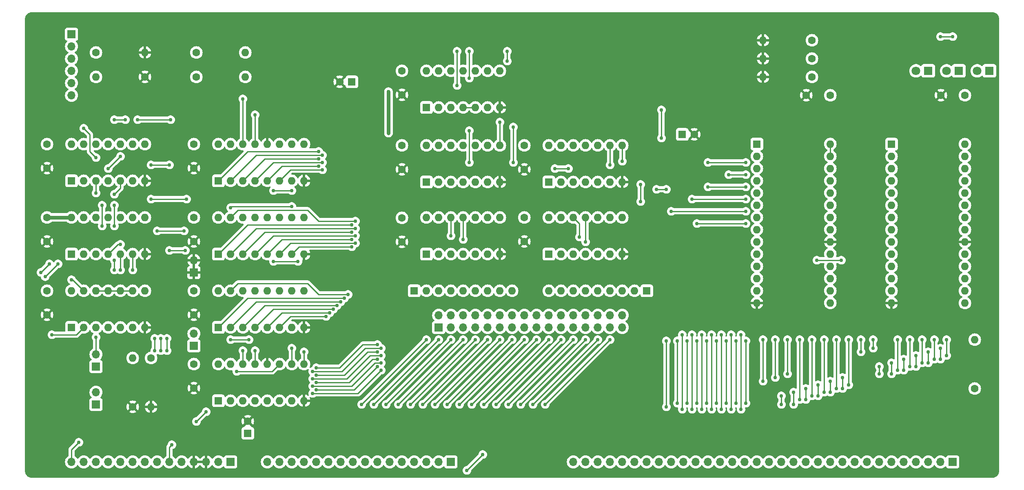
<source format=gbl>
G04 #@! TF.GenerationSoftware,KiCad,Pcbnew,(7.0.0)*
G04 #@! TF.CreationDate,2024-03-28T20:27:28-07:00*
G04 #@! TF.ProjectId,rom_counter,726f6d5f-636f-4756-9e74-65722e6b6963,rev?*
G04 #@! TF.SameCoordinates,Original*
G04 #@! TF.FileFunction,Copper,L2,Bot*
G04 #@! TF.FilePolarity,Positive*
%FSLAX46Y46*%
G04 Gerber Fmt 4.6, Leading zero omitted, Abs format (unit mm)*
G04 Created by KiCad (PCBNEW (7.0.0)) date 2024-03-28 20:27:28*
%MOMM*%
%LPD*%
G01*
G04 APERTURE LIST*
G04 #@! TA.AperFunction,ComponentPad*
%ADD10R,1.600000X1.600000*%
G04 #@! TD*
G04 #@! TA.AperFunction,ComponentPad*
%ADD11O,1.600000X1.600000*%
G04 #@! TD*
G04 #@! TA.AperFunction,ComponentPad*
%ADD12R,1.700000X1.700000*%
G04 #@! TD*
G04 #@! TA.AperFunction,ComponentPad*
%ADD13O,1.700000X1.700000*%
G04 #@! TD*
G04 #@! TA.AperFunction,ComponentPad*
%ADD14C,1.600000*%
G04 #@! TD*
G04 #@! TA.AperFunction,ComponentPad*
%ADD15R,1.800000X1.800000*%
G04 #@! TD*
G04 #@! TA.AperFunction,ComponentPad*
%ADD16C,1.800000*%
G04 #@! TD*
G04 #@! TA.AperFunction,ViaPad*
%ADD17C,0.762000*%
G04 #@! TD*
G04 #@! TA.AperFunction,Conductor*
%ADD18C,0.762000*%
G04 #@! TD*
G04 #@! TA.AperFunction,Conductor*
%ADD19C,0.254000*%
G04 #@! TD*
G04 APERTURE END LIST*
D10*
X60959999Y-116839999D03*
D11*
X63499999Y-116839999D03*
X66039999Y-116839999D03*
X68579999Y-116839999D03*
X71119999Y-116839999D03*
X73659999Y-116839999D03*
X76199999Y-116839999D03*
X76199999Y-109219999D03*
X73659999Y-109219999D03*
X71119999Y-109219999D03*
X68579999Y-109219999D03*
X66039999Y-109219999D03*
X63499999Y-109219999D03*
X60959999Y-109219999D03*
D12*
X139699999Y-144779999D03*
D13*
X137159999Y-144779999D03*
X134619999Y-144779999D03*
X132079999Y-144779999D03*
X129539999Y-144779999D03*
X126999999Y-144779999D03*
X124459999Y-144779999D03*
X121919999Y-144779999D03*
X119379999Y-144779999D03*
X116839999Y-144779999D03*
X114299999Y-144779999D03*
X111759999Y-144779999D03*
X109219999Y-144779999D03*
X106679999Y-144779999D03*
X104139999Y-144779999D03*
X101599999Y-144779999D03*
D10*
X119125999Y-65785999D03*
D14*
X116626000Y-65786000D03*
D10*
X180339999Y-109219999D03*
D11*
X177799999Y-109219999D03*
X175259999Y-109219999D03*
X172719999Y-109219999D03*
X170179999Y-109219999D03*
X167639999Y-109219999D03*
X165099999Y-109219999D03*
X162559999Y-109219999D03*
X160019999Y-109219999D03*
D14*
X248412000Y-129540000D03*
D11*
X248411999Y-119379999D03*
D12*
X137159999Y-116839999D03*
D13*
X137159999Y-114299999D03*
X139699999Y-116839999D03*
X139699999Y-114299999D03*
X142239999Y-116839999D03*
X142239999Y-114299999D03*
X144779999Y-116839999D03*
X144779999Y-114299999D03*
X147319999Y-116839999D03*
X147319999Y-114299999D03*
X149859999Y-116839999D03*
X149859999Y-114299999D03*
X152399999Y-116839999D03*
X152399999Y-114299999D03*
X154939999Y-116839999D03*
X154939999Y-114299999D03*
X157479999Y-116839999D03*
X157479999Y-114299999D03*
X160019999Y-116839999D03*
X160019999Y-114299999D03*
X162559999Y-116839999D03*
X162559999Y-114299999D03*
X165099999Y-116839999D03*
X165099999Y-114299999D03*
X167639999Y-116839999D03*
X167639999Y-114299999D03*
X170179999Y-116839999D03*
X170179999Y-114299999D03*
X172719999Y-116839999D03*
X172719999Y-114299999D03*
X175259999Y-116839999D03*
X175259999Y-114299999D03*
D10*
X231139999Y-78739999D03*
D11*
X231139999Y-81279999D03*
X231139999Y-83819999D03*
X231139999Y-86359999D03*
X231139999Y-88899999D03*
X231139999Y-91439999D03*
X231139999Y-93979999D03*
X231139999Y-96519999D03*
X231139999Y-99059999D03*
X231139999Y-101599999D03*
X231139999Y-104139999D03*
X231139999Y-106679999D03*
X231139999Y-109219999D03*
X231139999Y-111759999D03*
X246379999Y-111759999D03*
X246379999Y-109219999D03*
X246379999Y-106679999D03*
X246379999Y-104139999D03*
X246379999Y-101599999D03*
X246379999Y-99059999D03*
X246379999Y-96519999D03*
X246379999Y-93979999D03*
X246379999Y-91439999D03*
X246379999Y-88899999D03*
X246379999Y-86359999D03*
X246379999Y-83819999D03*
X246379999Y-81279999D03*
X246379999Y-78739999D03*
D12*
X86359999Y-120649999D03*
D13*
X86359999Y-118109999D03*
D14*
X86360000Y-129460000D03*
X86360000Y-124460000D03*
D12*
X66039999Y-132841999D03*
D13*
X66039999Y-130301999D03*
D12*
X86359999Y-105409999D03*
D13*
X86359999Y-102869999D03*
D10*
X160019999Y-86613999D03*
D11*
X162559999Y-86613999D03*
X165099999Y-86613999D03*
X167639999Y-86613999D03*
X170179999Y-86613999D03*
X172719999Y-86613999D03*
X175259999Y-86613999D03*
X175259999Y-78993999D03*
X172719999Y-78993999D03*
X170179999Y-78993999D03*
X167639999Y-78993999D03*
X165099999Y-78993999D03*
X162559999Y-78993999D03*
X160019999Y-78993999D03*
D10*
X134619999Y-86613999D03*
D11*
X137159999Y-86613999D03*
X139699999Y-86613999D03*
X142239999Y-86613999D03*
X144779999Y-86613999D03*
X147319999Y-86613999D03*
X149859999Y-86613999D03*
X149859999Y-78993999D03*
X147319999Y-78993999D03*
X144779999Y-78993999D03*
X142239999Y-78993999D03*
X139699999Y-78993999D03*
X137159999Y-78993999D03*
X134619999Y-78993999D03*
D14*
X154940000Y-83994000D03*
X154940000Y-78994000D03*
X55880000Y-83740000D03*
X55880000Y-78740000D03*
X213440000Y-68580000D03*
X218440000Y-68580000D03*
X73660000Y-133350000D03*
D11*
X73659999Y-123189999D03*
D15*
X245109999Y-63499999D03*
D16*
X242570000Y-63500000D03*
D10*
X91439999Y-101599999D03*
D11*
X93979999Y-101599999D03*
X96519999Y-101599999D03*
X99059999Y-101599999D03*
X101599999Y-101599999D03*
X104139999Y-101599999D03*
X106679999Y-101599999D03*
X109219999Y-101599999D03*
X109219999Y-93979999D03*
X106679999Y-93979999D03*
X104139999Y-93979999D03*
X101599999Y-93979999D03*
X99059999Y-93979999D03*
X96519999Y-93979999D03*
X93979999Y-93979999D03*
X91439999Y-93979999D03*
D10*
X160019999Y-101599999D03*
D11*
X162559999Y-101599999D03*
X165099999Y-101599999D03*
X167639999Y-101599999D03*
X170179999Y-101599999D03*
X172719999Y-101599999D03*
X175259999Y-101599999D03*
X175259999Y-93979999D03*
X172719999Y-93979999D03*
X170179999Y-93979999D03*
X167639999Y-93979999D03*
X165099999Y-93979999D03*
X162559999Y-93979999D03*
X160019999Y-93979999D03*
D14*
X86868000Y-64770000D03*
D11*
X97027999Y-64769999D03*
D10*
X60959999Y-86359999D03*
D11*
X63499999Y-86359999D03*
X66039999Y-86359999D03*
X68579999Y-86359999D03*
X71119999Y-86359999D03*
X73659999Y-86359999D03*
X76199999Y-86359999D03*
X76199999Y-78739999D03*
X73659999Y-78739999D03*
X71119999Y-78739999D03*
X68579999Y-78739999D03*
X66039999Y-78739999D03*
X63499999Y-78739999D03*
X60959999Y-78739999D03*
D10*
X60959999Y-101599999D03*
D11*
X63499999Y-101599999D03*
X66039999Y-101599999D03*
X68579999Y-101599999D03*
X71119999Y-101599999D03*
X73659999Y-101599999D03*
X76199999Y-101599999D03*
X76199999Y-93979999D03*
X73659999Y-93979999D03*
X71119999Y-93979999D03*
X68579999Y-93979999D03*
X66039999Y-93979999D03*
X63499999Y-93979999D03*
X60959999Y-93979999D03*
D10*
X91439999Y-116839999D03*
D11*
X93979999Y-116839999D03*
X96519999Y-116839999D03*
X99059999Y-116839999D03*
X101599999Y-116839999D03*
X104139999Y-116839999D03*
X106679999Y-116839999D03*
X109219999Y-116839999D03*
X109219999Y-109219999D03*
X106679999Y-109219999D03*
X104139999Y-109219999D03*
X101599999Y-109219999D03*
X99059999Y-109219999D03*
X96519999Y-109219999D03*
X93979999Y-109219999D03*
X91439999Y-109219999D03*
D14*
X129540000Y-68500000D03*
X129540000Y-63500000D03*
X55880000Y-98980000D03*
X55880000Y-93980000D03*
D10*
X97535999Y-138850379D03*
D14*
X97536000Y-136350380D03*
D15*
X251459999Y-63499999D03*
D16*
X248920000Y-63500000D03*
D14*
X214630000Y-64770000D03*
D11*
X204469999Y-64769999D03*
D10*
X91439999Y-132079999D03*
D11*
X93979999Y-132079999D03*
X96519999Y-132079999D03*
X99059999Y-132079999D03*
X101599999Y-132079999D03*
X104139999Y-132079999D03*
X106679999Y-132079999D03*
X109219999Y-132079999D03*
X109219999Y-124459999D03*
X106679999Y-124459999D03*
X104139999Y-124459999D03*
X101599999Y-124459999D03*
X99059999Y-124459999D03*
X96519999Y-124459999D03*
X93979999Y-124459999D03*
X91439999Y-124459999D03*
D14*
X154940000Y-98980000D03*
X154940000Y-93980000D03*
X86868000Y-59690000D03*
D11*
X97027999Y-59689999D03*
D12*
X60959999Y-55879999D03*
D13*
X60959999Y-58419999D03*
X60959999Y-60959999D03*
X60959999Y-63499999D03*
X60959999Y-66039999D03*
X60959999Y-68579999D03*
D10*
X134619999Y-71119999D03*
D11*
X137159999Y-71119999D03*
X139699999Y-71119999D03*
X142239999Y-71119999D03*
X144779999Y-71119999D03*
X147319999Y-71119999D03*
X149859999Y-71119999D03*
X149859999Y-63499999D03*
X147319999Y-63499999D03*
X144779999Y-63499999D03*
X142239999Y-63499999D03*
X139699999Y-63499999D03*
X137159999Y-63499999D03*
X134619999Y-63499999D03*
D14*
X77470000Y-123190000D03*
D11*
X77469999Y-133349999D03*
D14*
X86360000Y-98980000D03*
X86360000Y-93980000D03*
X76200000Y-64770000D03*
D11*
X66039999Y-64769999D03*
D14*
X66040000Y-59690000D03*
D11*
X76199999Y-59689999D03*
D12*
X66039999Y-124967999D03*
D13*
X66039999Y-122427999D03*
D14*
X129540000Y-78994000D03*
X129540000Y-83994000D03*
X55880000Y-114220000D03*
X55880000Y-109220000D03*
D10*
X187705999Y-76707999D03*
D14*
X190206000Y-76708000D03*
X129540000Y-94060000D03*
X129540000Y-99060000D03*
D15*
X238759999Y-63499999D03*
D16*
X236220000Y-63500000D03*
D14*
X214630000Y-57150000D03*
D11*
X204469999Y-57149999D03*
D14*
X214630000Y-60960000D03*
D11*
X204469999Y-60959999D03*
D10*
X134619999Y-101599999D03*
D11*
X137159999Y-101599999D03*
X139699999Y-101599999D03*
X142239999Y-101599999D03*
X144779999Y-101599999D03*
X147319999Y-101599999D03*
X149859999Y-101599999D03*
X149859999Y-93979999D03*
X147319999Y-93979999D03*
X144779999Y-93979999D03*
X142239999Y-93979999D03*
X139699999Y-93979999D03*
X137159999Y-93979999D03*
X134619999Y-93979999D03*
D10*
X91439999Y-86359999D03*
D11*
X93979999Y-86359999D03*
X96519999Y-86359999D03*
X99059999Y-86359999D03*
X101599999Y-86359999D03*
X104139999Y-86359999D03*
X106679999Y-86359999D03*
X109219999Y-86359999D03*
X109219999Y-78739999D03*
X106679999Y-78739999D03*
X104139999Y-78739999D03*
X101599999Y-78739999D03*
X99059999Y-78739999D03*
X96519999Y-78739999D03*
X93979999Y-78739999D03*
X91439999Y-78739999D03*
D12*
X243839999Y-144779999D03*
D13*
X241299999Y-144779999D03*
X238759999Y-144779999D03*
X236219999Y-144779999D03*
X233679999Y-144779999D03*
X231139999Y-144779999D03*
X228599999Y-144779999D03*
X226059999Y-144779999D03*
X223519999Y-144779999D03*
X220979999Y-144779999D03*
X218439999Y-144779999D03*
X215899999Y-144779999D03*
X213359999Y-144779999D03*
X210819999Y-144779999D03*
X208279999Y-144779999D03*
X205739999Y-144779999D03*
X203199999Y-144779999D03*
X200659999Y-144779999D03*
X198119999Y-144779999D03*
X195579999Y-144779999D03*
X193039999Y-144779999D03*
X190499999Y-144779999D03*
X187959999Y-144779999D03*
X185419999Y-144779999D03*
X182879999Y-144779999D03*
X180339999Y-144779999D03*
X177799999Y-144779999D03*
X175259999Y-144779999D03*
X172719999Y-144779999D03*
X170179999Y-144779999D03*
X167639999Y-144779999D03*
X165099999Y-144779999D03*
D10*
X132079999Y-109219999D03*
D11*
X134619999Y-109219999D03*
X137159999Y-109219999D03*
X139699999Y-109219999D03*
X142239999Y-109219999D03*
X144779999Y-109219999D03*
X147319999Y-109219999D03*
X149859999Y-109219999D03*
X152399999Y-109219999D03*
D12*
X93979999Y-144779999D03*
D13*
X91439999Y-144779999D03*
X88899999Y-144779999D03*
X86359999Y-144779999D03*
X83819999Y-144779999D03*
X81279999Y-144779999D03*
X78739999Y-144779999D03*
X76199999Y-144779999D03*
X73659999Y-144779999D03*
X71119999Y-144779999D03*
X68579999Y-144779999D03*
X66039999Y-144779999D03*
X63499999Y-144779999D03*
X60959999Y-144779999D03*
D14*
X86360000Y-83740000D03*
X86360000Y-78740000D03*
X86360000Y-114220000D03*
X86360000Y-109220000D03*
X241380000Y-68580000D03*
X246380000Y-68580000D03*
D10*
X203194999Y-78724999D03*
D11*
X203194999Y-81264999D03*
X203194999Y-83804999D03*
X203194999Y-86344999D03*
X203194999Y-88884999D03*
X203194999Y-91424999D03*
X203194999Y-93964999D03*
X203194999Y-96504999D03*
X203194999Y-99044999D03*
X203194999Y-101584999D03*
X203194999Y-104124999D03*
X203194999Y-106664999D03*
X203194999Y-109204999D03*
X203194999Y-111744999D03*
X218434999Y-111744999D03*
X218434999Y-109204999D03*
X218434999Y-106664999D03*
X218434999Y-104124999D03*
X218434999Y-101584999D03*
X218434999Y-99044999D03*
X218434999Y-96504999D03*
X218434999Y-93964999D03*
X218434999Y-91424999D03*
X218434999Y-88884999D03*
X218434999Y-86344999D03*
X218434999Y-83804999D03*
X218434999Y-81264999D03*
X218434999Y-78724999D03*
D17*
X161290000Y-83820000D03*
X126746000Y-76454000D03*
X164084000Y-83820000D03*
X126746000Y-67818000D03*
X126746000Y-69342000D03*
X126746000Y-74930000D03*
X101600000Y-90424000D03*
X101600000Y-105918000D03*
X124460000Y-120396000D03*
X111760000Y-125222000D03*
X119888000Y-94742000D03*
X241300000Y-121158000D03*
X227330000Y-121158000D03*
X227330000Y-119380000D03*
X110998000Y-125984000D03*
X241300000Y-123444000D03*
X119126000Y-95504000D03*
X125222000Y-121158000D03*
X224790000Y-121920000D03*
X238760000Y-124206000D03*
X111760000Y-126746000D03*
X224790000Y-119380000D03*
X119888000Y-96266000D03*
X124460000Y-121920000D03*
X238760000Y-121920000D03*
X236220000Y-122682000D03*
X242570000Y-122682000D03*
X119126000Y-97028000D03*
X110998000Y-127508000D03*
X125222000Y-122682000D03*
X236220000Y-124968000D03*
X242570000Y-119380000D03*
X119888000Y-97790000D03*
X240030000Y-123444000D03*
X124460000Y-123444000D03*
X233680000Y-123444000D03*
X233680000Y-125730000D03*
X240030000Y-119380000D03*
X111760000Y-128270000D03*
X119126000Y-98552000D03*
X231140000Y-126492000D03*
X237490000Y-119380000D03*
X231140000Y-124206000D03*
X237490000Y-124206000D03*
X125222000Y-124206000D03*
X110998000Y-129032000D03*
X228600000Y-124968000D03*
X124460000Y-124968000D03*
X234950000Y-124968000D03*
X111760000Y-129794000D03*
X119888000Y-99314000D03*
X228600000Y-126492000D03*
X234950000Y-119380000D03*
X110998000Y-130556000D03*
X119126000Y-100076000D03*
X125222000Y-125730000D03*
X232410000Y-119380000D03*
X232410000Y-125730000D03*
X209550000Y-126492000D03*
X118364000Y-109982000D03*
X209550000Y-119380000D03*
X207010000Y-119380000D03*
X220980000Y-129540000D03*
X117602000Y-110744000D03*
X112268000Y-80264000D03*
X207010000Y-127254000D03*
X220980000Y-127254000D03*
X204470000Y-128016000D03*
X204470000Y-119380000D03*
X116840000Y-111506000D03*
X113030000Y-81026000D03*
X218440000Y-128016000D03*
X218440000Y-130302000D03*
X222250000Y-119380000D03*
X215900000Y-131064000D03*
X215900000Y-128778000D03*
X112268000Y-81788000D03*
X116078000Y-112268000D03*
X222250000Y-128778000D03*
X213360000Y-129540000D03*
X219710000Y-129540000D03*
X113030000Y-82550000D03*
X213360000Y-131826000D03*
X219710000Y-119380000D03*
X115316000Y-113030000D03*
X112268000Y-83312000D03*
X217170000Y-119380000D03*
X217170000Y-130302000D03*
X210820000Y-130302000D03*
X210820000Y-132842000D03*
X114554000Y-113792000D03*
X113030000Y-84074000D03*
X208280000Y-131064000D03*
X214630000Y-119380000D03*
X113792000Y-114554000D03*
X208280000Y-132842000D03*
X214630000Y-131064000D03*
X212090000Y-131826000D03*
X212090000Y-119380000D03*
X200914000Y-132588000D03*
X215646000Y-102870000D03*
X220726000Y-102870000D03*
X200914000Y-119634000D03*
X199898000Y-118364000D03*
X199898000Y-133858000D03*
X198882000Y-132588000D03*
X198882000Y-119634000D03*
X197866000Y-118364000D03*
X197866000Y-133858000D03*
X196850000Y-119634000D03*
X196850000Y-132588000D03*
X195834000Y-133858000D03*
X195834000Y-118364000D03*
X194818000Y-132588000D03*
X194818000Y-119634000D03*
X193802000Y-118364000D03*
X193802000Y-133858000D03*
X197358000Y-85090000D03*
X200914000Y-85090000D03*
X192786000Y-119634000D03*
X192786000Y-132588000D03*
X191770000Y-118364000D03*
X191770000Y-133858000D03*
X193040000Y-87630000D03*
X200914000Y-87630000D03*
X190754000Y-132588000D03*
X200914000Y-95250000D03*
X190754000Y-119634000D03*
X190754000Y-95250000D03*
X200914000Y-90170000D03*
X189738000Y-118364000D03*
X189738000Y-133858000D03*
X189738000Y-90170000D03*
X188722000Y-132588000D03*
X188722000Y-119634000D03*
X200914000Y-82550000D03*
X187706000Y-118364000D03*
X187706500Y-133858000D03*
X193040000Y-82550000D03*
X186690000Y-132588000D03*
X186690000Y-119634000D03*
X151384000Y-59436000D03*
X151384000Y-61468000D03*
X149860000Y-74168000D03*
X241300000Y-56388000D03*
X183388000Y-71628000D03*
X243840000Y-56388000D03*
X183388000Y-77470000D03*
X81788000Y-141224000D03*
X80772000Y-119126000D03*
X80772000Y-121666000D03*
X172720000Y-119380000D03*
X159258000Y-132842000D03*
X156718000Y-132842000D03*
X170180000Y-119380000D03*
X146304000Y-143256000D03*
X143002000Y-146558000D03*
X154178000Y-132842000D03*
X167640000Y-119380000D03*
X165100000Y-119380000D03*
X151638000Y-132842000D03*
X149098000Y-132842000D03*
X162560000Y-119380000D03*
X146558000Y-132842000D03*
X160020000Y-119380000D03*
X157480000Y-119380000D03*
X144018000Y-132842000D03*
X141478000Y-132842000D03*
X154940000Y-119380000D03*
X138938000Y-132842000D03*
X152400000Y-119380000D03*
X149860000Y-119380000D03*
X136398000Y-132842000D03*
X133858000Y-132842000D03*
X147320000Y-119380000D03*
X131318000Y-132842000D03*
X144780000Y-119380000D03*
X128778000Y-132842000D03*
X142240000Y-119380000D03*
X139700000Y-119380000D03*
X126238000Y-132842000D03*
X137160000Y-119380000D03*
X123698000Y-132842000D03*
X121158000Y-132842000D03*
X134620000Y-119380000D03*
X95250000Y-125984000D03*
X86868000Y-136398000D03*
X88900000Y-134366000D03*
X62484000Y-140716000D03*
X142240000Y-98552000D03*
X139700000Y-97790000D03*
X167640000Y-99060000D03*
X166370000Y-98044000D03*
X56388000Y-103632000D03*
X179070000Y-87122000D03*
X54610000Y-105410000D03*
X60960000Y-106934000D03*
X172720000Y-83058000D03*
X184404000Y-119634000D03*
X184404000Y-133350000D03*
X179070000Y-90678000D03*
X67310000Y-91440000D03*
X63500000Y-75438000D03*
X66040000Y-81534000D03*
X66040000Y-88900000D03*
X67310000Y-95758000D03*
X143510000Y-59436000D03*
X143510000Y-65024000D03*
X81534000Y-73660000D03*
X74676000Y-73660000D03*
X72136000Y-73660000D03*
X69850000Y-73660000D03*
X84328000Y-96774000D03*
X106680000Y-121158000D03*
X93980000Y-91948000D03*
X78740000Y-96774000D03*
X71120000Y-99568000D03*
X106680000Y-91694000D03*
X81280000Y-100838000D03*
X81280000Y-83058000D03*
X84582000Y-100838000D03*
X77470000Y-83058000D03*
X96520000Y-121666000D03*
X96520000Y-69342000D03*
X84836000Y-90170000D03*
X77470000Y-90170000D03*
X93980000Y-119380000D03*
X99060000Y-121666000D03*
X97790000Y-119380000D03*
X99060000Y-72644000D03*
X175260000Y-82296000D03*
X109220000Y-121920000D03*
X79502000Y-121666000D03*
X79502000Y-119126000D03*
X73660000Y-104902000D03*
X68580000Y-83820000D03*
X140970000Y-59436000D03*
X55499000Y-106299000D03*
X140970000Y-66548000D03*
X56896000Y-118364000D03*
X71120000Y-81280000D03*
X58166000Y-103632000D03*
X102870000Y-103124000D03*
X107950000Y-103124000D03*
X78232000Y-119126000D03*
X78232000Y-121666000D03*
X71120000Y-104902000D03*
X184404000Y-88138000D03*
X182372000Y-88138000D03*
X200914000Y-92710000D03*
X185420000Y-92710000D03*
X143510000Y-82550000D03*
X143510000Y-75946000D03*
X102870000Y-88392000D03*
X106680000Y-88392000D03*
X69850000Y-95758000D03*
X69850000Y-91440000D03*
X69850000Y-102870000D03*
X69850000Y-89154000D03*
X69850000Y-104902000D03*
X66040000Y-118872000D03*
X152654000Y-75184000D03*
X152654000Y-82550000D03*
D18*
X126746000Y-67818000D02*
X126746000Y-76454000D01*
D19*
X218440000Y-81265000D02*
X218440000Y-78725000D01*
X164084000Y-83820000D02*
X161290000Y-83820000D01*
D18*
X55880000Y-93980000D02*
X60960000Y-93980000D01*
D19*
X116586000Y-125222000D02*
X121412000Y-120396000D01*
X121412000Y-120396000D02*
X124460000Y-120396000D01*
X112268000Y-94742000D02*
X119888000Y-94742000D01*
X109982000Y-92456000D02*
X112268000Y-94742000D01*
X95504000Y-92456000D02*
X109982000Y-92456000D01*
X111760000Y-125222000D02*
X116586000Y-125222000D01*
X93980000Y-93980000D02*
X95504000Y-92456000D01*
X241300000Y-123444000D02*
X241300000Y-121158000D01*
X121920000Y-121158000D02*
X117094000Y-125984000D01*
X125222000Y-121158000D02*
X121920000Y-121158000D01*
X91440000Y-101600000D02*
X97536000Y-95504000D01*
X117094000Y-125984000D02*
X110998000Y-125984000D01*
X227330000Y-119380000D02*
X227330000Y-121158000D01*
X97536000Y-95504000D02*
X119126000Y-95504000D01*
X238760000Y-124206000D02*
X238760000Y-121920000D01*
X224790000Y-119380000D02*
X224790000Y-121920000D01*
X117602000Y-126746000D02*
X111760000Y-126746000D01*
X93980000Y-101600000D02*
X99314000Y-96266000D01*
X122428000Y-121920000D02*
X117602000Y-126746000D01*
X99314000Y-96266000D02*
X119888000Y-96266000D01*
X124460000Y-121920000D02*
X122428000Y-121920000D01*
X96520000Y-101600000D02*
X101092000Y-97028000D01*
X125222000Y-122682000D02*
X122936000Y-122682000D01*
X236220000Y-124968000D02*
X236220000Y-122682000D01*
X122936000Y-122682000D02*
X118110000Y-127508000D01*
X118110000Y-127508000D02*
X110998000Y-127508000D01*
X242570000Y-119380000D02*
X242570000Y-122682000D01*
X101092000Y-97028000D02*
X119126000Y-97028000D01*
X124460000Y-123444000D02*
X123444000Y-123444000D01*
X240030000Y-123444000D02*
X240030000Y-119380000D01*
X99060000Y-101600000D02*
X102870000Y-97790000D01*
X118618000Y-128270000D02*
X111760000Y-128270000D01*
X102870000Y-97790000D02*
X119888000Y-97790000D01*
X233680000Y-125730000D02*
X233680000Y-123444000D01*
X123444000Y-123444000D02*
X118618000Y-128270000D01*
X237490000Y-124206000D02*
X237490000Y-119380000D01*
X119126000Y-129032000D02*
X110998000Y-129032000D01*
X104648000Y-98552000D02*
X119126000Y-98552000D01*
X125222000Y-124206000D02*
X123952000Y-124206000D01*
X101600000Y-101600000D02*
X104648000Y-98552000D01*
X123952000Y-124206000D02*
X119126000Y-129032000D01*
X231140000Y-126492000D02*
X231140000Y-124206000D01*
X228600000Y-126492000D02*
X228600000Y-124968000D01*
X124460000Y-124968000D02*
X119634000Y-129794000D01*
X106426000Y-99314000D02*
X119888000Y-99314000D01*
X119634000Y-129794000D02*
X111760000Y-129794000D01*
X234950000Y-124968000D02*
X234950000Y-119380000D01*
X104140000Y-101600000D02*
X106426000Y-99314000D01*
X232410000Y-125730000D02*
X232410000Y-119380000D01*
X106680000Y-101600000D02*
X108204000Y-100076000D01*
X120396000Y-130556000D02*
X110998000Y-130556000D01*
X108204000Y-100076000D02*
X119126000Y-100076000D01*
X125222000Y-125730000D02*
X120396000Y-130556000D01*
X118364000Y-109982000D02*
X112268000Y-109982000D01*
X209550000Y-119380000D02*
X209550000Y-126492000D01*
X112268000Y-109982000D02*
X109982000Y-107696000D01*
X109982000Y-107696000D02*
X95504000Y-107696000D01*
X95504000Y-107696000D02*
X93980000Y-109220000D01*
X207010000Y-127254000D02*
X207010000Y-119380000D01*
X220980000Y-129540000D02*
X220980000Y-127254000D01*
X112268000Y-80264000D02*
X97536000Y-80264000D01*
X91440000Y-116840000D02*
X97536000Y-110744000D01*
X97536000Y-80264000D02*
X91440000Y-86360000D01*
X97536000Y-110744000D02*
X117602000Y-110744000D01*
X99314000Y-81026000D02*
X93980000Y-86360000D01*
X93980000Y-116840000D02*
X99314000Y-111506000D01*
X113030000Y-81026000D02*
X99314000Y-81026000D01*
X204470000Y-128016000D02*
X204470000Y-119380000D01*
X218440000Y-130302000D02*
X218440000Y-128016000D01*
X99314000Y-111506000D02*
X116840000Y-111506000D01*
X96520000Y-116840000D02*
X101092000Y-112268000D01*
X112268000Y-81788000D02*
X101092000Y-81788000D01*
X215900000Y-131064000D02*
X215900000Y-128778000D01*
X222250000Y-128778000D02*
X222250000Y-119380000D01*
X101092000Y-81788000D02*
X96520000Y-86360000D01*
X101092000Y-112268000D02*
X116078000Y-112268000D01*
X102870000Y-113030000D02*
X115316000Y-113030000D01*
X102870000Y-82550000D02*
X99060000Y-86360000D01*
X219710000Y-129540000D02*
X219710000Y-119380000D01*
X99060000Y-116840000D02*
X102870000Y-113030000D01*
X113030000Y-82550000D02*
X102870000Y-82550000D01*
X213360000Y-131826000D02*
X213360000Y-129540000D01*
X217170000Y-130302000D02*
X217170000Y-119380000D01*
X104648000Y-113792000D02*
X114554000Y-113792000D01*
X101600000Y-116840000D02*
X104648000Y-113792000D01*
X112268000Y-83312000D02*
X104648000Y-83312000D01*
X104648000Y-83312000D02*
X101600000Y-86360000D01*
X210820000Y-132842000D02*
X210820000Y-130302000D01*
X106426000Y-84074000D02*
X104140000Y-86360000D01*
X113030000Y-84074000D02*
X106426000Y-84074000D01*
X214630000Y-131064000D02*
X214630000Y-119380000D01*
X104140000Y-116840000D02*
X106426000Y-114554000D01*
X106426000Y-114554000D02*
X113792000Y-114554000D01*
X208280000Y-132842000D02*
X208280000Y-131064000D01*
X212090000Y-131826000D02*
X212090000Y-119380000D01*
X215646000Y-102870000D02*
X220726000Y-102870000D01*
X200914000Y-132588000D02*
X200914000Y-119634000D01*
X199898000Y-133858000D02*
X199898000Y-118364000D01*
X198882000Y-132588000D02*
X198882000Y-119634000D01*
X197866000Y-133858000D02*
X197866000Y-118364000D01*
X196850000Y-132588000D02*
X196850000Y-119634000D01*
X195834000Y-133858000D02*
X195834000Y-118364000D01*
X194818000Y-132588000D02*
X194818000Y-119634000D01*
X193802000Y-133858000D02*
X193802000Y-118364000D01*
X192786000Y-132588000D02*
X192786000Y-119634000D01*
X197358000Y-85090000D02*
X200914000Y-85090000D01*
X191770000Y-133858000D02*
X191770000Y-118364000D01*
X193040000Y-87630000D02*
X200914000Y-87630000D01*
X190754000Y-132588000D02*
X190754000Y-119634000D01*
X190754000Y-95250000D02*
X200914000Y-95250000D01*
X189738000Y-90170000D02*
X200914000Y-90170000D01*
X189738000Y-133858000D02*
X189738000Y-118364000D01*
X188722000Y-132588000D02*
X188722000Y-119634000D01*
X193040000Y-82550000D02*
X200914000Y-82550000D01*
X187706500Y-133858000D02*
X187706000Y-133857500D01*
X187706000Y-133857500D02*
X187706000Y-118364000D01*
X186690000Y-132588000D02*
X186690000Y-119634000D01*
X149860000Y-78994000D02*
X149860000Y-74168000D01*
X151384000Y-59436000D02*
X151384000Y-61468000D01*
X183388000Y-77470000D02*
X183388000Y-71628000D01*
X241300000Y-56388000D02*
X243840000Y-56388000D01*
X80772000Y-121666000D02*
X80772000Y-119126000D01*
X81280000Y-141732000D02*
X81280000Y-144780000D01*
X81788000Y-141224000D02*
X81280000Y-141732000D01*
X159258000Y-132842000D02*
X172720000Y-119380000D01*
X143002000Y-146558000D02*
X146304000Y-143256000D01*
X156718000Y-132842000D02*
X170180000Y-119380000D01*
X167640000Y-119380000D02*
X154178000Y-132842000D01*
X165100000Y-119380000D02*
X151638000Y-132842000D01*
X162560000Y-119380000D02*
X149098000Y-132842000D01*
X160020000Y-119380000D02*
X146558000Y-132842000D01*
X157480000Y-119380000D02*
X144018000Y-132842000D01*
X154940000Y-119380000D02*
X141478000Y-132842000D01*
X138938000Y-132842000D02*
X152400000Y-119380000D01*
X149860000Y-119380000D02*
X136398000Y-132842000D01*
X147320000Y-119380000D02*
X133858000Y-132842000D01*
X144780000Y-119380000D02*
X131318000Y-132842000D01*
X142240000Y-119380000D02*
X128778000Y-132842000D01*
X139700000Y-119380000D02*
X126238000Y-132842000D01*
X137160000Y-119380000D02*
X123698000Y-132842000D01*
X134620000Y-119380000D02*
X121158000Y-132842000D01*
X102616000Y-125984000D02*
X104140000Y-124460000D01*
X95250000Y-125984000D02*
X102616000Y-125984000D01*
X88900000Y-134366000D02*
X86868000Y-136398000D01*
X60960000Y-142240000D02*
X60960000Y-144780000D01*
X62484000Y-140716000D02*
X60960000Y-142240000D01*
X142240000Y-93980000D02*
X142240000Y-98552000D01*
X139700000Y-93980000D02*
X139700000Y-97790000D01*
X167640000Y-93980000D02*
X167640000Y-99060000D01*
X166370000Y-95250000D02*
X166370000Y-98044000D01*
X165100000Y-93980000D02*
X166370000Y-95250000D01*
X56388000Y-103632000D02*
X54610000Y-105410000D01*
X61214000Y-106934000D02*
X60960000Y-106934000D01*
X63500000Y-109220000D02*
X61214000Y-106934000D01*
X184404000Y-133350000D02*
X184404000Y-119634000D01*
X179070000Y-87122000D02*
X179070000Y-90678000D01*
X172720000Y-83058000D02*
X172720000Y-78994000D01*
X143510000Y-65024000D02*
X143510000Y-59436000D01*
X64770000Y-80264000D02*
X64770000Y-76708000D01*
X67310000Y-95758000D02*
X67310000Y-91440000D01*
X66040000Y-81534000D02*
X64770000Y-80264000D01*
X142240000Y-71120000D02*
X144780000Y-71120000D01*
X64770000Y-76708000D02*
X63500000Y-75438000D01*
X66040000Y-88900000D02*
X66040000Y-86360000D01*
X72136000Y-73660000D02*
X69850000Y-73660000D01*
X74676000Y-73660000D02*
X81534000Y-73660000D01*
X93980000Y-91948000D02*
X94234000Y-91694000D01*
X94234000Y-91694000D02*
X106680000Y-91694000D01*
X70612000Y-99568000D02*
X71120000Y-99568000D01*
X106680000Y-124460000D02*
X106680000Y-121158000D01*
X78740000Y-96774000D02*
X84328000Y-96774000D01*
X68580000Y-101600000D02*
X70612000Y-99568000D01*
X81280000Y-100838000D02*
X84582000Y-100838000D01*
X96520000Y-121666000D02*
X96520000Y-124460000D01*
X77470000Y-83058000D02*
X81280000Y-83058000D01*
X77470000Y-90170000D02*
X84836000Y-90170000D01*
X96520000Y-78740000D02*
X96520000Y-69342000D01*
X99060000Y-124460000D02*
X99060000Y-121666000D01*
X97790000Y-119380000D02*
X93980000Y-119380000D01*
X99060000Y-78740000D02*
X99060000Y-72644000D01*
X175260000Y-82296000D02*
X175260000Y-78994000D01*
X109220000Y-124460000D02*
X109220000Y-121920000D01*
X73660000Y-104902000D02*
X73660000Y-101600000D01*
X79502000Y-119126000D02*
X79502000Y-121666000D01*
X56896000Y-118364000D02*
X61976000Y-118364000D01*
X61976000Y-118364000D02*
X63500000Y-116840000D01*
X55499000Y-106299000D02*
X58166000Y-103632000D01*
X140970000Y-59436000D02*
X140970000Y-66548000D01*
X71120000Y-81280000D02*
X68580000Y-83820000D01*
X107950000Y-103124000D02*
X102870000Y-103124000D01*
X78232000Y-119126000D02*
X78232000Y-121666000D01*
X71120000Y-101600000D02*
X71120000Y-104902000D01*
X182372000Y-88138000D02*
X184404000Y-88138000D01*
X185420000Y-92710000D02*
X200914000Y-92710000D01*
X143510000Y-82550000D02*
X143510000Y-75946000D01*
X106680000Y-88392000D02*
X102870000Y-88392000D01*
X69850000Y-95758000D02*
X69850000Y-91440000D01*
X69850000Y-104902000D02*
X69850000Y-102870000D01*
X71120000Y-87884000D02*
X71120000Y-86360000D01*
X69850000Y-89154000D02*
X71120000Y-87884000D01*
X66040000Y-118872000D02*
X66040000Y-122428000D01*
X152654000Y-75184000D02*
X152654000Y-82550000D01*
X66040000Y-109220000D02*
X73660000Y-109220000D01*
G04 #@! TA.AperFunction,Conductor*
G36*
X252099853Y-51308881D02*
G01*
X252303734Y-51324927D01*
X252322950Y-51327971D01*
X252517062Y-51374574D01*
X252535552Y-51380582D01*
X252719987Y-51456976D01*
X252737312Y-51465804D01*
X252907524Y-51570110D01*
X252923260Y-51581544D01*
X253075053Y-51711187D01*
X253088812Y-51724946D01*
X253218455Y-51876739D01*
X253229890Y-51892477D01*
X253334192Y-52062681D01*
X253343026Y-52080019D01*
X253419414Y-52264438D01*
X253425427Y-52282943D01*
X253472028Y-52477050D01*
X253475072Y-52496268D01*
X253491118Y-52700146D01*
X253491500Y-52709875D01*
X253491500Y-146680125D01*
X253491118Y-146689854D01*
X253475072Y-146893731D01*
X253472028Y-146912949D01*
X253425427Y-147107056D01*
X253419414Y-147125561D01*
X253343026Y-147309980D01*
X253334192Y-147327318D01*
X253229892Y-147497519D01*
X253218455Y-147513260D01*
X253088812Y-147665053D01*
X253075053Y-147678812D01*
X252923260Y-147808455D01*
X252907519Y-147819892D01*
X252737318Y-147924192D01*
X252719980Y-147933026D01*
X252535561Y-148009414D01*
X252517056Y-148015427D01*
X252322949Y-148062028D01*
X252303731Y-148065072D01*
X252099854Y-148081118D01*
X252090125Y-148081500D01*
X52709875Y-148081500D01*
X52700146Y-148081118D01*
X52496268Y-148065072D01*
X52477050Y-148062028D01*
X52282943Y-148015427D01*
X52264438Y-148009414D01*
X52080019Y-147933026D01*
X52062681Y-147924192D01*
X51892480Y-147819892D01*
X51876739Y-147808455D01*
X51724946Y-147678812D01*
X51711187Y-147665053D01*
X51581544Y-147513260D01*
X51570110Y-147497524D01*
X51465804Y-147327312D01*
X51456976Y-147309987D01*
X51380582Y-147125552D01*
X51374574Y-147107062D01*
X51327971Y-146912949D01*
X51324927Y-146893731D01*
X51308882Y-146689854D01*
X51308500Y-146680125D01*
X51308500Y-146558000D01*
X142115644Y-146558000D01*
X142135013Y-146742284D01*
X142192274Y-146918513D01*
X142284923Y-147078987D01*
X142408912Y-147216691D01*
X142558822Y-147325607D01*
X142728101Y-147400975D01*
X142909351Y-147439500D01*
X143088145Y-147439500D01*
X143094649Y-147439500D01*
X143275899Y-147400975D01*
X143445178Y-147325607D01*
X143595088Y-147216691D01*
X143719077Y-147078987D01*
X143811726Y-146918513D01*
X143868987Y-146742284D01*
X143883641Y-146602854D01*
X143895041Y-146562434D01*
X143919278Y-146528139D01*
X145667418Y-144780000D01*
X163744341Y-144780000D01*
X163764937Y-145015408D01*
X163766336Y-145020630D01*
X163766337Y-145020634D01*
X163824694Y-145238430D01*
X163824697Y-145238438D01*
X163826097Y-145243663D01*
X163828385Y-145248570D01*
X163828386Y-145248572D01*
X163923678Y-145452927D01*
X163923681Y-145452933D01*
X163925965Y-145457830D01*
X163929064Y-145462257D01*
X163929066Y-145462259D01*
X164058399Y-145646966D01*
X164058402Y-145646970D01*
X164061505Y-145651401D01*
X164228599Y-145818495D01*
X164233031Y-145821598D01*
X164233033Y-145821600D01*
X164338555Y-145895487D01*
X164422170Y-145954035D01*
X164636337Y-146053903D01*
X164864592Y-146115063D01*
X165100000Y-146135659D01*
X165335408Y-146115063D01*
X165563663Y-146053903D01*
X165777830Y-145954035D01*
X165971401Y-145818495D01*
X166138495Y-145651401D01*
X166268424Y-145465842D01*
X166312743Y-145426976D01*
X166370000Y-145412965D01*
X166427257Y-145426976D01*
X166471575Y-145465842D01*
X166598395Y-145646961D01*
X166598401Y-145646968D01*
X166601505Y-145651401D01*
X166768599Y-145818495D01*
X166773031Y-145821598D01*
X166773033Y-145821600D01*
X166878555Y-145895487D01*
X166962170Y-145954035D01*
X167176337Y-146053903D01*
X167404592Y-146115063D01*
X167640000Y-146135659D01*
X167875408Y-146115063D01*
X168103663Y-146053903D01*
X168317830Y-145954035D01*
X168511401Y-145818495D01*
X168678495Y-145651401D01*
X168808424Y-145465842D01*
X168852743Y-145426976D01*
X168910000Y-145412965D01*
X168967257Y-145426976D01*
X169011575Y-145465842D01*
X169138395Y-145646961D01*
X169138401Y-145646968D01*
X169141505Y-145651401D01*
X169308599Y-145818495D01*
X169313031Y-145821598D01*
X169313033Y-145821600D01*
X169418555Y-145895487D01*
X169502170Y-145954035D01*
X169716337Y-146053903D01*
X169944592Y-146115063D01*
X170180000Y-146135659D01*
X170415408Y-146115063D01*
X170643663Y-146053903D01*
X170857830Y-145954035D01*
X171051401Y-145818495D01*
X171218495Y-145651401D01*
X171348424Y-145465842D01*
X171392743Y-145426976D01*
X171450000Y-145412965D01*
X171507257Y-145426976D01*
X171551575Y-145465842D01*
X171678395Y-145646961D01*
X171678401Y-145646968D01*
X171681505Y-145651401D01*
X171848599Y-145818495D01*
X171853031Y-145821598D01*
X171853033Y-145821600D01*
X171958555Y-145895487D01*
X172042170Y-145954035D01*
X172256337Y-146053903D01*
X172484592Y-146115063D01*
X172720000Y-146135659D01*
X172955408Y-146115063D01*
X173183663Y-146053903D01*
X173397830Y-145954035D01*
X173591401Y-145818495D01*
X173758495Y-145651401D01*
X173888424Y-145465842D01*
X173932743Y-145426976D01*
X173990000Y-145412965D01*
X174047257Y-145426976D01*
X174091575Y-145465842D01*
X174218395Y-145646961D01*
X174218401Y-145646968D01*
X174221505Y-145651401D01*
X174388599Y-145818495D01*
X174393031Y-145821598D01*
X174393033Y-145821600D01*
X174498555Y-145895487D01*
X174582170Y-145954035D01*
X174796337Y-146053903D01*
X175024592Y-146115063D01*
X175260000Y-146135659D01*
X175495408Y-146115063D01*
X175723663Y-146053903D01*
X175937830Y-145954035D01*
X176131401Y-145818495D01*
X176298495Y-145651401D01*
X176428424Y-145465842D01*
X176472743Y-145426976D01*
X176530000Y-145412965D01*
X176587257Y-145426976D01*
X176631575Y-145465842D01*
X176758395Y-145646961D01*
X176758401Y-145646968D01*
X176761505Y-145651401D01*
X176928599Y-145818495D01*
X176933031Y-145821598D01*
X176933033Y-145821600D01*
X177038555Y-145895487D01*
X177122170Y-145954035D01*
X177336337Y-146053903D01*
X177564592Y-146115063D01*
X177800000Y-146135659D01*
X178035408Y-146115063D01*
X178263663Y-146053903D01*
X178477830Y-145954035D01*
X178671401Y-145818495D01*
X178838495Y-145651401D01*
X178968424Y-145465842D01*
X179012743Y-145426976D01*
X179070000Y-145412965D01*
X179127257Y-145426976D01*
X179171575Y-145465842D01*
X179298395Y-145646961D01*
X179298401Y-145646968D01*
X179301505Y-145651401D01*
X179468599Y-145818495D01*
X179473031Y-145821598D01*
X179473033Y-145821600D01*
X179578555Y-145895487D01*
X179662170Y-145954035D01*
X179876337Y-146053903D01*
X180104592Y-146115063D01*
X180340000Y-146135659D01*
X180575408Y-146115063D01*
X180803663Y-146053903D01*
X181017830Y-145954035D01*
X181211401Y-145818495D01*
X181378495Y-145651401D01*
X181508424Y-145465842D01*
X181552743Y-145426976D01*
X181610000Y-145412965D01*
X181667257Y-145426976D01*
X181711575Y-145465842D01*
X181838395Y-145646961D01*
X181838401Y-145646968D01*
X181841505Y-145651401D01*
X182008599Y-145818495D01*
X182013031Y-145821598D01*
X182013033Y-145821600D01*
X182118555Y-145895487D01*
X182202170Y-145954035D01*
X182416337Y-146053903D01*
X182644592Y-146115063D01*
X182880000Y-146135659D01*
X183115408Y-146115063D01*
X183343663Y-146053903D01*
X183557830Y-145954035D01*
X183751401Y-145818495D01*
X183918495Y-145651401D01*
X184048424Y-145465842D01*
X184092743Y-145426976D01*
X184150000Y-145412965D01*
X184207257Y-145426976D01*
X184251575Y-145465842D01*
X184378395Y-145646961D01*
X184378401Y-145646968D01*
X184381505Y-145651401D01*
X184548599Y-145818495D01*
X184553031Y-145821598D01*
X184553033Y-145821600D01*
X184658555Y-145895487D01*
X184742170Y-145954035D01*
X184956337Y-146053903D01*
X185184592Y-146115063D01*
X185420000Y-146135659D01*
X185655408Y-146115063D01*
X185883663Y-146053903D01*
X186097830Y-145954035D01*
X186291401Y-145818495D01*
X186458495Y-145651401D01*
X186588424Y-145465842D01*
X186632743Y-145426976D01*
X186690000Y-145412965D01*
X186747257Y-145426976D01*
X186791575Y-145465842D01*
X186918395Y-145646961D01*
X186918401Y-145646968D01*
X186921505Y-145651401D01*
X187088599Y-145818495D01*
X187093031Y-145821598D01*
X187093033Y-145821600D01*
X187198555Y-145895487D01*
X187282170Y-145954035D01*
X187496337Y-146053903D01*
X187724592Y-146115063D01*
X187960000Y-146135659D01*
X188195408Y-146115063D01*
X188423663Y-146053903D01*
X188637830Y-145954035D01*
X188831401Y-145818495D01*
X188998495Y-145651401D01*
X189128424Y-145465842D01*
X189172743Y-145426976D01*
X189230000Y-145412965D01*
X189287257Y-145426976D01*
X189331575Y-145465842D01*
X189458395Y-145646961D01*
X189458401Y-145646968D01*
X189461505Y-145651401D01*
X189628599Y-145818495D01*
X189633031Y-145821598D01*
X189633033Y-145821600D01*
X189738555Y-145895487D01*
X189822170Y-145954035D01*
X190036337Y-146053903D01*
X190264592Y-146115063D01*
X190500000Y-146135659D01*
X190735408Y-146115063D01*
X190963663Y-146053903D01*
X191177830Y-145954035D01*
X191371401Y-145818495D01*
X191538495Y-145651401D01*
X191668424Y-145465842D01*
X191712743Y-145426976D01*
X191770000Y-145412965D01*
X191827257Y-145426976D01*
X191871575Y-145465842D01*
X191998395Y-145646961D01*
X191998401Y-145646968D01*
X192001505Y-145651401D01*
X192168599Y-145818495D01*
X192173031Y-145821598D01*
X192173033Y-145821600D01*
X192278555Y-145895487D01*
X192362170Y-145954035D01*
X192576337Y-146053903D01*
X192804592Y-146115063D01*
X193040000Y-146135659D01*
X193275408Y-146115063D01*
X193503663Y-146053903D01*
X193717830Y-145954035D01*
X193911401Y-145818495D01*
X194078495Y-145651401D01*
X194208424Y-145465842D01*
X194252743Y-145426976D01*
X194310000Y-145412965D01*
X194367257Y-145426976D01*
X194411575Y-145465842D01*
X194538395Y-145646961D01*
X194538401Y-145646968D01*
X194541505Y-145651401D01*
X194708599Y-145818495D01*
X194713031Y-145821598D01*
X194713033Y-145821600D01*
X194818555Y-145895487D01*
X194902170Y-145954035D01*
X195116337Y-146053903D01*
X195344592Y-146115063D01*
X195580000Y-146135659D01*
X195815408Y-146115063D01*
X196043663Y-146053903D01*
X196257830Y-145954035D01*
X196451401Y-145818495D01*
X196618495Y-145651401D01*
X196748424Y-145465842D01*
X196792743Y-145426976D01*
X196850000Y-145412965D01*
X196907257Y-145426976D01*
X196951575Y-145465842D01*
X197078395Y-145646961D01*
X197078401Y-145646968D01*
X197081505Y-145651401D01*
X197248599Y-145818495D01*
X197253031Y-145821598D01*
X197253033Y-145821600D01*
X197358555Y-145895487D01*
X197442170Y-145954035D01*
X197656337Y-146053903D01*
X197884592Y-146115063D01*
X198120000Y-146135659D01*
X198355408Y-146115063D01*
X198583663Y-146053903D01*
X198797830Y-145954035D01*
X198991401Y-145818495D01*
X199158495Y-145651401D01*
X199288424Y-145465842D01*
X199332743Y-145426976D01*
X199390000Y-145412965D01*
X199447257Y-145426976D01*
X199491575Y-145465842D01*
X199618395Y-145646961D01*
X199618401Y-145646968D01*
X199621505Y-145651401D01*
X199788599Y-145818495D01*
X199793031Y-145821598D01*
X199793033Y-145821600D01*
X199898555Y-145895487D01*
X199982170Y-145954035D01*
X200196337Y-146053903D01*
X200424592Y-146115063D01*
X200660000Y-146135659D01*
X200895408Y-146115063D01*
X201123663Y-146053903D01*
X201337830Y-145954035D01*
X201531401Y-145818495D01*
X201698495Y-145651401D01*
X201828424Y-145465842D01*
X201872743Y-145426976D01*
X201930000Y-145412965D01*
X201987257Y-145426976D01*
X202031575Y-145465842D01*
X202158395Y-145646961D01*
X202158401Y-145646968D01*
X202161505Y-145651401D01*
X202328599Y-145818495D01*
X202333031Y-145821598D01*
X202333033Y-145821600D01*
X202438555Y-145895487D01*
X202522170Y-145954035D01*
X202736337Y-146053903D01*
X202964592Y-146115063D01*
X203200000Y-146135659D01*
X203435408Y-146115063D01*
X203663663Y-146053903D01*
X203877830Y-145954035D01*
X204071401Y-145818495D01*
X204238495Y-145651401D01*
X204368424Y-145465842D01*
X204412743Y-145426976D01*
X204470000Y-145412965D01*
X204527257Y-145426976D01*
X204571575Y-145465842D01*
X204698395Y-145646961D01*
X204698401Y-145646968D01*
X204701505Y-145651401D01*
X204868599Y-145818495D01*
X204873031Y-145821598D01*
X204873033Y-145821600D01*
X204978555Y-145895487D01*
X205062170Y-145954035D01*
X205276337Y-146053903D01*
X205504592Y-146115063D01*
X205740000Y-146135659D01*
X205975408Y-146115063D01*
X206203663Y-146053903D01*
X206417830Y-145954035D01*
X206611401Y-145818495D01*
X206778495Y-145651401D01*
X206908424Y-145465842D01*
X206952743Y-145426976D01*
X207010000Y-145412965D01*
X207067257Y-145426976D01*
X207111575Y-145465842D01*
X207238395Y-145646961D01*
X207238401Y-145646968D01*
X207241505Y-145651401D01*
X207408599Y-145818495D01*
X207413031Y-145821598D01*
X207413033Y-145821600D01*
X207518555Y-145895487D01*
X207602170Y-145954035D01*
X207816337Y-146053903D01*
X208044592Y-146115063D01*
X208280000Y-146135659D01*
X208515408Y-146115063D01*
X208743663Y-146053903D01*
X208957830Y-145954035D01*
X209151401Y-145818495D01*
X209318495Y-145651401D01*
X209448424Y-145465842D01*
X209492743Y-145426976D01*
X209550000Y-145412965D01*
X209607257Y-145426976D01*
X209651575Y-145465842D01*
X209778395Y-145646961D01*
X209778401Y-145646968D01*
X209781505Y-145651401D01*
X209948599Y-145818495D01*
X209953031Y-145821598D01*
X209953033Y-145821600D01*
X210058555Y-145895487D01*
X210142170Y-145954035D01*
X210356337Y-146053903D01*
X210584592Y-146115063D01*
X210820000Y-146135659D01*
X211055408Y-146115063D01*
X211283663Y-146053903D01*
X211497830Y-145954035D01*
X211691401Y-145818495D01*
X211858495Y-145651401D01*
X211988424Y-145465842D01*
X212032743Y-145426976D01*
X212090000Y-145412965D01*
X212147257Y-145426976D01*
X212191575Y-145465842D01*
X212318395Y-145646961D01*
X212318401Y-145646968D01*
X212321505Y-145651401D01*
X212488599Y-145818495D01*
X212493031Y-145821598D01*
X212493033Y-145821600D01*
X212598555Y-145895487D01*
X212682170Y-145954035D01*
X212896337Y-146053903D01*
X213124592Y-146115063D01*
X213360000Y-146135659D01*
X213595408Y-146115063D01*
X213823663Y-146053903D01*
X214037830Y-145954035D01*
X214231401Y-145818495D01*
X214398495Y-145651401D01*
X214528424Y-145465842D01*
X214572743Y-145426976D01*
X214630000Y-145412965D01*
X214687257Y-145426976D01*
X214731575Y-145465842D01*
X214858395Y-145646961D01*
X214858401Y-145646968D01*
X214861505Y-145651401D01*
X215028599Y-145818495D01*
X215033031Y-145821598D01*
X215033033Y-145821600D01*
X215138555Y-145895487D01*
X215222170Y-145954035D01*
X215436337Y-146053903D01*
X215664592Y-146115063D01*
X215900000Y-146135659D01*
X216135408Y-146115063D01*
X216363663Y-146053903D01*
X216577830Y-145954035D01*
X216771401Y-145818495D01*
X216938495Y-145651401D01*
X217068424Y-145465842D01*
X217112743Y-145426976D01*
X217170000Y-145412965D01*
X217227257Y-145426976D01*
X217271575Y-145465842D01*
X217398395Y-145646961D01*
X217398401Y-145646968D01*
X217401505Y-145651401D01*
X217568599Y-145818495D01*
X217573031Y-145821598D01*
X217573033Y-145821600D01*
X217678555Y-145895487D01*
X217762170Y-145954035D01*
X217976337Y-146053903D01*
X218204592Y-146115063D01*
X218440000Y-146135659D01*
X218675408Y-146115063D01*
X218903663Y-146053903D01*
X219117830Y-145954035D01*
X219311401Y-145818495D01*
X219478495Y-145651401D01*
X219608424Y-145465842D01*
X219652743Y-145426976D01*
X219710000Y-145412965D01*
X219767257Y-145426976D01*
X219811575Y-145465842D01*
X219938395Y-145646961D01*
X219938401Y-145646968D01*
X219941505Y-145651401D01*
X220108599Y-145818495D01*
X220113031Y-145821598D01*
X220113033Y-145821600D01*
X220218555Y-145895487D01*
X220302170Y-145954035D01*
X220516337Y-146053903D01*
X220744592Y-146115063D01*
X220980000Y-146135659D01*
X221215408Y-146115063D01*
X221443663Y-146053903D01*
X221657830Y-145954035D01*
X221851401Y-145818495D01*
X222018495Y-145651401D01*
X222148424Y-145465842D01*
X222192743Y-145426976D01*
X222250000Y-145412965D01*
X222307257Y-145426976D01*
X222351575Y-145465842D01*
X222478395Y-145646961D01*
X222478401Y-145646968D01*
X222481505Y-145651401D01*
X222648599Y-145818495D01*
X222653031Y-145821598D01*
X222653033Y-145821600D01*
X222758555Y-145895487D01*
X222842170Y-145954035D01*
X223056337Y-146053903D01*
X223284592Y-146115063D01*
X223520000Y-146135659D01*
X223755408Y-146115063D01*
X223983663Y-146053903D01*
X224197830Y-145954035D01*
X224391401Y-145818495D01*
X224558495Y-145651401D01*
X224688424Y-145465842D01*
X224732743Y-145426976D01*
X224790000Y-145412965D01*
X224847257Y-145426976D01*
X224891575Y-145465842D01*
X225018395Y-145646961D01*
X225018401Y-145646968D01*
X225021505Y-145651401D01*
X225188599Y-145818495D01*
X225193031Y-145821598D01*
X225193033Y-145821600D01*
X225298555Y-145895487D01*
X225382170Y-145954035D01*
X225596337Y-146053903D01*
X225824592Y-146115063D01*
X226060000Y-146135659D01*
X226295408Y-146115063D01*
X226523663Y-146053903D01*
X226737830Y-145954035D01*
X226931401Y-145818495D01*
X227098495Y-145651401D01*
X227228424Y-145465842D01*
X227272743Y-145426976D01*
X227330000Y-145412965D01*
X227387257Y-145426976D01*
X227431575Y-145465842D01*
X227558395Y-145646961D01*
X227558401Y-145646968D01*
X227561505Y-145651401D01*
X227728599Y-145818495D01*
X227733031Y-145821598D01*
X227733033Y-145821600D01*
X227838555Y-145895487D01*
X227922170Y-145954035D01*
X228136337Y-146053903D01*
X228364592Y-146115063D01*
X228600000Y-146135659D01*
X228835408Y-146115063D01*
X229063663Y-146053903D01*
X229277830Y-145954035D01*
X229471401Y-145818495D01*
X229638495Y-145651401D01*
X229768424Y-145465842D01*
X229812743Y-145426976D01*
X229870000Y-145412965D01*
X229927257Y-145426976D01*
X229971575Y-145465842D01*
X230098395Y-145646961D01*
X230098401Y-145646968D01*
X230101505Y-145651401D01*
X230268599Y-145818495D01*
X230273031Y-145821598D01*
X230273033Y-145821600D01*
X230378555Y-145895487D01*
X230462170Y-145954035D01*
X230676337Y-146053903D01*
X230904592Y-146115063D01*
X231140000Y-146135659D01*
X231375408Y-146115063D01*
X231603663Y-146053903D01*
X231817830Y-145954035D01*
X232011401Y-145818495D01*
X232178495Y-145651401D01*
X232308424Y-145465842D01*
X232352743Y-145426976D01*
X232410000Y-145412965D01*
X232467257Y-145426976D01*
X232511575Y-145465842D01*
X232638395Y-145646961D01*
X232638401Y-145646968D01*
X232641505Y-145651401D01*
X232808599Y-145818495D01*
X232813031Y-145821598D01*
X232813033Y-145821600D01*
X232918555Y-145895487D01*
X233002170Y-145954035D01*
X233216337Y-146053903D01*
X233444592Y-146115063D01*
X233680000Y-146135659D01*
X233915408Y-146115063D01*
X234143663Y-146053903D01*
X234357830Y-145954035D01*
X234551401Y-145818495D01*
X234718495Y-145651401D01*
X234848424Y-145465842D01*
X234892743Y-145426976D01*
X234950000Y-145412965D01*
X235007257Y-145426976D01*
X235051575Y-145465842D01*
X235178395Y-145646961D01*
X235178401Y-145646968D01*
X235181505Y-145651401D01*
X235348599Y-145818495D01*
X235353031Y-145821598D01*
X235353033Y-145821600D01*
X235458555Y-145895487D01*
X235542170Y-145954035D01*
X235756337Y-146053903D01*
X235984592Y-146115063D01*
X236220000Y-146135659D01*
X236455408Y-146115063D01*
X236683663Y-146053903D01*
X236897830Y-145954035D01*
X237091401Y-145818495D01*
X237258495Y-145651401D01*
X237388424Y-145465842D01*
X237432743Y-145426976D01*
X237490000Y-145412965D01*
X237547257Y-145426976D01*
X237591575Y-145465842D01*
X237718395Y-145646961D01*
X237718401Y-145646968D01*
X237721505Y-145651401D01*
X237888599Y-145818495D01*
X237893031Y-145821598D01*
X237893033Y-145821600D01*
X237998555Y-145895487D01*
X238082170Y-145954035D01*
X238296337Y-146053903D01*
X238524592Y-146115063D01*
X238760000Y-146135659D01*
X238995408Y-146115063D01*
X239223663Y-146053903D01*
X239437830Y-145954035D01*
X239631401Y-145818495D01*
X239798495Y-145651401D01*
X239928424Y-145465842D01*
X239972743Y-145426976D01*
X240030000Y-145412965D01*
X240087257Y-145426976D01*
X240131575Y-145465842D01*
X240258395Y-145646961D01*
X240258401Y-145646968D01*
X240261505Y-145651401D01*
X240428599Y-145818495D01*
X240433031Y-145821598D01*
X240433033Y-145821600D01*
X240538555Y-145895487D01*
X240622170Y-145954035D01*
X240836337Y-146053903D01*
X241064592Y-146115063D01*
X241300000Y-146135659D01*
X241535408Y-146115063D01*
X241763663Y-146053903D01*
X241977830Y-145954035D01*
X242171401Y-145818495D01*
X242293329Y-145696566D01*
X242346072Y-145665273D01*
X242407365Y-145663084D01*
X242462210Y-145690537D01*
X242497189Y-145740916D01*
X242546204Y-145872331D01*
X242551518Y-145879430D01*
X242551519Y-145879431D01*
X242607367Y-145954035D01*
X242632454Y-145987546D01*
X242747669Y-146073796D01*
X242882517Y-146124091D01*
X242942127Y-146130500D01*
X244737872Y-146130499D01*
X244797483Y-146124091D01*
X244932331Y-146073796D01*
X245047546Y-145987546D01*
X245133796Y-145872331D01*
X245184091Y-145737483D01*
X245190500Y-145677873D01*
X245190499Y-143882128D01*
X245184091Y-143822517D01*
X245133796Y-143687669D01*
X245047546Y-143572454D01*
X244959007Y-143506174D01*
X244939431Y-143491519D01*
X244939430Y-143491518D01*
X244932331Y-143486204D01*
X244842470Y-143452688D01*
X244804752Y-143438620D01*
X244804750Y-143438619D01*
X244797483Y-143435909D01*
X244789770Y-143435079D01*
X244789767Y-143435079D01*
X244741180Y-143429855D01*
X244741169Y-143429854D01*
X244737873Y-143429500D01*
X244734550Y-143429500D01*
X242945439Y-143429500D01*
X242945420Y-143429500D01*
X242942128Y-143429501D01*
X242938850Y-143429853D01*
X242938838Y-143429854D01*
X242890231Y-143435079D01*
X242890225Y-143435080D01*
X242882517Y-143435909D01*
X242875252Y-143438618D01*
X242875246Y-143438620D01*
X242755980Y-143483104D01*
X242755978Y-143483104D01*
X242747669Y-143486204D01*
X242740572Y-143491516D01*
X242740568Y-143491519D01*
X242639550Y-143567141D01*
X242639546Y-143567144D01*
X242632454Y-143572454D01*
X242627144Y-143579546D01*
X242627141Y-143579550D01*
X242551519Y-143680568D01*
X242551516Y-143680572D01*
X242546204Y-143687669D01*
X242543104Y-143695978D01*
X242543105Y-143695978D01*
X242497189Y-143819083D01*
X242462210Y-143869462D01*
X242407365Y-143896915D01*
X242346072Y-143894726D01*
X242293326Y-143863430D01*
X242175232Y-143745336D01*
X242175230Y-143745334D01*
X242171401Y-143741505D01*
X242166970Y-143738402D01*
X242166966Y-143738399D01*
X241982259Y-143609066D01*
X241982257Y-143609064D01*
X241977830Y-143605965D01*
X241972933Y-143603681D01*
X241972927Y-143603678D01*
X241768572Y-143508386D01*
X241768570Y-143508385D01*
X241763663Y-143506097D01*
X241758438Y-143504697D01*
X241758430Y-143504694D01*
X241540634Y-143446337D01*
X241540630Y-143446336D01*
X241535408Y-143444937D01*
X241530020Y-143444465D01*
X241530017Y-143444465D01*
X241305395Y-143424813D01*
X241300000Y-143424341D01*
X241294605Y-143424813D01*
X241069982Y-143444465D01*
X241069977Y-143444465D01*
X241064592Y-143444937D01*
X241059371Y-143446335D01*
X241059365Y-143446337D01*
X240841569Y-143504694D01*
X240841557Y-143504698D01*
X240836337Y-143506097D01*
X240831432Y-143508383D01*
X240831427Y-143508386D01*
X240627081Y-143603675D01*
X240627077Y-143603677D01*
X240622171Y-143605965D01*
X240617738Y-143609068D01*
X240617731Y-143609073D01*
X240433034Y-143738399D01*
X240433029Y-143738402D01*
X240428599Y-143741505D01*
X240424775Y-143745328D01*
X240424769Y-143745334D01*
X240265334Y-143904769D01*
X240265328Y-143904775D01*
X240261505Y-143908599D01*
X240258402Y-143913029D01*
X240258399Y-143913034D01*
X240131575Y-144094159D01*
X240087257Y-144133025D01*
X240030000Y-144147036D01*
X239972743Y-144133025D01*
X239928425Y-144094159D01*
X239805436Y-143918512D01*
X239798495Y-143908599D01*
X239631401Y-143741505D01*
X239626970Y-143738402D01*
X239626966Y-143738399D01*
X239442259Y-143609066D01*
X239442257Y-143609064D01*
X239437830Y-143605965D01*
X239432933Y-143603681D01*
X239432927Y-143603678D01*
X239228572Y-143508386D01*
X239228570Y-143508385D01*
X239223663Y-143506097D01*
X239218438Y-143504697D01*
X239218430Y-143504694D01*
X239000634Y-143446337D01*
X239000630Y-143446336D01*
X238995408Y-143444937D01*
X238990020Y-143444465D01*
X238990017Y-143444465D01*
X238765395Y-143424813D01*
X238760000Y-143424341D01*
X238754605Y-143424813D01*
X238529982Y-143444465D01*
X238529977Y-143444465D01*
X238524592Y-143444937D01*
X238519371Y-143446335D01*
X238519365Y-143446337D01*
X238301569Y-143504694D01*
X238301557Y-143504698D01*
X238296337Y-143506097D01*
X238291432Y-143508383D01*
X238291427Y-143508386D01*
X238087081Y-143603675D01*
X238087077Y-143603677D01*
X238082171Y-143605965D01*
X238077738Y-143609068D01*
X238077731Y-143609073D01*
X237893034Y-143738399D01*
X237893029Y-143738402D01*
X237888599Y-143741505D01*
X237884775Y-143745328D01*
X237884769Y-143745334D01*
X237725334Y-143904769D01*
X237725328Y-143904775D01*
X237721505Y-143908599D01*
X237718402Y-143913029D01*
X237718399Y-143913034D01*
X237591575Y-144094159D01*
X237547257Y-144133025D01*
X237490000Y-144147036D01*
X237432743Y-144133025D01*
X237388425Y-144094159D01*
X237265436Y-143918512D01*
X237258495Y-143908599D01*
X237091401Y-143741505D01*
X237086970Y-143738402D01*
X237086966Y-143738399D01*
X236902259Y-143609066D01*
X236902257Y-143609064D01*
X236897830Y-143605965D01*
X236892933Y-143603681D01*
X236892927Y-143603678D01*
X236688572Y-143508386D01*
X236688570Y-143508385D01*
X236683663Y-143506097D01*
X236678438Y-143504697D01*
X236678430Y-143504694D01*
X236460634Y-143446337D01*
X236460630Y-143446336D01*
X236455408Y-143444937D01*
X236450020Y-143444465D01*
X236450017Y-143444465D01*
X236225395Y-143424813D01*
X236220000Y-143424341D01*
X236214605Y-143424813D01*
X235989982Y-143444465D01*
X235989977Y-143444465D01*
X235984592Y-143444937D01*
X235979371Y-143446335D01*
X235979365Y-143446337D01*
X235761569Y-143504694D01*
X235761557Y-143504698D01*
X235756337Y-143506097D01*
X235751432Y-143508383D01*
X235751427Y-143508386D01*
X235547081Y-143603675D01*
X235547077Y-143603677D01*
X235542171Y-143605965D01*
X235537738Y-143609068D01*
X235537731Y-143609073D01*
X235353034Y-143738399D01*
X235353029Y-143738402D01*
X235348599Y-143741505D01*
X235344775Y-143745328D01*
X235344769Y-143745334D01*
X235185334Y-143904769D01*
X235185328Y-143904775D01*
X235181505Y-143908599D01*
X235178402Y-143913029D01*
X235178399Y-143913034D01*
X235051575Y-144094159D01*
X235007257Y-144133025D01*
X234950000Y-144147036D01*
X234892743Y-144133025D01*
X234848425Y-144094159D01*
X234725436Y-143918512D01*
X234718495Y-143908599D01*
X234551401Y-143741505D01*
X234546970Y-143738402D01*
X234546966Y-143738399D01*
X234362259Y-143609066D01*
X234362257Y-143609064D01*
X234357830Y-143605965D01*
X234352933Y-143603681D01*
X234352927Y-143603678D01*
X234148572Y-143508386D01*
X234148570Y-143508385D01*
X234143663Y-143506097D01*
X234138438Y-143504697D01*
X234138430Y-143504694D01*
X233920634Y-143446337D01*
X233920630Y-143446336D01*
X233915408Y-143444937D01*
X233910020Y-143444465D01*
X233910017Y-143444465D01*
X233685395Y-143424813D01*
X233680000Y-143424341D01*
X233674605Y-143424813D01*
X233449982Y-143444465D01*
X233449977Y-143444465D01*
X233444592Y-143444937D01*
X233439371Y-143446335D01*
X233439365Y-143446337D01*
X233221569Y-143504694D01*
X233221557Y-143504698D01*
X233216337Y-143506097D01*
X233211432Y-143508383D01*
X233211427Y-143508386D01*
X233007081Y-143603675D01*
X233007077Y-143603677D01*
X233002171Y-143605965D01*
X232997738Y-143609068D01*
X232997731Y-143609073D01*
X232813034Y-143738399D01*
X232813029Y-143738402D01*
X232808599Y-143741505D01*
X232804775Y-143745328D01*
X232804769Y-143745334D01*
X232645334Y-143904769D01*
X232645328Y-143904775D01*
X232641505Y-143908599D01*
X232638402Y-143913029D01*
X232638399Y-143913034D01*
X232511575Y-144094159D01*
X232467257Y-144133025D01*
X232410000Y-144147036D01*
X232352743Y-144133025D01*
X232308425Y-144094159D01*
X232185436Y-143918512D01*
X232178495Y-143908599D01*
X232011401Y-143741505D01*
X232006970Y-143738402D01*
X232006966Y-143738399D01*
X231822259Y-143609066D01*
X231822257Y-143609064D01*
X231817830Y-143605965D01*
X231812933Y-143603681D01*
X231812927Y-143603678D01*
X231608572Y-143508386D01*
X231608570Y-143508385D01*
X231603663Y-143506097D01*
X231598438Y-143504697D01*
X231598430Y-143504694D01*
X231380634Y-143446337D01*
X231380630Y-143446336D01*
X231375408Y-143444937D01*
X231370020Y-143444465D01*
X231370017Y-143444465D01*
X231145395Y-143424813D01*
X231140000Y-143424341D01*
X231134605Y-143424813D01*
X230909982Y-143444465D01*
X230909977Y-143444465D01*
X230904592Y-143444937D01*
X230899371Y-143446335D01*
X230899365Y-143446337D01*
X230681569Y-143504694D01*
X230681557Y-143504698D01*
X230676337Y-143506097D01*
X230671432Y-143508383D01*
X230671427Y-143508386D01*
X230467081Y-143603675D01*
X230467077Y-143603677D01*
X230462171Y-143605965D01*
X230457738Y-143609068D01*
X230457731Y-143609073D01*
X230273034Y-143738399D01*
X230273029Y-143738402D01*
X230268599Y-143741505D01*
X230264775Y-143745328D01*
X230264769Y-143745334D01*
X230105334Y-143904769D01*
X230105328Y-143904775D01*
X230101505Y-143908599D01*
X230098402Y-143913029D01*
X230098399Y-143913034D01*
X229971575Y-144094159D01*
X229927257Y-144133025D01*
X229870000Y-144147036D01*
X229812743Y-144133025D01*
X229768425Y-144094159D01*
X229645436Y-143918512D01*
X229638495Y-143908599D01*
X229471401Y-143741505D01*
X229466970Y-143738402D01*
X229466966Y-143738399D01*
X229282259Y-143609066D01*
X229282257Y-143609064D01*
X229277830Y-143605965D01*
X229272933Y-143603681D01*
X229272927Y-143603678D01*
X229068572Y-143508386D01*
X229068570Y-143508385D01*
X229063663Y-143506097D01*
X229058438Y-143504697D01*
X229058430Y-143504694D01*
X228840634Y-143446337D01*
X228840630Y-143446336D01*
X228835408Y-143444937D01*
X228830020Y-143444465D01*
X228830017Y-143444465D01*
X228605395Y-143424813D01*
X228600000Y-143424341D01*
X228594605Y-143424813D01*
X228369982Y-143444465D01*
X228369977Y-143444465D01*
X228364592Y-143444937D01*
X228359371Y-143446335D01*
X228359365Y-143446337D01*
X228141569Y-143504694D01*
X228141557Y-143504698D01*
X228136337Y-143506097D01*
X228131432Y-143508383D01*
X228131427Y-143508386D01*
X227927081Y-143603675D01*
X227927077Y-143603677D01*
X227922171Y-143605965D01*
X227917738Y-143609068D01*
X227917731Y-143609073D01*
X227733034Y-143738399D01*
X227733029Y-143738402D01*
X227728599Y-143741505D01*
X227724775Y-143745328D01*
X227724769Y-143745334D01*
X227565334Y-143904769D01*
X227565328Y-143904775D01*
X227561505Y-143908599D01*
X227558402Y-143913029D01*
X227558399Y-143913034D01*
X227431575Y-144094159D01*
X227387257Y-144133025D01*
X227330000Y-144147036D01*
X227272743Y-144133025D01*
X227228425Y-144094159D01*
X227105436Y-143918512D01*
X227098495Y-143908599D01*
X226931401Y-143741505D01*
X226926970Y-143738402D01*
X226926966Y-143738399D01*
X226742259Y-143609066D01*
X226742257Y-143609064D01*
X226737830Y-143605965D01*
X226732933Y-143603681D01*
X226732927Y-143603678D01*
X226528572Y-143508386D01*
X226528570Y-143508385D01*
X226523663Y-143506097D01*
X226518438Y-143504697D01*
X226518430Y-143504694D01*
X226300634Y-143446337D01*
X226300630Y-143446336D01*
X226295408Y-143444937D01*
X226290020Y-143444465D01*
X226290017Y-143444465D01*
X226065395Y-143424813D01*
X226060000Y-143424341D01*
X226054605Y-143424813D01*
X225829982Y-143444465D01*
X225829977Y-143444465D01*
X225824592Y-143444937D01*
X225819371Y-143446335D01*
X225819365Y-143446337D01*
X225601569Y-143504694D01*
X225601557Y-143504698D01*
X225596337Y-143506097D01*
X225591432Y-143508383D01*
X225591427Y-143508386D01*
X225387081Y-143603675D01*
X225387077Y-143603677D01*
X225382171Y-143605965D01*
X225377738Y-143609068D01*
X225377731Y-143609073D01*
X225193034Y-143738399D01*
X225193029Y-143738402D01*
X225188599Y-143741505D01*
X225184775Y-143745328D01*
X225184769Y-143745334D01*
X225025334Y-143904769D01*
X225025328Y-143904775D01*
X225021505Y-143908599D01*
X225018402Y-143913029D01*
X225018399Y-143913034D01*
X224891575Y-144094159D01*
X224847257Y-144133025D01*
X224790000Y-144147036D01*
X224732743Y-144133025D01*
X224688425Y-144094159D01*
X224565436Y-143918512D01*
X224558495Y-143908599D01*
X224391401Y-143741505D01*
X224386970Y-143738402D01*
X224386966Y-143738399D01*
X224202259Y-143609066D01*
X224202257Y-143609064D01*
X224197830Y-143605965D01*
X224192933Y-143603681D01*
X224192927Y-143603678D01*
X223988572Y-143508386D01*
X223988570Y-143508385D01*
X223983663Y-143506097D01*
X223978438Y-143504697D01*
X223978430Y-143504694D01*
X223760634Y-143446337D01*
X223760630Y-143446336D01*
X223755408Y-143444937D01*
X223750020Y-143444465D01*
X223750017Y-143444465D01*
X223525395Y-143424813D01*
X223520000Y-143424341D01*
X223514605Y-143424813D01*
X223289982Y-143444465D01*
X223289977Y-143444465D01*
X223284592Y-143444937D01*
X223279371Y-143446335D01*
X223279365Y-143446337D01*
X223061569Y-143504694D01*
X223061557Y-143504698D01*
X223056337Y-143506097D01*
X223051432Y-143508383D01*
X223051427Y-143508386D01*
X222847081Y-143603675D01*
X222847077Y-143603677D01*
X222842171Y-143605965D01*
X222837738Y-143609068D01*
X222837731Y-143609073D01*
X222653034Y-143738399D01*
X222653029Y-143738402D01*
X222648599Y-143741505D01*
X222644775Y-143745328D01*
X222644769Y-143745334D01*
X222485334Y-143904769D01*
X222485328Y-143904775D01*
X222481505Y-143908599D01*
X222478402Y-143913029D01*
X222478399Y-143913034D01*
X222351575Y-144094159D01*
X222307257Y-144133025D01*
X222250000Y-144147036D01*
X222192743Y-144133025D01*
X222148425Y-144094159D01*
X222025436Y-143918512D01*
X222018495Y-143908599D01*
X221851401Y-143741505D01*
X221846970Y-143738402D01*
X221846966Y-143738399D01*
X221662259Y-143609066D01*
X221662257Y-143609064D01*
X221657830Y-143605965D01*
X221652933Y-143603681D01*
X221652927Y-143603678D01*
X221448572Y-143508386D01*
X221448570Y-143508385D01*
X221443663Y-143506097D01*
X221438438Y-143504697D01*
X221438430Y-143504694D01*
X221220634Y-143446337D01*
X221220630Y-143446336D01*
X221215408Y-143444937D01*
X221210020Y-143444465D01*
X221210017Y-143444465D01*
X220985395Y-143424813D01*
X220980000Y-143424341D01*
X220974605Y-143424813D01*
X220749982Y-143444465D01*
X220749977Y-143444465D01*
X220744592Y-143444937D01*
X220739371Y-143446335D01*
X220739365Y-143446337D01*
X220521569Y-143504694D01*
X220521557Y-143504698D01*
X220516337Y-143506097D01*
X220511432Y-143508383D01*
X220511427Y-143508386D01*
X220307081Y-143603675D01*
X220307077Y-143603677D01*
X220302171Y-143605965D01*
X220297738Y-143609068D01*
X220297731Y-143609073D01*
X220113034Y-143738399D01*
X220113029Y-143738402D01*
X220108599Y-143741505D01*
X220104775Y-143745328D01*
X220104769Y-143745334D01*
X219945334Y-143904769D01*
X219945328Y-143904775D01*
X219941505Y-143908599D01*
X219938402Y-143913029D01*
X219938399Y-143913034D01*
X219811575Y-144094159D01*
X219767257Y-144133025D01*
X219710000Y-144147036D01*
X219652743Y-144133025D01*
X219608425Y-144094159D01*
X219485436Y-143918512D01*
X219478495Y-143908599D01*
X219311401Y-143741505D01*
X219306970Y-143738402D01*
X219306966Y-143738399D01*
X219122259Y-143609066D01*
X219122257Y-143609064D01*
X219117830Y-143605965D01*
X219112933Y-143603681D01*
X219112927Y-143603678D01*
X218908572Y-143508386D01*
X218908570Y-143508385D01*
X218903663Y-143506097D01*
X218898438Y-143504697D01*
X218898430Y-143504694D01*
X218680634Y-143446337D01*
X218680630Y-143446336D01*
X218675408Y-143444937D01*
X218670020Y-143444465D01*
X218670017Y-143444465D01*
X218445395Y-143424813D01*
X218440000Y-143424341D01*
X218434605Y-143424813D01*
X218209982Y-143444465D01*
X218209977Y-143444465D01*
X218204592Y-143444937D01*
X218199371Y-143446335D01*
X218199365Y-143446337D01*
X217981569Y-143504694D01*
X217981557Y-143504698D01*
X217976337Y-143506097D01*
X217971432Y-143508383D01*
X217971427Y-143508386D01*
X217767081Y-143603675D01*
X217767077Y-143603677D01*
X217762171Y-143605965D01*
X217757738Y-143609068D01*
X217757731Y-143609073D01*
X217573034Y-143738399D01*
X217573029Y-143738402D01*
X217568599Y-143741505D01*
X217564775Y-143745328D01*
X217564769Y-143745334D01*
X217405334Y-143904769D01*
X217405328Y-143904775D01*
X217401505Y-143908599D01*
X217398402Y-143913029D01*
X217398399Y-143913034D01*
X217271575Y-144094159D01*
X217227257Y-144133025D01*
X217170000Y-144147036D01*
X217112743Y-144133025D01*
X217068425Y-144094159D01*
X216945436Y-143918512D01*
X216938495Y-143908599D01*
X216771401Y-143741505D01*
X216766970Y-143738402D01*
X216766966Y-143738399D01*
X216582259Y-143609066D01*
X216582257Y-143609064D01*
X216577830Y-143605965D01*
X216572933Y-143603681D01*
X216572927Y-143603678D01*
X216368572Y-143508386D01*
X216368570Y-143508385D01*
X216363663Y-143506097D01*
X216358438Y-143504697D01*
X216358430Y-143504694D01*
X216140634Y-143446337D01*
X216140630Y-143446336D01*
X216135408Y-143444937D01*
X216130020Y-143444465D01*
X216130017Y-143444465D01*
X215905395Y-143424813D01*
X215900000Y-143424341D01*
X215894605Y-143424813D01*
X215669982Y-143444465D01*
X215669977Y-143444465D01*
X215664592Y-143444937D01*
X215659371Y-143446335D01*
X215659365Y-143446337D01*
X215441569Y-143504694D01*
X215441557Y-143504698D01*
X215436337Y-143506097D01*
X215431432Y-143508383D01*
X215431427Y-143508386D01*
X215227081Y-143603675D01*
X215227077Y-143603677D01*
X215222171Y-143605965D01*
X215217738Y-143609068D01*
X215217731Y-143609073D01*
X215033034Y-143738399D01*
X215033029Y-143738402D01*
X215028599Y-143741505D01*
X215024775Y-143745328D01*
X215024769Y-143745334D01*
X214865334Y-143904769D01*
X214865328Y-143904775D01*
X214861505Y-143908599D01*
X214858402Y-143913029D01*
X214858399Y-143913034D01*
X214731575Y-144094159D01*
X214687257Y-144133025D01*
X214630000Y-144147036D01*
X214572743Y-144133025D01*
X214528425Y-144094159D01*
X214405436Y-143918512D01*
X214398495Y-143908599D01*
X214231401Y-143741505D01*
X214226970Y-143738402D01*
X214226966Y-143738399D01*
X214042259Y-143609066D01*
X214042257Y-143609064D01*
X214037830Y-143605965D01*
X214032933Y-143603681D01*
X214032927Y-143603678D01*
X213828572Y-143508386D01*
X213828570Y-143508385D01*
X213823663Y-143506097D01*
X213818438Y-143504697D01*
X213818430Y-143504694D01*
X213600634Y-143446337D01*
X213600630Y-143446336D01*
X213595408Y-143444937D01*
X213590020Y-143444465D01*
X213590017Y-143444465D01*
X213365395Y-143424813D01*
X213360000Y-143424341D01*
X213354605Y-143424813D01*
X213129982Y-143444465D01*
X213129977Y-143444465D01*
X213124592Y-143444937D01*
X213119371Y-143446335D01*
X213119365Y-143446337D01*
X212901569Y-143504694D01*
X212901557Y-143504698D01*
X212896337Y-143506097D01*
X212891432Y-143508383D01*
X212891427Y-143508386D01*
X212687081Y-143603675D01*
X212687077Y-143603677D01*
X212682171Y-143605965D01*
X212677738Y-143609068D01*
X212677731Y-143609073D01*
X212493034Y-143738399D01*
X212493029Y-143738402D01*
X212488599Y-143741505D01*
X212484775Y-143745328D01*
X212484769Y-143745334D01*
X212325334Y-143904769D01*
X212325328Y-143904775D01*
X212321505Y-143908599D01*
X212318402Y-143913029D01*
X212318399Y-143913034D01*
X212191575Y-144094159D01*
X212147257Y-144133025D01*
X212090000Y-144147036D01*
X212032743Y-144133025D01*
X211988425Y-144094159D01*
X211865436Y-143918512D01*
X211858495Y-143908599D01*
X211691401Y-143741505D01*
X211686970Y-143738402D01*
X211686966Y-143738399D01*
X211502259Y-143609066D01*
X211502257Y-143609064D01*
X211497830Y-143605965D01*
X211492933Y-143603681D01*
X211492927Y-143603678D01*
X211288572Y-143508386D01*
X211288570Y-143508385D01*
X211283663Y-143506097D01*
X211278438Y-143504697D01*
X211278430Y-143504694D01*
X211060634Y-143446337D01*
X211060630Y-143446336D01*
X211055408Y-143444937D01*
X211050020Y-143444465D01*
X211050017Y-143444465D01*
X210825395Y-143424813D01*
X210820000Y-143424341D01*
X210814605Y-143424813D01*
X210589982Y-143444465D01*
X210589977Y-143444465D01*
X210584592Y-143444937D01*
X210579371Y-143446335D01*
X210579365Y-143446337D01*
X210361569Y-143504694D01*
X210361557Y-143504698D01*
X210356337Y-143506097D01*
X210351432Y-143508383D01*
X210351427Y-143508386D01*
X210147081Y-143603675D01*
X210147077Y-143603677D01*
X210142171Y-143605965D01*
X210137738Y-143609068D01*
X210137731Y-143609073D01*
X209953034Y-143738399D01*
X209953029Y-143738402D01*
X209948599Y-143741505D01*
X209944775Y-143745328D01*
X209944769Y-143745334D01*
X209785334Y-143904769D01*
X209785328Y-143904775D01*
X209781505Y-143908599D01*
X209778402Y-143913029D01*
X209778399Y-143913034D01*
X209651575Y-144094159D01*
X209607257Y-144133025D01*
X209550000Y-144147036D01*
X209492743Y-144133025D01*
X209448425Y-144094159D01*
X209325436Y-143918512D01*
X209318495Y-143908599D01*
X209151401Y-143741505D01*
X209146970Y-143738402D01*
X209146966Y-143738399D01*
X208962259Y-143609066D01*
X208962257Y-143609064D01*
X208957830Y-143605965D01*
X208952933Y-143603681D01*
X208952927Y-143603678D01*
X208748572Y-143508386D01*
X208748570Y-143508385D01*
X208743663Y-143506097D01*
X208738438Y-143504697D01*
X208738430Y-143504694D01*
X208520634Y-143446337D01*
X208520630Y-143446336D01*
X208515408Y-143444937D01*
X208510020Y-143444465D01*
X208510017Y-143444465D01*
X208285395Y-143424813D01*
X208280000Y-143424341D01*
X208274605Y-143424813D01*
X208049982Y-143444465D01*
X208049977Y-143444465D01*
X208044592Y-143444937D01*
X208039371Y-143446335D01*
X208039365Y-143446337D01*
X207821569Y-143504694D01*
X207821557Y-143504698D01*
X207816337Y-143506097D01*
X207811432Y-143508383D01*
X207811427Y-143508386D01*
X207607081Y-143603675D01*
X207607077Y-143603677D01*
X207602171Y-143605965D01*
X207597738Y-143609068D01*
X207597731Y-143609073D01*
X207413034Y-143738399D01*
X207413029Y-143738402D01*
X207408599Y-143741505D01*
X207404775Y-143745328D01*
X207404769Y-143745334D01*
X207245334Y-143904769D01*
X207245328Y-143904775D01*
X207241505Y-143908599D01*
X207238402Y-143913029D01*
X207238399Y-143913034D01*
X207111575Y-144094159D01*
X207067257Y-144133025D01*
X207010000Y-144147036D01*
X206952743Y-144133025D01*
X206908425Y-144094159D01*
X206785436Y-143918512D01*
X206778495Y-143908599D01*
X206611401Y-143741505D01*
X206606970Y-143738402D01*
X206606966Y-143738399D01*
X206422259Y-143609066D01*
X206422257Y-143609064D01*
X206417830Y-143605965D01*
X206412933Y-143603681D01*
X206412927Y-143603678D01*
X206208572Y-143508386D01*
X206208570Y-143508385D01*
X206203663Y-143506097D01*
X206198438Y-143504697D01*
X206198430Y-143504694D01*
X205980634Y-143446337D01*
X205980630Y-143446336D01*
X205975408Y-143444937D01*
X205970020Y-143444465D01*
X205970017Y-143444465D01*
X205745395Y-143424813D01*
X205740000Y-143424341D01*
X205734605Y-143424813D01*
X205509982Y-143444465D01*
X205509977Y-143444465D01*
X205504592Y-143444937D01*
X205499371Y-143446335D01*
X205499365Y-143446337D01*
X205281569Y-143504694D01*
X205281557Y-143504698D01*
X205276337Y-143506097D01*
X205271432Y-143508383D01*
X205271427Y-143508386D01*
X205067081Y-143603675D01*
X205067077Y-143603677D01*
X205062171Y-143605965D01*
X205057738Y-143609068D01*
X205057731Y-143609073D01*
X204873034Y-143738399D01*
X204873029Y-143738402D01*
X204868599Y-143741505D01*
X204864775Y-143745328D01*
X204864769Y-143745334D01*
X204705334Y-143904769D01*
X204705328Y-143904775D01*
X204701505Y-143908599D01*
X204698402Y-143913029D01*
X204698399Y-143913034D01*
X204571575Y-144094159D01*
X204527257Y-144133025D01*
X204470000Y-144147036D01*
X204412743Y-144133025D01*
X204368425Y-144094159D01*
X204245436Y-143918512D01*
X204238495Y-143908599D01*
X204071401Y-143741505D01*
X204066970Y-143738402D01*
X204066966Y-143738399D01*
X203882259Y-143609066D01*
X203882257Y-143609064D01*
X203877830Y-143605965D01*
X203872933Y-143603681D01*
X203872927Y-143603678D01*
X203668572Y-143508386D01*
X203668570Y-143508385D01*
X203663663Y-143506097D01*
X203658438Y-143504697D01*
X203658430Y-143504694D01*
X203440634Y-143446337D01*
X203440630Y-143446336D01*
X203435408Y-143444937D01*
X203430020Y-143444465D01*
X203430017Y-143444465D01*
X203205395Y-143424813D01*
X203200000Y-143424341D01*
X203194605Y-143424813D01*
X202969982Y-143444465D01*
X202969977Y-143444465D01*
X202964592Y-143444937D01*
X202959371Y-143446335D01*
X202959365Y-143446337D01*
X202741569Y-143504694D01*
X202741557Y-143504698D01*
X202736337Y-143506097D01*
X202731432Y-143508383D01*
X202731427Y-143508386D01*
X202527081Y-143603675D01*
X202527077Y-143603677D01*
X202522171Y-143605965D01*
X202517738Y-143609068D01*
X202517731Y-143609073D01*
X202333034Y-143738399D01*
X202333029Y-143738402D01*
X202328599Y-143741505D01*
X202324775Y-143745328D01*
X202324769Y-143745334D01*
X202165334Y-143904769D01*
X202165328Y-143904775D01*
X202161505Y-143908599D01*
X202158402Y-143913029D01*
X202158399Y-143913034D01*
X202031575Y-144094159D01*
X201987257Y-144133025D01*
X201930000Y-144147036D01*
X201872743Y-144133025D01*
X201828425Y-144094159D01*
X201705436Y-143918512D01*
X201698495Y-143908599D01*
X201531401Y-143741505D01*
X201526970Y-143738402D01*
X201526966Y-143738399D01*
X201342259Y-143609066D01*
X201342257Y-143609064D01*
X201337830Y-143605965D01*
X201332933Y-143603681D01*
X201332927Y-143603678D01*
X201128572Y-143508386D01*
X201128570Y-143508385D01*
X201123663Y-143506097D01*
X201118438Y-143504697D01*
X201118430Y-143504694D01*
X200900634Y-143446337D01*
X200900630Y-143446336D01*
X200895408Y-143444937D01*
X200890020Y-143444465D01*
X200890017Y-143444465D01*
X200665395Y-143424813D01*
X200660000Y-143424341D01*
X200654605Y-143424813D01*
X200429982Y-143444465D01*
X200429977Y-143444465D01*
X200424592Y-143444937D01*
X200419371Y-143446335D01*
X200419365Y-143446337D01*
X200201569Y-143504694D01*
X200201557Y-143504698D01*
X200196337Y-143506097D01*
X200191432Y-143508383D01*
X200191427Y-143508386D01*
X199987081Y-143603675D01*
X199987077Y-143603677D01*
X199982171Y-143605965D01*
X199977738Y-143609068D01*
X199977731Y-143609073D01*
X199793034Y-143738399D01*
X199793029Y-143738402D01*
X199788599Y-143741505D01*
X199784775Y-143745328D01*
X199784769Y-143745334D01*
X199625334Y-143904769D01*
X199625328Y-143904775D01*
X199621505Y-143908599D01*
X199618402Y-143913029D01*
X199618399Y-143913034D01*
X199491575Y-144094159D01*
X199447257Y-144133025D01*
X199390000Y-144147036D01*
X199332743Y-144133025D01*
X199288425Y-144094159D01*
X199165436Y-143918512D01*
X199158495Y-143908599D01*
X198991401Y-143741505D01*
X198986970Y-143738402D01*
X198986966Y-143738399D01*
X198802259Y-143609066D01*
X198802257Y-143609064D01*
X198797830Y-143605965D01*
X198792933Y-143603681D01*
X198792927Y-143603678D01*
X198588572Y-143508386D01*
X198588570Y-143508385D01*
X198583663Y-143506097D01*
X198578438Y-143504697D01*
X198578430Y-143504694D01*
X198360634Y-143446337D01*
X198360630Y-143446336D01*
X198355408Y-143444937D01*
X198350020Y-143444465D01*
X198350017Y-143444465D01*
X198125395Y-143424813D01*
X198120000Y-143424341D01*
X198114605Y-143424813D01*
X197889982Y-143444465D01*
X197889977Y-143444465D01*
X197884592Y-143444937D01*
X197879371Y-143446335D01*
X197879365Y-143446337D01*
X197661569Y-143504694D01*
X197661557Y-143504698D01*
X197656337Y-143506097D01*
X197651432Y-143508383D01*
X197651427Y-143508386D01*
X197447081Y-143603675D01*
X197447077Y-143603677D01*
X197442171Y-143605965D01*
X197437738Y-143609068D01*
X197437731Y-143609073D01*
X197253034Y-143738399D01*
X197253029Y-143738402D01*
X197248599Y-143741505D01*
X197244775Y-143745328D01*
X197244769Y-143745334D01*
X197085334Y-143904769D01*
X197085328Y-143904775D01*
X197081505Y-143908599D01*
X197078402Y-143913029D01*
X197078399Y-143913034D01*
X196951575Y-144094159D01*
X196907257Y-144133025D01*
X196850000Y-144147036D01*
X196792743Y-144133025D01*
X196748425Y-144094159D01*
X196625436Y-143918512D01*
X196618495Y-143908599D01*
X196451401Y-143741505D01*
X196446970Y-143738402D01*
X196446966Y-143738399D01*
X196262259Y-143609066D01*
X196262257Y-143609064D01*
X196257830Y-143605965D01*
X196252933Y-143603681D01*
X196252927Y-143603678D01*
X196048572Y-143508386D01*
X196048570Y-143508385D01*
X196043663Y-143506097D01*
X196038438Y-143504697D01*
X196038430Y-143504694D01*
X195820634Y-143446337D01*
X195820630Y-143446336D01*
X195815408Y-143444937D01*
X195810020Y-143444465D01*
X195810017Y-143444465D01*
X195585395Y-143424813D01*
X195580000Y-143424341D01*
X195574605Y-143424813D01*
X195349982Y-143444465D01*
X195349977Y-143444465D01*
X195344592Y-143444937D01*
X195339371Y-143446335D01*
X195339365Y-143446337D01*
X195121569Y-143504694D01*
X195121557Y-143504698D01*
X195116337Y-143506097D01*
X195111432Y-143508383D01*
X195111427Y-143508386D01*
X194907081Y-143603675D01*
X194907077Y-143603677D01*
X194902171Y-143605965D01*
X194897738Y-143609068D01*
X194897731Y-143609073D01*
X194713034Y-143738399D01*
X194713029Y-143738402D01*
X194708599Y-143741505D01*
X194704775Y-143745328D01*
X194704769Y-143745334D01*
X194545334Y-143904769D01*
X194545328Y-143904775D01*
X194541505Y-143908599D01*
X194538402Y-143913029D01*
X194538399Y-143913034D01*
X194411575Y-144094159D01*
X194367257Y-144133025D01*
X194310000Y-144147036D01*
X194252743Y-144133025D01*
X194208425Y-144094159D01*
X194085436Y-143918512D01*
X194078495Y-143908599D01*
X193911401Y-143741505D01*
X193906970Y-143738402D01*
X193906966Y-143738399D01*
X193722259Y-143609066D01*
X193722257Y-143609064D01*
X193717830Y-143605965D01*
X193712933Y-143603681D01*
X193712927Y-143603678D01*
X193508572Y-143508386D01*
X193508570Y-143508385D01*
X193503663Y-143506097D01*
X193498438Y-143504697D01*
X193498430Y-143504694D01*
X193280634Y-143446337D01*
X193280630Y-143446336D01*
X193275408Y-143444937D01*
X193270020Y-143444465D01*
X193270017Y-143444465D01*
X193045395Y-143424813D01*
X193040000Y-143424341D01*
X193034605Y-143424813D01*
X192809982Y-143444465D01*
X192809977Y-143444465D01*
X192804592Y-143444937D01*
X192799371Y-143446335D01*
X192799365Y-143446337D01*
X192581569Y-143504694D01*
X192581557Y-143504698D01*
X192576337Y-143506097D01*
X192571432Y-143508383D01*
X192571427Y-143508386D01*
X192367081Y-143603675D01*
X192367077Y-143603677D01*
X192362171Y-143605965D01*
X192357738Y-143609068D01*
X192357731Y-143609073D01*
X192173034Y-143738399D01*
X192173029Y-143738402D01*
X192168599Y-143741505D01*
X192164775Y-143745328D01*
X192164769Y-143745334D01*
X192005334Y-143904769D01*
X192005328Y-143904775D01*
X192001505Y-143908599D01*
X191998402Y-143913029D01*
X191998399Y-143913034D01*
X191871575Y-144094159D01*
X191827257Y-144133025D01*
X191770000Y-144147036D01*
X191712743Y-144133025D01*
X191668425Y-144094159D01*
X191545436Y-143918512D01*
X191538495Y-143908599D01*
X191371401Y-143741505D01*
X191366970Y-143738402D01*
X191366966Y-143738399D01*
X191182259Y-143609066D01*
X191182257Y-143609064D01*
X191177830Y-143605965D01*
X191172933Y-143603681D01*
X191172927Y-143603678D01*
X190968572Y-143508386D01*
X190968570Y-143508385D01*
X190963663Y-143506097D01*
X190958438Y-143504697D01*
X190958430Y-143504694D01*
X190740634Y-143446337D01*
X190740630Y-143446336D01*
X190735408Y-143444937D01*
X190730020Y-143444465D01*
X190730017Y-143444465D01*
X190505395Y-143424813D01*
X190500000Y-143424341D01*
X190494605Y-143424813D01*
X190269982Y-143444465D01*
X190269977Y-143444465D01*
X190264592Y-143444937D01*
X190259371Y-143446335D01*
X190259365Y-143446337D01*
X190041569Y-143504694D01*
X190041557Y-143504698D01*
X190036337Y-143506097D01*
X190031432Y-143508383D01*
X190031427Y-143508386D01*
X189827081Y-143603675D01*
X189827077Y-143603677D01*
X189822171Y-143605965D01*
X189817738Y-143609068D01*
X189817731Y-143609073D01*
X189633034Y-143738399D01*
X189633029Y-143738402D01*
X189628599Y-143741505D01*
X189624775Y-143745328D01*
X189624769Y-143745334D01*
X189465334Y-143904769D01*
X189465328Y-143904775D01*
X189461505Y-143908599D01*
X189458402Y-143913029D01*
X189458399Y-143913034D01*
X189331575Y-144094159D01*
X189287257Y-144133025D01*
X189230000Y-144147036D01*
X189172743Y-144133025D01*
X189128425Y-144094159D01*
X189005436Y-143918512D01*
X188998495Y-143908599D01*
X188831401Y-143741505D01*
X188826970Y-143738402D01*
X188826966Y-143738399D01*
X188642259Y-143609066D01*
X188642257Y-143609064D01*
X188637830Y-143605965D01*
X188632933Y-143603681D01*
X188632927Y-143603678D01*
X188428572Y-143508386D01*
X188428570Y-143508385D01*
X188423663Y-143506097D01*
X188418438Y-143504697D01*
X188418430Y-143504694D01*
X188200634Y-143446337D01*
X188200630Y-143446336D01*
X188195408Y-143444937D01*
X188190020Y-143444465D01*
X188190017Y-143444465D01*
X187965395Y-143424813D01*
X187960000Y-143424341D01*
X187954605Y-143424813D01*
X187729982Y-143444465D01*
X187729977Y-143444465D01*
X187724592Y-143444937D01*
X187719371Y-143446335D01*
X187719365Y-143446337D01*
X187501569Y-143504694D01*
X187501557Y-143504698D01*
X187496337Y-143506097D01*
X187491432Y-143508383D01*
X187491427Y-143508386D01*
X187287081Y-143603675D01*
X187287077Y-143603677D01*
X187282171Y-143605965D01*
X187277738Y-143609068D01*
X187277731Y-143609073D01*
X187093034Y-143738399D01*
X187093029Y-143738402D01*
X187088599Y-143741505D01*
X187084775Y-143745328D01*
X187084769Y-143745334D01*
X186925334Y-143904769D01*
X186925328Y-143904775D01*
X186921505Y-143908599D01*
X186918402Y-143913029D01*
X186918399Y-143913034D01*
X186791575Y-144094159D01*
X186747257Y-144133025D01*
X186690000Y-144147036D01*
X186632743Y-144133025D01*
X186588425Y-144094159D01*
X186465436Y-143918512D01*
X186458495Y-143908599D01*
X186291401Y-143741505D01*
X186286970Y-143738402D01*
X186286966Y-143738399D01*
X186102259Y-143609066D01*
X186102257Y-143609064D01*
X186097830Y-143605965D01*
X186092933Y-143603681D01*
X186092927Y-143603678D01*
X185888572Y-143508386D01*
X185888570Y-143508385D01*
X185883663Y-143506097D01*
X185878438Y-143504697D01*
X185878430Y-143504694D01*
X185660634Y-143446337D01*
X185660630Y-143446336D01*
X185655408Y-143444937D01*
X185650020Y-143444465D01*
X185650017Y-143444465D01*
X185425395Y-143424813D01*
X185420000Y-143424341D01*
X185414605Y-143424813D01*
X185189982Y-143444465D01*
X185189977Y-143444465D01*
X185184592Y-143444937D01*
X185179371Y-143446335D01*
X185179365Y-143446337D01*
X184961569Y-143504694D01*
X184961557Y-143504698D01*
X184956337Y-143506097D01*
X184951432Y-143508383D01*
X184951427Y-143508386D01*
X184747081Y-143603675D01*
X184747077Y-143603677D01*
X184742171Y-143605965D01*
X184737738Y-143609068D01*
X184737731Y-143609073D01*
X184553034Y-143738399D01*
X184553029Y-143738402D01*
X184548599Y-143741505D01*
X184544775Y-143745328D01*
X184544769Y-143745334D01*
X184385334Y-143904769D01*
X184385328Y-143904775D01*
X184381505Y-143908599D01*
X184378402Y-143913029D01*
X184378399Y-143913034D01*
X184251575Y-144094159D01*
X184207257Y-144133025D01*
X184150000Y-144147036D01*
X184092743Y-144133025D01*
X184048425Y-144094159D01*
X183925436Y-143918512D01*
X183918495Y-143908599D01*
X183751401Y-143741505D01*
X183746970Y-143738402D01*
X183746966Y-143738399D01*
X183562259Y-143609066D01*
X183562257Y-143609064D01*
X183557830Y-143605965D01*
X183552933Y-143603681D01*
X183552927Y-143603678D01*
X183348572Y-143508386D01*
X183348570Y-143508385D01*
X183343663Y-143506097D01*
X183338438Y-143504697D01*
X183338430Y-143504694D01*
X183120634Y-143446337D01*
X183120630Y-143446336D01*
X183115408Y-143444937D01*
X183110020Y-143444465D01*
X183110017Y-143444465D01*
X182885395Y-143424813D01*
X182880000Y-143424341D01*
X182874605Y-143424813D01*
X182649982Y-143444465D01*
X182649977Y-143444465D01*
X182644592Y-143444937D01*
X182639371Y-143446335D01*
X182639365Y-143446337D01*
X182421569Y-143504694D01*
X182421557Y-143504698D01*
X182416337Y-143506097D01*
X182411432Y-143508383D01*
X182411427Y-143508386D01*
X182207081Y-143603675D01*
X182207077Y-143603677D01*
X182202171Y-143605965D01*
X182197738Y-143609068D01*
X182197731Y-143609073D01*
X182013034Y-143738399D01*
X182013029Y-143738402D01*
X182008599Y-143741505D01*
X182004775Y-143745328D01*
X182004769Y-143745334D01*
X181845334Y-143904769D01*
X181845328Y-143904775D01*
X181841505Y-143908599D01*
X181838402Y-143913029D01*
X181838399Y-143913034D01*
X181711575Y-144094159D01*
X181667257Y-144133025D01*
X181610000Y-144147036D01*
X181552743Y-144133025D01*
X181508425Y-144094159D01*
X181385436Y-143918512D01*
X181378495Y-143908599D01*
X181211401Y-143741505D01*
X181206970Y-143738402D01*
X181206966Y-143738399D01*
X181022259Y-143609066D01*
X181022257Y-143609064D01*
X181017830Y-143605965D01*
X181012933Y-143603681D01*
X181012927Y-143603678D01*
X180808572Y-143508386D01*
X180808570Y-143508385D01*
X180803663Y-143506097D01*
X180798438Y-143504697D01*
X180798430Y-143504694D01*
X180580634Y-143446337D01*
X180580630Y-143446336D01*
X180575408Y-143444937D01*
X180570020Y-143444465D01*
X180570017Y-143444465D01*
X180345395Y-143424813D01*
X180340000Y-143424341D01*
X180334605Y-143424813D01*
X180109982Y-143444465D01*
X180109977Y-143444465D01*
X180104592Y-143444937D01*
X180099371Y-143446335D01*
X180099365Y-143446337D01*
X179881569Y-143504694D01*
X179881557Y-143504698D01*
X179876337Y-143506097D01*
X179871432Y-143508383D01*
X179871427Y-143508386D01*
X179667081Y-143603675D01*
X179667077Y-143603677D01*
X179662171Y-143605965D01*
X179657738Y-143609068D01*
X179657731Y-143609073D01*
X179473034Y-143738399D01*
X179473029Y-143738402D01*
X179468599Y-143741505D01*
X179464775Y-143745328D01*
X179464769Y-143745334D01*
X179305334Y-143904769D01*
X179305328Y-143904775D01*
X179301505Y-143908599D01*
X179298402Y-143913029D01*
X179298399Y-143913034D01*
X179171575Y-144094159D01*
X179127257Y-144133025D01*
X179070000Y-144147036D01*
X179012743Y-144133025D01*
X178968425Y-144094159D01*
X178845436Y-143918512D01*
X178838495Y-143908599D01*
X178671401Y-143741505D01*
X178666970Y-143738402D01*
X178666966Y-143738399D01*
X178482259Y-143609066D01*
X178482257Y-143609064D01*
X178477830Y-143605965D01*
X178472933Y-143603681D01*
X178472927Y-143603678D01*
X178268572Y-143508386D01*
X178268570Y-143508385D01*
X178263663Y-143506097D01*
X178258438Y-143504697D01*
X178258430Y-143504694D01*
X178040634Y-143446337D01*
X178040630Y-143446336D01*
X178035408Y-143444937D01*
X178030020Y-143444465D01*
X178030017Y-143444465D01*
X177805395Y-143424813D01*
X177800000Y-143424341D01*
X177794605Y-143424813D01*
X177569982Y-143444465D01*
X177569977Y-143444465D01*
X177564592Y-143444937D01*
X177559371Y-143446335D01*
X177559365Y-143446337D01*
X177341569Y-143504694D01*
X177341557Y-143504698D01*
X177336337Y-143506097D01*
X177331432Y-143508383D01*
X177331427Y-143508386D01*
X177127081Y-143603675D01*
X177127077Y-143603677D01*
X177122171Y-143605965D01*
X177117738Y-143609068D01*
X177117731Y-143609073D01*
X176933034Y-143738399D01*
X176933029Y-143738402D01*
X176928599Y-143741505D01*
X176924775Y-143745328D01*
X176924769Y-143745334D01*
X176765334Y-143904769D01*
X176765328Y-143904775D01*
X176761505Y-143908599D01*
X176758402Y-143913029D01*
X176758399Y-143913034D01*
X176631575Y-144094159D01*
X176587257Y-144133025D01*
X176530000Y-144147036D01*
X176472743Y-144133025D01*
X176428425Y-144094159D01*
X176305436Y-143918512D01*
X176298495Y-143908599D01*
X176131401Y-143741505D01*
X176126970Y-143738402D01*
X176126966Y-143738399D01*
X175942259Y-143609066D01*
X175942257Y-143609064D01*
X175937830Y-143605965D01*
X175932933Y-143603681D01*
X175932927Y-143603678D01*
X175728572Y-143508386D01*
X175728570Y-143508385D01*
X175723663Y-143506097D01*
X175718438Y-143504697D01*
X175718430Y-143504694D01*
X175500634Y-143446337D01*
X175500630Y-143446336D01*
X175495408Y-143444937D01*
X175490020Y-143444465D01*
X175490017Y-143444465D01*
X175265395Y-143424813D01*
X175260000Y-143424341D01*
X175254605Y-143424813D01*
X175029982Y-143444465D01*
X175029977Y-143444465D01*
X175024592Y-143444937D01*
X175019371Y-143446335D01*
X175019365Y-143446337D01*
X174801569Y-143504694D01*
X174801557Y-143504698D01*
X174796337Y-143506097D01*
X174791432Y-143508383D01*
X174791427Y-143508386D01*
X174587081Y-143603675D01*
X174587077Y-143603677D01*
X174582171Y-143605965D01*
X174577738Y-143609068D01*
X174577731Y-143609073D01*
X174393034Y-143738399D01*
X174393029Y-143738402D01*
X174388599Y-143741505D01*
X174384775Y-143745328D01*
X174384769Y-143745334D01*
X174225334Y-143904769D01*
X174225328Y-143904775D01*
X174221505Y-143908599D01*
X174218402Y-143913029D01*
X174218399Y-143913034D01*
X174091575Y-144094159D01*
X174047257Y-144133025D01*
X173990000Y-144147036D01*
X173932743Y-144133025D01*
X173888425Y-144094159D01*
X173765436Y-143918512D01*
X173758495Y-143908599D01*
X173591401Y-143741505D01*
X173586970Y-143738402D01*
X173586966Y-143738399D01*
X173402259Y-143609066D01*
X173402257Y-143609064D01*
X173397830Y-143605965D01*
X173392933Y-143603681D01*
X173392927Y-143603678D01*
X173188572Y-143508386D01*
X173188570Y-143508385D01*
X173183663Y-143506097D01*
X173178438Y-143504697D01*
X173178430Y-143504694D01*
X172960634Y-143446337D01*
X172960630Y-143446336D01*
X172955408Y-143444937D01*
X172950020Y-143444465D01*
X172950017Y-143444465D01*
X172725395Y-143424813D01*
X172720000Y-143424341D01*
X172714605Y-143424813D01*
X172489982Y-143444465D01*
X172489977Y-143444465D01*
X172484592Y-143444937D01*
X172479371Y-143446335D01*
X172479365Y-143446337D01*
X172261569Y-143504694D01*
X172261557Y-143504698D01*
X172256337Y-143506097D01*
X172251432Y-143508383D01*
X172251427Y-143508386D01*
X172047081Y-143603675D01*
X172047077Y-143603677D01*
X172042171Y-143605965D01*
X172037738Y-143609068D01*
X172037731Y-143609073D01*
X171853034Y-143738399D01*
X171853029Y-143738402D01*
X171848599Y-143741505D01*
X171844775Y-143745328D01*
X171844769Y-143745334D01*
X171685334Y-143904769D01*
X171685328Y-143904775D01*
X171681505Y-143908599D01*
X171678402Y-143913029D01*
X171678399Y-143913034D01*
X171551575Y-144094159D01*
X171507257Y-144133025D01*
X171450000Y-144147036D01*
X171392743Y-144133025D01*
X171348425Y-144094159D01*
X171225436Y-143918512D01*
X171218495Y-143908599D01*
X171051401Y-143741505D01*
X171046970Y-143738402D01*
X171046966Y-143738399D01*
X170862259Y-143609066D01*
X170862257Y-143609064D01*
X170857830Y-143605965D01*
X170852933Y-143603681D01*
X170852927Y-143603678D01*
X170648572Y-143508386D01*
X170648570Y-143508385D01*
X170643663Y-143506097D01*
X170638438Y-143504697D01*
X170638430Y-143504694D01*
X170420634Y-143446337D01*
X170420630Y-143446336D01*
X170415408Y-143444937D01*
X170410020Y-143444465D01*
X170410017Y-143444465D01*
X170185395Y-143424813D01*
X170180000Y-143424341D01*
X170174605Y-143424813D01*
X169949982Y-143444465D01*
X169949977Y-143444465D01*
X169944592Y-143444937D01*
X169939371Y-143446335D01*
X169939365Y-143446337D01*
X169721569Y-143504694D01*
X169721557Y-143504698D01*
X169716337Y-143506097D01*
X169711432Y-143508383D01*
X169711427Y-143508386D01*
X169507081Y-143603675D01*
X169507077Y-143603677D01*
X169502171Y-143605965D01*
X169497738Y-143609068D01*
X169497731Y-143609073D01*
X169313034Y-143738399D01*
X169313029Y-143738402D01*
X169308599Y-143741505D01*
X169304775Y-143745328D01*
X169304769Y-143745334D01*
X169145334Y-143904769D01*
X169145328Y-143904775D01*
X169141505Y-143908599D01*
X169138402Y-143913029D01*
X169138399Y-143913034D01*
X169011575Y-144094159D01*
X168967257Y-144133025D01*
X168910000Y-144147036D01*
X168852743Y-144133025D01*
X168808425Y-144094159D01*
X168685436Y-143918512D01*
X168678495Y-143908599D01*
X168511401Y-143741505D01*
X168506970Y-143738402D01*
X168506966Y-143738399D01*
X168322259Y-143609066D01*
X168322257Y-143609064D01*
X168317830Y-143605965D01*
X168312933Y-143603681D01*
X168312927Y-143603678D01*
X168108572Y-143508386D01*
X168108570Y-143508385D01*
X168103663Y-143506097D01*
X168098438Y-143504697D01*
X168098430Y-143504694D01*
X167880634Y-143446337D01*
X167880630Y-143446336D01*
X167875408Y-143444937D01*
X167870020Y-143444465D01*
X167870017Y-143444465D01*
X167645395Y-143424813D01*
X167640000Y-143424341D01*
X167634605Y-143424813D01*
X167409982Y-143444465D01*
X167409977Y-143444465D01*
X167404592Y-143444937D01*
X167399371Y-143446335D01*
X167399365Y-143446337D01*
X167181569Y-143504694D01*
X167181557Y-143504698D01*
X167176337Y-143506097D01*
X167171432Y-143508383D01*
X167171427Y-143508386D01*
X166967081Y-143603675D01*
X166967077Y-143603677D01*
X166962171Y-143605965D01*
X166957738Y-143609068D01*
X166957731Y-143609073D01*
X166773034Y-143738399D01*
X166773029Y-143738402D01*
X166768599Y-143741505D01*
X166764775Y-143745328D01*
X166764769Y-143745334D01*
X166605334Y-143904769D01*
X166605328Y-143904775D01*
X166601505Y-143908599D01*
X166598402Y-143913029D01*
X166598399Y-143913034D01*
X166471575Y-144094159D01*
X166427257Y-144133025D01*
X166370000Y-144147036D01*
X166312743Y-144133025D01*
X166268425Y-144094159D01*
X166145436Y-143918512D01*
X166138495Y-143908599D01*
X165971401Y-143741505D01*
X165966970Y-143738402D01*
X165966966Y-143738399D01*
X165782259Y-143609066D01*
X165782257Y-143609064D01*
X165777830Y-143605965D01*
X165772933Y-143603681D01*
X165772927Y-143603678D01*
X165568572Y-143508386D01*
X165568570Y-143508385D01*
X165563663Y-143506097D01*
X165558438Y-143504697D01*
X165558430Y-143504694D01*
X165340634Y-143446337D01*
X165340630Y-143446336D01*
X165335408Y-143444937D01*
X165330020Y-143444465D01*
X165330017Y-143444465D01*
X165105395Y-143424813D01*
X165100000Y-143424341D01*
X165094605Y-143424813D01*
X164869982Y-143444465D01*
X164869977Y-143444465D01*
X164864592Y-143444937D01*
X164859371Y-143446335D01*
X164859365Y-143446337D01*
X164641569Y-143504694D01*
X164641557Y-143504698D01*
X164636337Y-143506097D01*
X164631432Y-143508383D01*
X164631427Y-143508386D01*
X164427081Y-143603675D01*
X164427077Y-143603677D01*
X164422171Y-143605965D01*
X164417738Y-143609068D01*
X164417731Y-143609073D01*
X164233034Y-143738399D01*
X164233029Y-143738402D01*
X164228599Y-143741505D01*
X164224775Y-143745328D01*
X164224769Y-143745334D01*
X164065334Y-143904769D01*
X164065328Y-143904775D01*
X164061505Y-143908599D01*
X164058402Y-143913029D01*
X164058399Y-143913034D01*
X163929073Y-144097731D01*
X163929068Y-144097738D01*
X163925965Y-144102171D01*
X163923677Y-144107077D01*
X163923675Y-144107081D01*
X163828386Y-144311427D01*
X163828383Y-144311432D01*
X163826097Y-144316337D01*
X163824698Y-144321557D01*
X163824694Y-144321569D01*
X163766337Y-144539365D01*
X163766335Y-144539371D01*
X163764937Y-144544592D01*
X163744341Y-144780000D01*
X145667418Y-144780000D01*
X146273599Y-144173819D01*
X146313828Y-144146939D01*
X146361281Y-144137500D01*
X146390145Y-144137500D01*
X146396649Y-144137500D01*
X146577899Y-144098975D01*
X146747178Y-144023607D01*
X146897088Y-143914691D01*
X147021077Y-143776987D01*
X147113726Y-143616513D01*
X147170987Y-143440284D01*
X147190356Y-143256000D01*
X147170987Y-143071716D01*
X147113726Y-142895487D01*
X147021077Y-142735013D01*
X146897088Y-142597309D01*
X146891830Y-142593488D01*
X146891828Y-142593487D01*
X146752436Y-142492213D01*
X146752434Y-142492212D01*
X146747178Y-142488393D01*
X146741246Y-142485751D01*
X146741241Y-142485749D01*
X146583832Y-142415666D01*
X146583827Y-142415664D01*
X146577899Y-142413025D01*
X146571549Y-142411675D01*
X146571542Y-142411673D01*
X146403012Y-142375852D01*
X146403007Y-142375851D01*
X146396649Y-142374500D01*
X146211351Y-142374500D01*
X146204993Y-142375851D01*
X146204987Y-142375852D01*
X146036457Y-142411673D01*
X146036447Y-142411675D01*
X146030101Y-142413025D01*
X146024175Y-142415663D01*
X146024167Y-142415666D01*
X145866758Y-142485749D01*
X145866749Y-142485753D01*
X145860822Y-142488393D01*
X145855568Y-142492209D01*
X145855563Y-142492213D01*
X145716171Y-142593487D01*
X145716164Y-142593492D01*
X145710912Y-142597309D01*
X145706567Y-142602133D01*
X145706562Y-142602139D01*
X145591270Y-142730185D01*
X145586923Y-142735013D01*
X145583678Y-142740633D01*
X145583674Y-142740639D01*
X145497523Y-142889858D01*
X145497520Y-142889864D01*
X145494274Y-142895487D01*
X145437013Y-143071716D01*
X145436334Y-143078172D01*
X145436334Y-143078174D01*
X145422357Y-143211144D01*
X145410956Y-143251565D01*
X145386717Y-143285862D01*
X143032400Y-145640181D01*
X142992172Y-145667061D01*
X142944719Y-145676500D01*
X142909351Y-145676500D01*
X142902993Y-145677851D01*
X142902987Y-145677852D01*
X142734457Y-145713673D01*
X142734447Y-145713675D01*
X142728101Y-145715025D01*
X142722175Y-145717663D01*
X142722167Y-145717666D01*
X142564758Y-145787749D01*
X142564749Y-145787753D01*
X142558822Y-145790393D01*
X142553568Y-145794209D01*
X142553563Y-145794213D01*
X142414171Y-145895487D01*
X142414164Y-145895492D01*
X142408912Y-145899309D01*
X142404567Y-145904133D01*
X142404562Y-145904139D01*
X142357578Y-145956321D01*
X142284923Y-146037013D01*
X142281678Y-146042633D01*
X142281674Y-146042639D01*
X142195523Y-146191858D01*
X142195520Y-146191864D01*
X142192274Y-146197487D01*
X142135013Y-146373716D01*
X142115644Y-146558000D01*
X51308500Y-146558000D01*
X51308500Y-144780000D01*
X59604341Y-144780000D01*
X59624937Y-145015408D01*
X59626336Y-145020630D01*
X59626337Y-145020634D01*
X59684694Y-145238430D01*
X59684697Y-145238438D01*
X59686097Y-145243663D01*
X59688385Y-145248570D01*
X59688386Y-145248572D01*
X59783678Y-145452927D01*
X59783681Y-145452933D01*
X59785965Y-145457830D01*
X59789064Y-145462257D01*
X59789066Y-145462259D01*
X59918399Y-145646966D01*
X59918402Y-145646970D01*
X59921505Y-145651401D01*
X60088599Y-145818495D01*
X60093031Y-145821598D01*
X60093033Y-145821600D01*
X60198555Y-145895487D01*
X60282170Y-145954035D01*
X60496337Y-146053903D01*
X60724592Y-146115063D01*
X60960000Y-146135659D01*
X61195408Y-146115063D01*
X61423663Y-146053903D01*
X61637830Y-145954035D01*
X61831401Y-145818495D01*
X61998495Y-145651401D01*
X62128424Y-145465842D01*
X62172743Y-145426976D01*
X62230000Y-145412965D01*
X62287257Y-145426976D01*
X62331575Y-145465842D01*
X62458395Y-145646961D01*
X62458401Y-145646968D01*
X62461505Y-145651401D01*
X62628599Y-145818495D01*
X62633031Y-145821598D01*
X62633033Y-145821600D01*
X62738555Y-145895487D01*
X62822170Y-145954035D01*
X63036337Y-146053903D01*
X63264592Y-146115063D01*
X63500000Y-146135659D01*
X63735408Y-146115063D01*
X63963663Y-146053903D01*
X64177830Y-145954035D01*
X64371401Y-145818495D01*
X64538495Y-145651401D01*
X64668424Y-145465842D01*
X64712743Y-145426976D01*
X64770000Y-145412965D01*
X64827257Y-145426976D01*
X64871575Y-145465842D01*
X64998395Y-145646961D01*
X64998401Y-145646968D01*
X65001505Y-145651401D01*
X65168599Y-145818495D01*
X65173031Y-145821598D01*
X65173033Y-145821600D01*
X65278555Y-145895487D01*
X65362170Y-145954035D01*
X65576337Y-146053903D01*
X65804592Y-146115063D01*
X66040000Y-146135659D01*
X66275408Y-146115063D01*
X66503663Y-146053903D01*
X66717830Y-145954035D01*
X66911401Y-145818495D01*
X67078495Y-145651401D01*
X67208424Y-145465842D01*
X67252743Y-145426976D01*
X67310000Y-145412965D01*
X67367257Y-145426976D01*
X67411575Y-145465842D01*
X67538395Y-145646961D01*
X67538401Y-145646968D01*
X67541505Y-145651401D01*
X67708599Y-145818495D01*
X67713031Y-145821598D01*
X67713033Y-145821600D01*
X67818555Y-145895487D01*
X67902170Y-145954035D01*
X68116337Y-146053903D01*
X68344592Y-146115063D01*
X68580000Y-146135659D01*
X68815408Y-146115063D01*
X69043663Y-146053903D01*
X69257830Y-145954035D01*
X69451401Y-145818495D01*
X69618495Y-145651401D01*
X69748424Y-145465842D01*
X69792743Y-145426976D01*
X69850000Y-145412965D01*
X69907257Y-145426976D01*
X69951575Y-145465842D01*
X70078395Y-145646961D01*
X70078401Y-145646968D01*
X70081505Y-145651401D01*
X70248599Y-145818495D01*
X70253031Y-145821598D01*
X70253033Y-145821600D01*
X70358555Y-145895487D01*
X70442170Y-145954035D01*
X70656337Y-146053903D01*
X70884592Y-146115063D01*
X71120000Y-146135659D01*
X71355408Y-146115063D01*
X71583663Y-146053903D01*
X71797830Y-145954035D01*
X71991401Y-145818495D01*
X72158495Y-145651401D01*
X72288424Y-145465842D01*
X72332743Y-145426976D01*
X72390000Y-145412965D01*
X72447257Y-145426976D01*
X72491575Y-145465842D01*
X72618395Y-145646961D01*
X72618401Y-145646968D01*
X72621505Y-145651401D01*
X72788599Y-145818495D01*
X72793031Y-145821598D01*
X72793033Y-145821600D01*
X72898555Y-145895487D01*
X72982170Y-145954035D01*
X73196337Y-146053903D01*
X73424592Y-146115063D01*
X73660000Y-146135659D01*
X73895408Y-146115063D01*
X74123663Y-146053903D01*
X74337830Y-145954035D01*
X74531401Y-145818495D01*
X74698495Y-145651401D01*
X74828424Y-145465842D01*
X74872743Y-145426976D01*
X74930000Y-145412965D01*
X74987257Y-145426976D01*
X75031575Y-145465842D01*
X75158395Y-145646961D01*
X75158401Y-145646968D01*
X75161505Y-145651401D01*
X75328599Y-145818495D01*
X75333031Y-145821598D01*
X75333033Y-145821600D01*
X75438555Y-145895487D01*
X75522170Y-145954035D01*
X75736337Y-146053903D01*
X75964592Y-146115063D01*
X76200000Y-146135659D01*
X76435408Y-146115063D01*
X76663663Y-146053903D01*
X76877830Y-145954035D01*
X77071401Y-145818495D01*
X77238495Y-145651401D01*
X77368424Y-145465842D01*
X77412743Y-145426976D01*
X77470000Y-145412965D01*
X77527257Y-145426976D01*
X77571575Y-145465842D01*
X77698395Y-145646961D01*
X77698401Y-145646968D01*
X77701505Y-145651401D01*
X77868599Y-145818495D01*
X77873031Y-145821598D01*
X77873033Y-145821600D01*
X77978555Y-145895487D01*
X78062170Y-145954035D01*
X78276337Y-146053903D01*
X78504592Y-146115063D01*
X78740000Y-146135659D01*
X78975408Y-146115063D01*
X79203663Y-146053903D01*
X79417830Y-145954035D01*
X79611401Y-145818495D01*
X79778495Y-145651401D01*
X79908424Y-145465842D01*
X79952743Y-145426976D01*
X80010000Y-145412965D01*
X80067257Y-145426976D01*
X80111575Y-145465842D01*
X80238395Y-145646961D01*
X80238401Y-145646968D01*
X80241505Y-145651401D01*
X80408599Y-145818495D01*
X80413031Y-145821598D01*
X80413033Y-145821600D01*
X80518555Y-145895487D01*
X80602170Y-145954035D01*
X80816337Y-146053903D01*
X81044592Y-146115063D01*
X81280000Y-146135659D01*
X81515408Y-146115063D01*
X81743663Y-146053903D01*
X81957830Y-145954035D01*
X82151401Y-145818495D01*
X82318495Y-145651401D01*
X82448424Y-145465842D01*
X82492743Y-145426976D01*
X82550000Y-145412965D01*
X82607257Y-145426976D01*
X82651575Y-145465842D01*
X82778395Y-145646961D01*
X82778401Y-145646968D01*
X82781505Y-145651401D01*
X82948599Y-145818495D01*
X82953031Y-145821598D01*
X82953033Y-145821600D01*
X83058555Y-145895487D01*
X83142170Y-145954035D01*
X83356337Y-146053903D01*
X83584592Y-146115063D01*
X83820000Y-146135659D01*
X84055408Y-146115063D01*
X84283663Y-146053903D01*
X84497830Y-145954035D01*
X84691401Y-145818495D01*
X84858495Y-145651401D01*
X84988730Y-145465405D01*
X85033048Y-145426540D01*
X85090305Y-145412529D01*
X85147562Y-145426540D01*
X85191880Y-145465405D01*
X85318784Y-145646643D01*
X85325721Y-145654909D01*
X85485090Y-145814278D01*
X85493356Y-145821215D01*
X85677991Y-145950498D01*
X85687323Y-145955886D01*
X85891602Y-146051143D01*
X85901736Y-146054831D01*
X86096219Y-146106943D01*
X86107448Y-146107311D01*
X86110000Y-146096369D01*
X86610000Y-146096369D01*
X86612551Y-146107311D01*
X86623780Y-146106943D01*
X86818263Y-146054831D01*
X86828397Y-146051143D01*
X87032676Y-145955886D01*
X87042008Y-145950498D01*
X87226643Y-145821215D01*
X87234909Y-145814278D01*
X87394278Y-145654909D01*
X87401215Y-145646643D01*
X87528425Y-145464969D01*
X87572743Y-145426104D01*
X87630000Y-145412093D01*
X87687257Y-145426104D01*
X87731575Y-145464969D01*
X87858784Y-145646643D01*
X87865721Y-145654909D01*
X88025090Y-145814278D01*
X88033356Y-145821215D01*
X88217991Y-145950498D01*
X88227323Y-145955886D01*
X88431602Y-146051143D01*
X88441736Y-146054831D01*
X88636219Y-146106943D01*
X88647448Y-146107311D01*
X88650000Y-146096369D01*
X89150000Y-146096369D01*
X89152551Y-146107311D01*
X89163780Y-146106943D01*
X89358263Y-146054831D01*
X89368397Y-146051143D01*
X89572676Y-145955886D01*
X89582008Y-145950498D01*
X89766643Y-145821215D01*
X89774909Y-145814278D01*
X89934278Y-145654909D01*
X89941219Y-145646638D01*
X90068119Y-145465406D01*
X90112437Y-145426540D01*
X90169694Y-145412529D01*
X90226951Y-145426540D01*
X90271269Y-145465405D01*
X90398399Y-145646966D01*
X90398402Y-145646970D01*
X90401505Y-145651401D01*
X90568599Y-145818495D01*
X90573031Y-145821598D01*
X90573033Y-145821600D01*
X90678555Y-145895487D01*
X90762170Y-145954035D01*
X90976337Y-146053903D01*
X91204592Y-146115063D01*
X91440000Y-146135659D01*
X91675408Y-146115063D01*
X91903663Y-146053903D01*
X92117830Y-145954035D01*
X92311401Y-145818495D01*
X92433329Y-145696566D01*
X92486072Y-145665273D01*
X92547365Y-145663084D01*
X92602210Y-145690537D01*
X92637189Y-145740916D01*
X92686204Y-145872331D01*
X92691518Y-145879430D01*
X92691519Y-145879431D01*
X92747367Y-145954035D01*
X92772454Y-145987546D01*
X92887669Y-146073796D01*
X93022517Y-146124091D01*
X93082127Y-146130500D01*
X94877872Y-146130499D01*
X94937483Y-146124091D01*
X95072331Y-146073796D01*
X95187546Y-145987546D01*
X95273796Y-145872331D01*
X95324091Y-145737483D01*
X95330500Y-145677873D01*
X95330499Y-144780000D01*
X100244341Y-144780000D01*
X100264937Y-145015408D01*
X100266336Y-145020630D01*
X100266337Y-145020634D01*
X100324694Y-145238430D01*
X100324697Y-145238438D01*
X100326097Y-145243663D01*
X100328385Y-145248570D01*
X100328386Y-145248572D01*
X100423678Y-145452927D01*
X100423681Y-145452933D01*
X100425965Y-145457830D01*
X100429064Y-145462257D01*
X100429066Y-145462259D01*
X100558399Y-145646966D01*
X100558402Y-145646970D01*
X100561505Y-145651401D01*
X100728599Y-145818495D01*
X100733031Y-145821598D01*
X100733033Y-145821600D01*
X100838555Y-145895487D01*
X100922170Y-145954035D01*
X101136337Y-146053903D01*
X101364592Y-146115063D01*
X101600000Y-146135659D01*
X101835408Y-146115063D01*
X102063663Y-146053903D01*
X102277830Y-145954035D01*
X102471401Y-145818495D01*
X102638495Y-145651401D01*
X102768424Y-145465842D01*
X102812743Y-145426976D01*
X102870000Y-145412965D01*
X102927257Y-145426976D01*
X102971575Y-145465842D01*
X103098395Y-145646961D01*
X103098401Y-145646968D01*
X103101505Y-145651401D01*
X103268599Y-145818495D01*
X103273031Y-145821598D01*
X103273033Y-145821600D01*
X103378555Y-145895487D01*
X103462170Y-145954035D01*
X103676337Y-146053903D01*
X103904592Y-146115063D01*
X104140000Y-146135659D01*
X104375408Y-146115063D01*
X104603663Y-146053903D01*
X104817830Y-145954035D01*
X105011401Y-145818495D01*
X105178495Y-145651401D01*
X105308424Y-145465842D01*
X105352743Y-145426976D01*
X105410000Y-145412965D01*
X105467257Y-145426976D01*
X105511575Y-145465842D01*
X105638395Y-145646961D01*
X105638401Y-145646968D01*
X105641505Y-145651401D01*
X105808599Y-145818495D01*
X105813031Y-145821598D01*
X105813033Y-145821600D01*
X105918555Y-145895487D01*
X106002170Y-145954035D01*
X106216337Y-146053903D01*
X106444592Y-146115063D01*
X106680000Y-146135659D01*
X106915408Y-146115063D01*
X107143663Y-146053903D01*
X107357830Y-145954035D01*
X107551401Y-145818495D01*
X107718495Y-145651401D01*
X107848424Y-145465842D01*
X107892743Y-145426976D01*
X107950000Y-145412965D01*
X108007257Y-145426976D01*
X108051575Y-145465842D01*
X108178395Y-145646961D01*
X108178401Y-145646968D01*
X108181505Y-145651401D01*
X108348599Y-145818495D01*
X108353031Y-145821598D01*
X108353033Y-145821600D01*
X108458555Y-145895487D01*
X108542170Y-145954035D01*
X108756337Y-146053903D01*
X108984592Y-146115063D01*
X109220000Y-146135659D01*
X109455408Y-146115063D01*
X109683663Y-146053903D01*
X109897830Y-145954035D01*
X110091401Y-145818495D01*
X110258495Y-145651401D01*
X110388424Y-145465842D01*
X110432743Y-145426976D01*
X110490000Y-145412965D01*
X110547257Y-145426976D01*
X110591575Y-145465842D01*
X110718395Y-145646961D01*
X110718401Y-145646968D01*
X110721505Y-145651401D01*
X110888599Y-145818495D01*
X110893031Y-145821598D01*
X110893033Y-145821600D01*
X110998555Y-145895487D01*
X111082170Y-145954035D01*
X111296337Y-146053903D01*
X111524592Y-146115063D01*
X111760000Y-146135659D01*
X111995408Y-146115063D01*
X112223663Y-146053903D01*
X112437830Y-145954035D01*
X112631401Y-145818495D01*
X112798495Y-145651401D01*
X112928424Y-145465842D01*
X112972743Y-145426976D01*
X113030000Y-145412965D01*
X113087257Y-145426976D01*
X113131575Y-145465842D01*
X113258395Y-145646961D01*
X113258401Y-145646968D01*
X113261505Y-145651401D01*
X113428599Y-145818495D01*
X113433031Y-145821598D01*
X113433033Y-145821600D01*
X113538555Y-145895487D01*
X113622170Y-145954035D01*
X113836337Y-146053903D01*
X114064592Y-146115063D01*
X114300000Y-146135659D01*
X114535408Y-146115063D01*
X114763663Y-146053903D01*
X114977830Y-145954035D01*
X115171401Y-145818495D01*
X115338495Y-145651401D01*
X115468424Y-145465842D01*
X115512743Y-145426976D01*
X115570000Y-145412965D01*
X115627257Y-145426976D01*
X115671575Y-145465842D01*
X115798395Y-145646961D01*
X115798401Y-145646968D01*
X115801505Y-145651401D01*
X115968599Y-145818495D01*
X115973031Y-145821598D01*
X115973033Y-145821600D01*
X116078555Y-145895487D01*
X116162170Y-145954035D01*
X116376337Y-146053903D01*
X116604592Y-146115063D01*
X116840000Y-146135659D01*
X117075408Y-146115063D01*
X117303663Y-146053903D01*
X117517830Y-145954035D01*
X117711401Y-145818495D01*
X117878495Y-145651401D01*
X118008424Y-145465842D01*
X118052743Y-145426976D01*
X118110000Y-145412965D01*
X118167257Y-145426976D01*
X118211575Y-145465842D01*
X118338395Y-145646961D01*
X118338401Y-145646968D01*
X118341505Y-145651401D01*
X118508599Y-145818495D01*
X118513031Y-145821598D01*
X118513033Y-145821600D01*
X118618555Y-145895487D01*
X118702170Y-145954035D01*
X118916337Y-146053903D01*
X119144592Y-146115063D01*
X119380000Y-146135659D01*
X119615408Y-146115063D01*
X119843663Y-146053903D01*
X120057830Y-145954035D01*
X120251401Y-145818495D01*
X120418495Y-145651401D01*
X120548424Y-145465842D01*
X120592743Y-145426976D01*
X120650000Y-145412965D01*
X120707257Y-145426976D01*
X120751575Y-145465842D01*
X120878395Y-145646961D01*
X120878401Y-145646968D01*
X120881505Y-145651401D01*
X121048599Y-145818495D01*
X121053031Y-145821598D01*
X121053033Y-145821600D01*
X121158555Y-145895487D01*
X121242170Y-145954035D01*
X121456337Y-146053903D01*
X121684592Y-146115063D01*
X121920000Y-146135659D01*
X122155408Y-146115063D01*
X122383663Y-146053903D01*
X122597830Y-145954035D01*
X122791401Y-145818495D01*
X122958495Y-145651401D01*
X123088424Y-145465842D01*
X123132743Y-145426976D01*
X123190000Y-145412965D01*
X123247257Y-145426976D01*
X123291575Y-145465842D01*
X123418395Y-145646961D01*
X123418401Y-145646968D01*
X123421505Y-145651401D01*
X123588599Y-145818495D01*
X123593031Y-145821598D01*
X123593033Y-145821600D01*
X123698555Y-145895487D01*
X123782170Y-145954035D01*
X123996337Y-146053903D01*
X124224592Y-146115063D01*
X124460000Y-146135659D01*
X124695408Y-146115063D01*
X124923663Y-146053903D01*
X125137830Y-145954035D01*
X125331401Y-145818495D01*
X125498495Y-145651401D01*
X125628424Y-145465842D01*
X125672743Y-145426976D01*
X125730000Y-145412965D01*
X125787257Y-145426976D01*
X125831575Y-145465842D01*
X125958395Y-145646961D01*
X125958401Y-145646968D01*
X125961505Y-145651401D01*
X126128599Y-145818495D01*
X126133031Y-145821598D01*
X126133033Y-145821600D01*
X126238555Y-145895487D01*
X126322170Y-145954035D01*
X126536337Y-146053903D01*
X126764592Y-146115063D01*
X127000000Y-146135659D01*
X127235408Y-146115063D01*
X127463663Y-146053903D01*
X127677830Y-145954035D01*
X127871401Y-145818495D01*
X128038495Y-145651401D01*
X128168424Y-145465842D01*
X128212743Y-145426976D01*
X128270000Y-145412965D01*
X128327257Y-145426976D01*
X128371575Y-145465842D01*
X128498395Y-145646961D01*
X128498401Y-145646968D01*
X128501505Y-145651401D01*
X128668599Y-145818495D01*
X128673031Y-145821598D01*
X128673033Y-145821600D01*
X128778555Y-145895487D01*
X128862170Y-145954035D01*
X129076337Y-146053903D01*
X129304592Y-146115063D01*
X129540000Y-146135659D01*
X129775408Y-146115063D01*
X130003663Y-146053903D01*
X130217830Y-145954035D01*
X130411401Y-145818495D01*
X130578495Y-145651401D01*
X130708424Y-145465842D01*
X130752743Y-145426976D01*
X130810000Y-145412965D01*
X130867257Y-145426976D01*
X130911575Y-145465842D01*
X131038395Y-145646961D01*
X131038401Y-145646968D01*
X131041505Y-145651401D01*
X131208599Y-145818495D01*
X131213031Y-145821598D01*
X131213033Y-145821600D01*
X131318555Y-145895487D01*
X131402170Y-145954035D01*
X131616337Y-146053903D01*
X131844592Y-146115063D01*
X132080000Y-146135659D01*
X132315408Y-146115063D01*
X132543663Y-146053903D01*
X132757830Y-145954035D01*
X132951401Y-145818495D01*
X133118495Y-145651401D01*
X133248424Y-145465842D01*
X133292743Y-145426976D01*
X133350000Y-145412965D01*
X133407257Y-145426976D01*
X133451575Y-145465842D01*
X133578395Y-145646961D01*
X133578401Y-145646968D01*
X133581505Y-145651401D01*
X133748599Y-145818495D01*
X133753031Y-145821598D01*
X133753033Y-145821600D01*
X133858555Y-145895487D01*
X133942170Y-145954035D01*
X134156337Y-146053903D01*
X134384592Y-146115063D01*
X134620000Y-146135659D01*
X134855408Y-146115063D01*
X135083663Y-146053903D01*
X135297830Y-145954035D01*
X135491401Y-145818495D01*
X135658495Y-145651401D01*
X135788424Y-145465842D01*
X135832743Y-145426976D01*
X135890000Y-145412965D01*
X135947257Y-145426976D01*
X135991575Y-145465842D01*
X136118395Y-145646961D01*
X136118401Y-145646968D01*
X136121505Y-145651401D01*
X136288599Y-145818495D01*
X136293031Y-145821598D01*
X136293033Y-145821600D01*
X136398555Y-145895487D01*
X136482170Y-145954035D01*
X136696337Y-146053903D01*
X136924592Y-146115063D01*
X137160000Y-146135659D01*
X137395408Y-146115063D01*
X137623663Y-146053903D01*
X137837830Y-145954035D01*
X138031401Y-145818495D01*
X138153329Y-145696566D01*
X138206072Y-145665273D01*
X138267365Y-145663084D01*
X138322210Y-145690537D01*
X138357189Y-145740916D01*
X138406204Y-145872331D01*
X138411518Y-145879430D01*
X138411519Y-145879431D01*
X138467367Y-145954035D01*
X138492454Y-145987546D01*
X138607669Y-146073796D01*
X138742517Y-146124091D01*
X138802127Y-146130500D01*
X140597872Y-146130499D01*
X140657483Y-146124091D01*
X140792331Y-146073796D01*
X140907546Y-145987546D01*
X140993796Y-145872331D01*
X141044091Y-145737483D01*
X141050500Y-145677873D01*
X141050499Y-143882128D01*
X141044091Y-143822517D01*
X140993796Y-143687669D01*
X140907546Y-143572454D01*
X140819007Y-143506174D01*
X140799431Y-143491519D01*
X140799430Y-143491518D01*
X140792331Y-143486204D01*
X140702470Y-143452688D01*
X140664752Y-143438620D01*
X140664750Y-143438619D01*
X140657483Y-143435909D01*
X140649770Y-143435079D01*
X140649767Y-143435079D01*
X140601180Y-143429855D01*
X140601169Y-143429854D01*
X140597873Y-143429500D01*
X140594550Y-143429500D01*
X138805439Y-143429500D01*
X138805420Y-143429500D01*
X138802128Y-143429501D01*
X138798850Y-143429853D01*
X138798838Y-143429854D01*
X138750231Y-143435079D01*
X138750225Y-143435080D01*
X138742517Y-143435909D01*
X138735252Y-143438618D01*
X138735246Y-143438620D01*
X138615980Y-143483104D01*
X138615978Y-143483104D01*
X138607669Y-143486204D01*
X138600572Y-143491516D01*
X138600568Y-143491519D01*
X138499550Y-143567141D01*
X138499546Y-143567144D01*
X138492454Y-143572454D01*
X138487144Y-143579546D01*
X138487141Y-143579550D01*
X138411519Y-143680568D01*
X138411516Y-143680572D01*
X138406204Y-143687669D01*
X138403104Y-143695978D01*
X138403105Y-143695978D01*
X138357189Y-143819083D01*
X138322210Y-143869462D01*
X138267365Y-143896915D01*
X138206072Y-143894726D01*
X138153326Y-143863430D01*
X138035232Y-143745336D01*
X138035230Y-143745334D01*
X138031401Y-143741505D01*
X138026970Y-143738402D01*
X138026966Y-143738399D01*
X137842259Y-143609066D01*
X137842257Y-143609064D01*
X137837830Y-143605965D01*
X137832933Y-143603681D01*
X137832927Y-143603678D01*
X137628572Y-143508386D01*
X137628570Y-143508385D01*
X137623663Y-143506097D01*
X137618438Y-143504697D01*
X137618430Y-143504694D01*
X137400634Y-143446337D01*
X137400630Y-143446336D01*
X137395408Y-143444937D01*
X137390020Y-143444465D01*
X137390017Y-143444465D01*
X137165395Y-143424813D01*
X137160000Y-143424341D01*
X137154605Y-143424813D01*
X136929982Y-143444465D01*
X136929977Y-143444465D01*
X136924592Y-143444937D01*
X136919371Y-143446335D01*
X136919365Y-143446337D01*
X136701569Y-143504694D01*
X136701557Y-143504698D01*
X136696337Y-143506097D01*
X136691432Y-143508383D01*
X136691427Y-143508386D01*
X136487081Y-143603675D01*
X136487077Y-143603677D01*
X136482171Y-143605965D01*
X136477738Y-143609068D01*
X136477731Y-143609073D01*
X136293034Y-143738399D01*
X136293029Y-143738402D01*
X136288599Y-143741505D01*
X136284775Y-143745328D01*
X136284769Y-143745334D01*
X136125334Y-143904769D01*
X136125328Y-143904775D01*
X136121505Y-143908599D01*
X136118402Y-143913029D01*
X136118399Y-143913034D01*
X135991575Y-144094159D01*
X135947257Y-144133025D01*
X135890000Y-144147036D01*
X135832743Y-144133025D01*
X135788425Y-144094159D01*
X135665436Y-143918512D01*
X135658495Y-143908599D01*
X135491401Y-143741505D01*
X135486970Y-143738402D01*
X135486966Y-143738399D01*
X135302259Y-143609066D01*
X135302257Y-143609064D01*
X135297830Y-143605965D01*
X135292933Y-143603681D01*
X135292927Y-143603678D01*
X135088572Y-143508386D01*
X135088570Y-143508385D01*
X135083663Y-143506097D01*
X135078438Y-143504697D01*
X135078430Y-143504694D01*
X134860634Y-143446337D01*
X134860630Y-143446336D01*
X134855408Y-143444937D01*
X134850020Y-143444465D01*
X134850017Y-143444465D01*
X134625395Y-143424813D01*
X134620000Y-143424341D01*
X134614605Y-143424813D01*
X134389982Y-143444465D01*
X134389977Y-143444465D01*
X134384592Y-143444937D01*
X134379371Y-143446335D01*
X134379365Y-143446337D01*
X134161569Y-143504694D01*
X134161557Y-143504698D01*
X134156337Y-143506097D01*
X134151432Y-143508383D01*
X134151427Y-143508386D01*
X133947081Y-143603675D01*
X133947077Y-143603677D01*
X133942171Y-143605965D01*
X133937738Y-143609068D01*
X133937731Y-143609073D01*
X133753034Y-143738399D01*
X133753029Y-143738402D01*
X133748599Y-143741505D01*
X133744775Y-143745328D01*
X133744769Y-143745334D01*
X133585334Y-143904769D01*
X133585328Y-143904775D01*
X133581505Y-143908599D01*
X133578402Y-143913029D01*
X133578399Y-143913034D01*
X133451575Y-144094159D01*
X133407257Y-144133025D01*
X133350000Y-144147036D01*
X133292743Y-144133025D01*
X133248425Y-144094159D01*
X133125436Y-143918512D01*
X133118495Y-143908599D01*
X132951401Y-143741505D01*
X132946970Y-143738402D01*
X132946966Y-143738399D01*
X132762259Y-143609066D01*
X132762257Y-143609064D01*
X132757830Y-143605965D01*
X132752933Y-143603681D01*
X132752927Y-143603678D01*
X132548572Y-143508386D01*
X132548570Y-143508385D01*
X132543663Y-143506097D01*
X132538438Y-143504697D01*
X132538430Y-143504694D01*
X132320634Y-143446337D01*
X132320630Y-143446336D01*
X132315408Y-143444937D01*
X132310020Y-143444465D01*
X132310017Y-143444465D01*
X132085395Y-143424813D01*
X132080000Y-143424341D01*
X132074605Y-143424813D01*
X131849982Y-143444465D01*
X131849977Y-143444465D01*
X131844592Y-143444937D01*
X131839371Y-143446335D01*
X131839365Y-143446337D01*
X131621569Y-143504694D01*
X131621557Y-143504698D01*
X131616337Y-143506097D01*
X131611432Y-143508383D01*
X131611427Y-143508386D01*
X131407081Y-143603675D01*
X131407077Y-143603677D01*
X131402171Y-143605965D01*
X131397738Y-143609068D01*
X131397731Y-143609073D01*
X131213034Y-143738399D01*
X131213029Y-143738402D01*
X131208599Y-143741505D01*
X131204775Y-143745328D01*
X131204769Y-143745334D01*
X131045334Y-143904769D01*
X131045328Y-143904775D01*
X131041505Y-143908599D01*
X131038402Y-143913029D01*
X131038399Y-143913034D01*
X130911575Y-144094159D01*
X130867257Y-144133025D01*
X130810000Y-144147036D01*
X130752743Y-144133025D01*
X130708425Y-144094159D01*
X130585436Y-143918512D01*
X130578495Y-143908599D01*
X130411401Y-143741505D01*
X130406970Y-143738402D01*
X130406966Y-143738399D01*
X130222259Y-143609066D01*
X130222257Y-143609064D01*
X130217830Y-143605965D01*
X130212933Y-143603681D01*
X130212927Y-143603678D01*
X130008572Y-143508386D01*
X130008570Y-143508385D01*
X130003663Y-143506097D01*
X129998438Y-143504697D01*
X129998430Y-143504694D01*
X129780634Y-143446337D01*
X129780630Y-143446336D01*
X129775408Y-143444937D01*
X129770020Y-143444465D01*
X129770017Y-143444465D01*
X129545395Y-143424813D01*
X129540000Y-143424341D01*
X129534605Y-143424813D01*
X129309982Y-143444465D01*
X129309977Y-143444465D01*
X129304592Y-143444937D01*
X129299371Y-143446335D01*
X129299365Y-143446337D01*
X129081569Y-143504694D01*
X129081557Y-143504698D01*
X129076337Y-143506097D01*
X129071432Y-143508383D01*
X129071427Y-143508386D01*
X128867081Y-143603675D01*
X128867077Y-143603677D01*
X128862171Y-143605965D01*
X128857738Y-143609068D01*
X128857731Y-143609073D01*
X128673034Y-143738399D01*
X128673029Y-143738402D01*
X128668599Y-143741505D01*
X128664775Y-143745328D01*
X128664769Y-143745334D01*
X128505334Y-143904769D01*
X128505328Y-143904775D01*
X128501505Y-143908599D01*
X128498402Y-143913029D01*
X128498399Y-143913034D01*
X128371575Y-144094159D01*
X128327257Y-144133025D01*
X128270000Y-144147036D01*
X128212743Y-144133025D01*
X128168425Y-144094159D01*
X128045436Y-143918512D01*
X128038495Y-143908599D01*
X127871401Y-143741505D01*
X127866970Y-143738402D01*
X127866966Y-143738399D01*
X127682259Y-143609066D01*
X127682257Y-143609064D01*
X127677830Y-143605965D01*
X127672933Y-143603681D01*
X127672927Y-143603678D01*
X127468572Y-143508386D01*
X127468570Y-143508385D01*
X127463663Y-143506097D01*
X127458438Y-143504697D01*
X127458430Y-143504694D01*
X127240634Y-143446337D01*
X127240630Y-143446336D01*
X127235408Y-143444937D01*
X127230020Y-143444465D01*
X127230017Y-143444465D01*
X127005395Y-143424813D01*
X127000000Y-143424341D01*
X126994605Y-143424813D01*
X126769982Y-143444465D01*
X126769977Y-143444465D01*
X126764592Y-143444937D01*
X126759371Y-143446335D01*
X126759365Y-143446337D01*
X126541569Y-143504694D01*
X126541557Y-143504698D01*
X126536337Y-143506097D01*
X126531432Y-143508383D01*
X126531427Y-143508386D01*
X126327081Y-143603675D01*
X126327077Y-143603677D01*
X126322171Y-143605965D01*
X126317738Y-143609068D01*
X126317731Y-143609073D01*
X126133034Y-143738399D01*
X126133029Y-143738402D01*
X126128599Y-143741505D01*
X126124775Y-143745328D01*
X126124769Y-143745334D01*
X125965334Y-143904769D01*
X125965328Y-143904775D01*
X125961505Y-143908599D01*
X125958402Y-143913029D01*
X125958399Y-143913034D01*
X125831575Y-144094159D01*
X125787257Y-144133025D01*
X125730000Y-144147036D01*
X125672743Y-144133025D01*
X125628425Y-144094159D01*
X125505436Y-143918512D01*
X125498495Y-143908599D01*
X125331401Y-143741505D01*
X125326970Y-143738402D01*
X125326966Y-143738399D01*
X125142259Y-143609066D01*
X125142257Y-143609064D01*
X125137830Y-143605965D01*
X125132933Y-143603681D01*
X125132927Y-143603678D01*
X124928572Y-143508386D01*
X124928570Y-143508385D01*
X124923663Y-143506097D01*
X124918438Y-143504697D01*
X124918430Y-143504694D01*
X124700634Y-143446337D01*
X124700630Y-143446336D01*
X124695408Y-143444937D01*
X124690020Y-143444465D01*
X124690017Y-143444465D01*
X124465395Y-143424813D01*
X124460000Y-143424341D01*
X124454605Y-143424813D01*
X124229982Y-143444465D01*
X124229977Y-143444465D01*
X124224592Y-143444937D01*
X124219371Y-143446335D01*
X124219365Y-143446337D01*
X124001569Y-143504694D01*
X124001557Y-143504698D01*
X123996337Y-143506097D01*
X123991432Y-143508383D01*
X123991427Y-143508386D01*
X123787081Y-143603675D01*
X123787077Y-143603677D01*
X123782171Y-143605965D01*
X123777738Y-143609068D01*
X123777731Y-143609073D01*
X123593034Y-143738399D01*
X123593029Y-143738402D01*
X123588599Y-143741505D01*
X123584775Y-143745328D01*
X123584769Y-143745334D01*
X123425334Y-143904769D01*
X123425328Y-143904775D01*
X123421505Y-143908599D01*
X123418402Y-143913029D01*
X123418399Y-143913034D01*
X123291575Y-144094159D01*
X123247257Y-144133025D01*
X123190000Y-144147036D01*
X123132743Y-144133025D01*
X123088425Y-144094159D01*
X122965436Y-143918512D01*
X122958495Y-143908599D01*
X122791401Y-143741505D01*
X122786970Y-143738402D01*
X122786966Y-143738399D01*
X122602259Y-143609066D01*
X122602257Y-143609064D01*
X122597830Y-143605965D01*
X122592933Y-143603681D01*
X122592927Y-143603678D01*
X122388572Y-143508386D01*
X122388570Y-143508385D01*
X122383663Y-143506097D01*
X122378438Y-143504697D01*
X122378430Y-143504694D01*
X122160634Y-143446337D01*
X122160630Y-143446336D01*
X122155408Y-143444937D01*
X122150020Y-143444465D01*
X122150017Y-143444465D01*
X121925395Y-143424813D01*
X121920000Y-143424341D01*
X121914605Y-143424813D01*
X121689982Y-143444465D01*
X121689977Y-143444465D01*
X121684592Y-143444937D01*
X121679371Y-143446335D01*
X121679365Y-143446337D01*
X121461569Y-143504694D01*
X121461557Y-143504698D01*
X121456337Y-143506097D01*
X121451432Y-143508383D01*
X121451427Y-143508386D01*
X121247081Y-143603675D01*
X121247077Y-143603677D01*
X121242171Y-143605965D01*
X121237738Y-143609068D01*
X121237731Y-143609073D01*
X121053034Y-143738399D01*
X121053029Y-143738402D01*
X121048599Y-143741505D01*
X121044775Y-143745328D01*
X121044769Y-143745334D01*
X120885334Y-143904769D01*
X120885328Y-143904775D01*
X120881505Y-143908599D01*
X120878402Y-143913029D01*
X120878399Y-143913034D01*
X120751575Y-144094159D01*
X120707257Y-144133025D01*
X120650000Y-144147036D01*
X120592743Y-144133025D01*
X120548425Y-144094159D01*
X120425436Y-143918512D01*
X120418495Y-143908599D01*
X120251401Y-143741505D01*
X120246970Y-143738402D01*
X120246966Y-143738399D01*
X120062259Y-143609066D01*
X120062257Y-143609064D01*
X120057830Y-143605965D01*
X120052933Y-143603681D01*
X120052927Y-143603678D01*
X119848572Y-143508386D01*
X119848570Y-143508385D01*
X119843663Y-143506097D01*
X119838438Y-143504697D01*
X119838430Y-143504694D01*
X119620634Y-143446337D01*
X119620630Y-143446336D01*
X119615408Y-143444937D01*
X119610020Y-143444465D01*
X119610017Y-143444465D01*
X119385395Y-143424813D01*
X119380000Y-143424341D01*
X119374605Y-143424813D01*
X119149982Y-143444465D01*
X119149977Y-143444465D01*
X119144592Y-143444937D01*
X119139371Y-143446335D01*
X119139365Y-143446337D01*
X118921569Y-143504694D01*
X118921557Y-143504698D01*
X118916337Y-143506097D01*
X118911432Y-143508383D01*
X118911427Y-143508386D01*
X118707081Y-143603675D01*
X118707077Y-143603677D01*
X118702171Y-143605965D01*
X118697738Y-143609068D01*
X118697731Y-143609073D01*
X118513034Y-143738399D01*
X118513029Y-143738402D01*
X118508599Y-143741505D01*
X118504775Y-143745328D01*
X118504769Y-143745334D01*
X118345334Y-143904769D01*
X118345328Y-143904775D01*
X118341505Y-143908599D01*
X118338402Y-143913029D01*
X118338399Y-143913034D01*
X118211575Y-144094159D01*
X118167257Y-144133025D01*
X118110000Y-144147036D01*
X118052743Y-144133025D01*
X118008425Y-144094159D01*
X117885436Y-143918512D01*
X117878495Y-143908599D01*
X117711401Y-143741505D01*
X117706970Y-143738402D01*
X117706966Y-143738399D01*
X117522259Y-143609066D01*
X117522257Y-143609064D01*
X117517830Y-143605965D01*
X117512933Y-143603681D01*
X117512927Y-143603678D01*
X117308572Y-143508386D01*
X117308570Y-143508385D01*
X117303663Y-143506097D01*
X117298438Y-143504697D01*
X117298430Y-143504694D01*
X117080634Y-143446337D01*
X117080630Y-143446336D01*
X117075408Y-143444937D01*
X117070020Y-143444465D01*
X117070017Y-143444465D01*
X116845395Y-143424813D01*
X116840000Y-143424341D01*
X116834605Y-143424813D01*
X116609982Y-143444465D01*
X116609977Y-143444465D01*
X116604592Y-143444937D01*
X116599371Y-143446335D01*
X116599365Y-143446337D01*
X116381569Y-143504694D01*
X116381557Y-143504698D01*
X116376337Y-143506097D01*
X116371432Y-143508383D01*
X116371427Y-143508386D01*
X116167081Y-143603675D01*
X116167077Y-143603677D01*
X116162171Y-143605965D01*
X116157738Y-143609068D01*
X116157731Y-143609073D01*
X115973034Y-143738399D01*
X115973029Y-143738402D01*
X115968599Y-143741505D01*
X115964775Y-143745328D01*
X115964769Y-143745334D01*
X115805334Y-143904769D01*
X115805328Y-143904775D01*
X115801505Y-143908599D01*
X115798402Y-143913029D01*
X115798399Y-143913034D01*
X115671575Y-144094159D01*
X115627257Y-144133025D01*
X115570000Y-144147036D01*
X115512743Y-144133025D01*
X115468425Y-144094159D01*
X115345436Y-143918512D01*
X115338495Y-143908599D01*
X115171401Y-143741505D01*
X115166970Y-143738402D01*
X115166966Y-143738399D01*
X114982259Y-143609066D01*
X114982257Y-143609064D01*
X114977830Y-143605965D01*
X114972933Y-143603681D01*
X114972927Y-143603678D01*
X114768572Y-143508386D01*
X114768570Y-143508385D01*
X114763663Y-143506097D01*
X114758438Y-143504697D01*
X114758430Y-143504694D01*
X114540634Y-143446337D01*
X114540630Y-143446336D01*
X114535408Y-143444937D01*
X114530020Y-143444465D01*
X114530017Y-143444465D01*
X114305395Y-143424813D01*
X114300000Y-143424341D01*
X114294605Y-143424813D01*
X114069982Y-143444465D01*
X114069977Y-143444465D01*
X114064592Y-143444937D01*
X114059371Y-143446335D01*
X114059365Y-143446337D01*
X113841569Y-143504694D01*
X113841557Y-143504698D01*
X113836337Y-143506097D01*
X113831432Y-143508383D01*
X113831427Y-143508386D01*
X113627081Y-143603675D01*
X113627077Y-143603677D01*
X113622171Y-143605965D01*
X113617738Y-143609068D01*
X113617731Y-143609073D01*
X113433034Y-143738399D01*
X113433029Y-143738402D01*
X113428599Y-143741505D01*
X113424775Y-143745328D01*
X113424769Y-143745334D01*
X113265334Y-143904769D01*
X113265328Y-143904775D01*
X113261505Y-143908599D01*
X113258402Y-143913029D01*
X113258399Y-143913034D01*
X113131575Y-144094159D01*
X113087257Y-144133025D01*
X113030000Y-144147036D01*
X112972743Y-144133025D01*
X112928425Y-144094159D01*
X112805436Y-143918512D01*
X112798495Y-143908599D01*
X112631401Y-143741505D01*
X112626970Y-143738402D01*
X112626966Y-143738399D01*
X112442259Y-143609066D01*
X112442257Y-143609064D01*
X112437830Y-143605965D01*
X112432933Y-143603681D01*
X112432927Y-143603678D01*
X112228572Y-143508386D01*
X112228570Y-143508385D01*
X112223663Y-143506097D01*
X112218438Y-143504697D01*
X112218430Y-143504694D01*
X112000634Y-143446337D01*
X112000630Y-143446336D01*
X111995408Y-143444937D01*
X111990020Y-143444465D01*
X111990017Y-143444465D01*
X111765395Y-143424813D01*
X111760000Y-143424341D01*
X111754605Y-143424813D01*
X111529982Y-143444465D01*
X111529977Y-143444465D01*
X111524592Y-143444937D01*
X111519371Y-143446335D01*
X111519365Y-143446337D01*
X111301569Y-143504694D01*
X111301557Y-143504698D01*
X111296337Y-143506097D01*
X111291432Y-143508383D01*
X111291427Y-143508386D01*
X111087081Y-143603675D01*
X111087077Y-143603677D01*
X111082171Y-143605965D01*
X111077738Y-143609068D01*
X111077731Y-143609073D01*
X110893034Y-143738399D01*
X110893029Y-143738402D01*
X110888599Y-143741505D01*
X110884775Y-143745328D01*
X110884769Y-143745334D01*
X110725334Y-143904769D01*
X110725328Y-143904775D01*
X110721505Y-143908599D01*
X110718402Y-143913029D01*
X110718399Y-143913034D01*
X110591575Y-144094159D01*
X110547257Y-144133025D01*
X110490000Y-144147036D01*
X110432743Y-144133025D01*
X110388425Y-144094159D01*
X110265436Y-143918512D01*
X110258495Y-143908599D01*
X110091401Y-143741505D01*
X110086970Y-143738402D01*
X110086966Y-143738399D01*
X109902259Y-143609066D01*
X109902257Y-143609064D01*
X109897830Y-143605965D01*
X109892933Y-143603681D01*
X109892927Y-143603678D01*
X109688572Y-143508386D01*
X109688570Y-143508385D01*
X109683663Y-143506097D01*
X109678438Y-143504697D01*
X109678430Y-143504694D01*
X109460634Y-143446337D01*
X109460630Y-143446336D01*
X109455408Y-143444937D01*
X109450020Y-143444465D01*
X109450017Y-143444465D01*
X109225395Y-143424813D01*
X109220000Y-143424341D01*
X109214605Y-143424813D01*
X108989982Y-143444465D01*
X108989977Y-143444465D01*
X108984592Y-143444937D01*
X108979371Y-143446335D01*
X108979365Y-143446337D01*
X108761569Y-143504694D01*
X108761557Y-143504698D01*
X108756337Y-143506097D01*
X108751432Y-143508383D01*
X108751427Y-143508386D01*
X108547081Y-143603675D01*
X108547077Y-143603677D01*
X108542171Y-143605965D01*
X108537738Y-143609068D01*
X108537731Y-143609073D01*
X108353034Y-143738399D01*
X108353029Y-143738402D01*
X108348599Y-143741505D01*
X108344775Y-143745328D01*
X108344769Y-143745334D01*
X108185334Y-143904769D01*
X108185328Y-143904775D01*
X108181505Y-143908599D01*
X108178402Y-143913029D01*
X108178399Y-143913034D01*
X108051575Y-144094159D01*
X108007257Y-144133025D01*
X107950000Y-144147036D01*
X107892743Y-144133025D01*
X107848425Y-144094159D01*
X107725436Y-143918512D01*
X107718495Y-143908599D01*
X107551401Y-143741505D01*
X107546970Y-143738402D01*
X107546966Y-143738399D01*
X107362259Y-143609066D01*
X107362257Y-143609064D01*
X107357830Y-143605965D01*
X107352933Y-143603681D01*
X107352927Y-143603678D01*
X107148572Y-143508386D01*
X107148570Y-143508385D01*
X107143663Y-143506097D01*
X107138438Y-143504697D01*
X107138430Y-143504694D01*
X106920634Y-143446337D01*
X106920630Y-143446336D01*
X106915408Y-143444937D01*
X106910020Y-143444465D01*
X106910017Y-143444465D01*
X106685395Y-143424813D01*
X106680000Y-143424341D01*
X106674605Y-143424813D01*
X106449982Y-143444465D01*
X106449977Y-143444465D01*
X106444592Y-143444937D01*
X106439371Y-143446335D01*
X106439365Y-143446337D01*
X106221569Y-143504694D01*
X106221557Y-143504698D01*
X106216337Y-143506097D01*
X106211432Y-143508383D01*
X106211427Y-143508386D01*
X106007081Y-143603675D01*
X106007077Y-143603677D01*
X106002171Y-143605965D01*
X105997738Y-143609068D01*
X105997731Y-143609073D01*
X105813034Y-143738399D01*
X105813029Y-143738402D01*
X105808599Y-143741505D01*
X105804775Y-143745328D01*
X105804769Y-143745334D01*
X105645334Y-143904769D01*
X105645328Y-143904775D01*
X105641505Y-143908599D01*
X105638402Y-143913029D01*
X105638399Y-143913034D01*
X105511575Y-144094159D01*
X105467257Y-144133025D01*
X105410000Y-144147036D01*
X105352743Y-144133025D01*
X105308425Y-144094159D01*
X105185436Y-143918512D01*
X105178495Y-143908599D01*
X105011401Y-143741505D01*
X105006970Y-143738402D01*
X105006966Y-143738399D01*
X104822259Y-143609066D01*
X104822257Y-143609064D01*
X104817830Y-143605965D01*
X104812933Y-143603681D01*
X104812927Y-143603678D01*
X104608572Y-143508386D01*
X104608570Y-143508385D01*
X104603663Y-143506097D01*
X104598438Y-143504697D01*
X104598430Y-143504694D01*
X104380634Y-143446337D01*
X104380630Y-143446336D01*
X104375408Y-143444937D01*
X104370020Y-143444465D01*
X104370017Y-143444465D01*
X104145395Y-143424813D01*
X104140000Y-143424341D01*
X104134605Y-143424813D01*
X103909982Y-143444465D01*
X103909977Y-143444465D01*
X103904592Y-143444937D01*
X103899371Y-143446335D01*
X103899365Y-143446337D01*
X103681569Y-143504694D01*
X103681557Y-143504698D01*
X103676337Y-143506097D01*
X103671432Y-143508383D01*
X103671427Y-143508386D01*
X103467081Y-143603675D01*
X103467077Y-143603677D01*
X103462171Y-143605965D01*
X103457738Y-143609068D01*
X103457731Y-143609073D01*
X103273034Y-143738399D01*
X103273029Y-143738402D01*
X103268599Y-143741505D01*
X103264775Y-143745328D01*
X103264769Y-143745334D01*
X103105334Y-143904769D01*
X103105328Y-143904775D01*
X103101505Y-143908599D01*
X103098402Y-143913029D01*
X103098399Y-143913034D01*
X102971575Y-144094159D01*
X102927257Y-144133025D01*
X102870000Y-144147036D01*
X102812743Y-144133025D01*
X102768425Y-144094159D01*
X102645436Y-143918512D01*
X102638495Y-143908599D01*
X102471401Y-143741505D01*
X102466970Y-143738402D01*
X102466966Y-143738399D01*
X102282259Y-143609066D01*
X102282257Y-143609064D01*
X102277830Y-143605965D01*
X102272933Y-143603681D01*
X102272927Y-143603678D01*
X102068572Y-143508386D01*
X102068570Y-143508385D01*
X102063663Y-143506097D01*
X102058438Y-143504697D01*
X102058430Y-143504694D01*
X101840634Y-143446337D01*
X101840630Y-143446336D01*
X101835408Y-143444937D01*
X101830020Y-143444465D01*
X101830017Y-143444465D01*
X101605395Y-143424813D01*
X101600000Y-143424341D01*
X101594605Y-143424813D01*
X101369982Y-143444465D01*
X101369977Y-143444465D01*
X101364592Y-143444937D01*
X101359371Y-143446335D01*
X101359365Y-143446337D01*
X101141569Y-143504694D01*
X101141557Y-143504698D01*
X101136337Y-143506097D01*
X101131432Y-143508383D01*
X101131427Y-143508386D01*
X100927081Y-143603675D01*
X100927077Y-143603677D01*
X100922171Y-143605965D01*
X100917738Y-143609068D01*
X100917731Y-143609073D01*
X100733034Y-143738399D01*
X100733029Y-143738402D01*
X100728599Y-143741505D01*
X100724775Y-143745328D01*
X100724769Y-143745334D01*
X100565334Y-143904769D01*
X100565328Y-143904775D01*
X100561505Y-143908599D01*
X100558402Y-143913029D01*
X100558399Y-143913034D01*
X100429073Y-144097731D01*
X100429068Y-144097738D01*
X100425965Y-144102171D01*
X100423677Y-144107077D01*
X100423675Y-144107081D01*
X100328386Y-144311427D01*
X100328383Y-144311432D01*
X100326097Y-144316337D01*
X100324698Y-144321557D01*
X100324694Y-144321569D01*
X100266337Y-144539365D01*
X100266335Y-144539371D01*
X100264937Y-144544592D01*
X100244341Y-144780000D01*
X95330499Y-144780000D01*
X95330499Y-143882128D01*
X95324091Y-143822517D01*
X95273796Y-143687669D01*
X95187546Y-143572454D01*
X95099007Y-143506174D01*
X95079431Y-143491519D01*
X95079430Y-143491518D01*
X95072331Y-143486204D01*
X94982470Y-143452688D01*
X94944752Y-143438620D01*
X94944750Y-143438619D01*
X94937483Y-143435909D01*
X94929770Y-143435079D01*
X94929767Y-143435079D01*
X94881180Y-143429855D01*
X94881169Y-143429854D01*
X94877873Y-143429500D01*
X94874550Y-143429500D01*
X93085439Y-143429500D01*
X93085420Y-143429500D01*
X93082128Y-143429501D01*
X93078850Y-143429853D01*
X93078838Y-143429854D01*
X93030231Y-143435079D01*
X93030225Y-143435080D01*
X93022517Y-143435909D01*
X93015252Y-143438618D01*
X93015246Y-143438620D01*
X92895980Y-143483104D01*
X92895978Y-143483104D01*
X92887669Y-143486204D01*
X92880572Y-143491516D01*
X92880568Y-143491519D01*
X92779550Y-143567141D01*
X92779546Y-143567144D01*
X92772454Y-143572454D01*
X92767144Y-143579546D01*
X92767141Y-143579550D01*
X92691519Y-143680568D01*
X92691516Y-143680572D01*
X92686204Y-143687669D01*
X92683104Y-143695978D01*
X92683105Y-143695978D01*
X92637189Y-143819083D01*
X92602210Y-143869462D01*
X92547365Y-143896915D01*
X92486072Y-143894726D01*
X92433326Y-143863430D01*
X92315232Y-143745336D01*
X92315230Y-143745334D01*
X92311401Y-143741505D01*
X92306970Y-143738402D01*
X92306966Y-143738399D01*
X92122259Y-143609066D01*
X92122257Y-143609064D01*
X92117830Y-143605965D01*
X92112933Y-143603681D01*
X92112927Y-143603678D01*
X91908572Y-143508386D01*
X91908570Y-143508385D01*
X91903663Y-143506097D01*
X91898438Y-143504697D01*
X91898430Y-143504694D01*
X91680634Y-143446337D01*
X91680630Y-143446336D01*
X91675408Y-143444937D01*
X91670020Y-143444465D01*
X91670017Y-143444465D01*
X91445395Y-143424813D01*
X91440000Y-143424341D01*
X91434605Y-143424813D01*
X91209982Y-143444465D01*
X91209977Y-143444465D01*
X91204592Y-143444937D01*
X91199371Y-143446335D01*
X91199365Y-143446337D01*
X90981569Y-143504694D01*
X90981557Y-143504698D01*
X90976337Y-143506097D01*
X90971432Y-143508383D01*
X90971427Y-143508386D01*
X90767081Y-143603675D01*
X90767077Y-143603677D01*
X90762171Y-143605965D01*
X90757738Y-143609068D01*
X90757731Y-143609073D01*
X90573034Y-143738399D01*
X90573029Y-143738402D01*
X90568599Y-143741505D01*
X90564775Y-143745328D01*
X90564769Y-143745334D01*
X90405334Y-143904769D01*
X90405328Y-143904775D01*
X90401505Y-143908599D01*
X90398403Y-143913028D01*
X90398403Y-143913029D01*
X90271269Y-144094596D01*
X90226951Y-144133461D01*
X90169694Y-144147472D01*
X90112437Y-144133461D01*
X90068119Y-144094595D01*
X89941215Y-143913357D01*
X89934280Y-143905092D01*
X89774909Y-143745721D01*
X89766643Y-143738784D01*
X89582008Y-143609501D01*
X89572676Y-143604113D01*
X89368397Y-143508856D01*
X89358263Y-143505168D01*
X89163780Y-143453056D01*
X89152551Y-143452688D01*
X89150000Y-143463631D01*
X89150000Y-146096369D01*
X88650000Y-146096369D01*
X88650000Y-145046326D01*
X88646549Y-145033450D01*
X88633674Y-145030000D01*
X86626326Y-145030000D01*
X86613450Y-145033450D01*
X86610000Y-145046326D01*
X86610000Y-146096369D01*
X86110000Y-146096369D01*
X86110000Y-144513674D01*
X86610000Y-144513674D01*
X86613450Y-144526549D01*
X86626326Y-144530000D01*
X88633674Y-144530000D01*
X88646549Y-144526549D01*
X88650000Y-144513674D01*
X88650000Y-143463631D01*
X88647448Y-143452688D01*
X88636219Y-143453056D01*
X88441736Y-143505168D01*
X88431602Y-143508856D01*
X88227332Y-143604110D01*
X88217982Y-143609508D01*
X88033357Y-143738784D01*
X88025092Y-143745719D01*
X87865719Y-143905092D01*
X87858788Y-143913352D01*
X87731575Y-144095032D01*
X87687257Y-144133897D01*
X87630000Y-144147908D01*
X87572743Y-144133897D01*
X87528425Y-144095032D01*
X87401211Y-143913352D01*
X87394280Y-143905092D01*
X87234909Y-143745721D01*
X87226643Y-143738784D01*
X87042008Y-143609501D01*
X87032676Y-143604113D01*
X86828397Y-143508856D01*
X86818263Y-143505168D01*
X86623780Y-143453056D01*
X86612551Y-143452688D01*
X86610000Y-143463631D01*
X86610000Y-144513674D01*
X86110000Y-144513674D01*
X86110000Y-143463631D01*
X86107448Y-143452688D01*
X86096219Y-143453056D01*
X85901736Y-143505168D01*
X85891602Y-143508856D01*
X85687332Y-143604110D01*
X85677982Y-143609508D01*
X85493357Y-143738784D01*
X85485092Y-143745719D01*
X85325719Y-143905092D01*
X85318788Y-143913352D01*
X85191880Y-144094596D01*
X85147562Y-144133461D01*
X85090305Y-144147472D01*
X85033048Y-144133461D01*
X84988730Y-144094595D01*
X84988425Y-144094159D01*
X84858495Y-143908599D01*
X84691401Y-143741505D01*
X84686970Y-143738402D01*
X84686966Y-143738399D01*
X84502259Y-143609066D01*
X84502257Y-143609064D01*
X84497830Y-143605965D01*
X84492933Y-143603681D01*
X84492927Y-143603678D01*
X84288572Y-143508386D01*
X84288570Y-143508385D01*
X84283663Y-143506097D01*
X84278438Y-143504697D01*
X84278430Y-143504694D01*
X84060634Y-143446337D01*
X84060630Y-143446336D01*
X84055408Y-143444937D01*
X84050020Y-143444465D01*
X84050017Y-143444465D01*
X83825395Y-143424813D01*
X83820000Y-143424341D01*
X83814605Y-143424813D01*
X83589982Y-143444465D01*
X83589977Y-143444465D01*
X83584592Y-143444937D01*
X83579371Y-143446335D01*
X83579365Y-143446337D01*
X83361569Y-143504694D01*
X83361557Y-143504698D01*
X83356337Y-143506097D01*
X83351432Y-143508383D01*
X83351427Y-143508386D01*
X83147081Y-143603675D01*
X83147077Y-143603677D01*
X83142171Y-143605965D01*
X83137738Y-143609068D01*
X83137731Y-143609073D01*
X82953034Y-143738399D01*
X82953029Y-143738402D01*
X82948599Y-143741505D01*
X82944775Y-143745328D01*
X82944769Y-143745334D01*
X82785334Y-143904769D01*
X82785328Y-143904775D01*
X82781505Y-143908599D01*
X82778402Y-143913029D01*
X82778399Y-143913034D01*
X82651575Y-144094159D01*
X82607257Y-144133025D01*
X82550000Y-144147036D01*
X82492743Y-144133025D01*
X82448425Y-144094159D01*
X82325436Y-143918512D01*
X82318495Y-143908599D01*
X82151401Y-143741505D01*
X82146968Y-143738401D01*
X82146961Y-143738395D01*
X81960377Y-143607748D01*
X81921511Y-143563430D01*
X81907500Y-143506173D01*
X81907500Y-142200206D01*
X81920050Y-142145848D01*
X81955158Y-142102492D01*
X82005720Y-142078916D01*
X82061899Y-142066975D01*
X82231178Y-141991607D01*
X82381088Y-141882691D01*
X82505077Y-141744987D01*
X82597726Y-141584513D01*
X82654987Y-141408284D01*
X82674356Y-141224000D01*
X82654987Y-141039716D01*
X82597726Y-140863487D01*
X82505077Y-140703013D01*
X82381088Y-140565309D01*
X82375830Y-140561488D01*
X82375828Y-140561487D01*
X82236436Y-140460213D01*
X82236434Y-140460212D01*
X82231178Y-140456393D01*
X82225246Y-140453751D01*
X82225241Y-140453749D01*
X82067832Y-140383666D01*
X82067827Y-140383664D01*
X82061899Y-140381025D01*
X82055549Y-140379675D01*
X82055542Y-140379673D01*
X81887012Y-140343852D01*
X81887007Y-140343851D01*
X81880649Y-140342500D01*
X81695351Y-140342500D01*
X81688993Y-140343851D01*
X81688987Y-140343852D01*
X81520457Y-140379673D01*
X81520447Y-140379675D01*
X81514101Y-140381025D01*
X81508175Y-140383663D01*
X81508167Y-140383666D01*
X81350758Y-140453749D01*
X81350749Y-140453753D01*
X81344822Y-140456393D01*
X81339568Y-140460209D01*
X81339563Y-140460213D01*
X81200171Y-140561487D01*
X81200164Y-140561492D01*
X81194912Y-140565309D01*
X81190567Y-140570133D01*
X81190562Y-140570139D01*
X81099618Y-140671144D01*
X81070923Y-140703013D01*
X81067678Y-140708633D01*
X81067674Y-140708639D01*
X80981523Y-140857858D01*
X80981520Y-140857864D01*
X80978274Y-140863487D01*
X80976267Y-140869663D01*
X80976266Y-140869666D01*
X80964311Y-140906461D01*
X80921013Y-141039716D01*
X80920334Y-141046174D01*
X80920334Y-141046175D01*
X80906686Y-141176018D01*
X80896110Y-141214676D01*
X80873756Y-141247941D01*
X80830646Y-141293847D01*
X80827941Y-141296639D01*
X80808377Y-141316204D01*
X80806003Y-141319264D01*
X80805984Y-141319286D01*
X80805879Y-141319423D01*
X80798317Y-141328273D01*
X80773647Y-141354544D01*
X80773639Y-141354554D01*
X80768307Y-141360233D01*
X80764555Y-141367056D01*
X80764548Y-141367067D01*
X80758606Y-141377877D01*
X80747928Y-141394133D01*
X80740373Y-141403873D01*
X80740369Y-141403878D01*
X80735592Y-141410038D01*
X80732498Y-141417187D01*
X80732496Y-141417191D01*
X80718185Y-141450263D01*
X80713047Y-141460750D01*
X80699029Y-141486250D01*
X80691928Y-141499166D01*
X80689991Y-141506709D01*
X80689986Y-141506722D01*
X80686919Y-141518670D01*
X80680620Y-141537067D01*
X80672626Y-141555542D01*
X80671406Y-141563242D01*
X80671405Y-141563247D01*
X80665769Y-141598831D01*
X80663401Y-141610266D01*
X80654438Y-141645174D01*
X80654436Y-141645185D01*
X80652500Y-141652728D01*
X80652500Y-141660524D01*
X80652500Y-141672859D01*
X80650972Y-141692257D01*
X80647825Y-141712133D01*
X80648559Y-141719898D01*
X80648559Y-141719900D01*
X80651950Y-141755769D01*
X80652500Y-141767439D01*
X80652500Y-143506174D01*
X80638489Y-143563431D01*
X80599623Y-143607749D01*
X80413034Y-143738399D01*
X80413029Y-143738402D01*
X80408599Y-143741505D01*
X80404775Y-143745328D01*
X80404769Y-143745334D01*
X80245334Y-143904769D01*
X80245328Y-143904775D01*
X80241505Y-143908599D01*
X80238402Y-143913029D01*
X80238399Y-143913034D01*
X80111575Y-144094159D01*
X80067257Y-144133025D01*
X80010000Y-144147036D01*
X79952743Y-144133025D01*
X79908425Y-144094159D01*
X79785436Y-143918512D01*
X79778495Y-143908599D01*
X79611401Y-143741505D01*
X79606970Y-143738402D01*
X79606966Y-143738399D01*
X79422259Y-143609066D01*
X79422257Y-143609064D01*
X79417830Y-143605965D01*
X79412933Y-143603681D01*
X79412927Y-143603678D01*
X79208572Y-143508386D01*
X79208570Y-143508385D01*
X79203663Y-143506097D01*
X79198438Y-143504697D01*
X79198430Y-143504694D01*
X78980634Y-143446337D01*
X78980630Y-143446336D01*
X78975408Y-143444937D01*
X78970020Y-143444465D01*
X78970017Y-143444465D01*
X78745395Y-143424813D01*
X78740000Y-143424341D01*
X78734605Y-143424813D01*
X78509982Y-143444465D01*
X78509977Y-143444465D01*
X78504592Y-143444937D01*
X78499371Y-143446335D01*
X78499365Y-143446337D01*
X78281569Y-143504694D01*
X78281557Y-143504698D01*
X78276337Y-143506097D01*
X78271432Y-143508383D01*
X78271427Y-143508386D01*
X78067081Y-143603675D01*
X78067077Y-143603677D01*
X78062171Y-143605965D01*
X78057738Y-143609068D01*
X78057731Y-143609073D01*
X77873034Y-143738399D01*
X77873029Y-143738402D01*
X77868599Y-143741505D01*
X77864775Y-143745328D01*
X77864769Y-143745334D01*
X77705334Y-143904769D01*
X77705328Y-143904775D01*
X77701505Y-143908599D01*
X77698402Y-143913029D01*
X77698399Y-143913034D01*
X77571575Y-144094159D01*
X77527257Y-144133025D01*
X77470000Y-144147036D01*
X77412743Y-144133025D01*
X77368425Y-144094159D01*
X77245436Y-143918512D01*
X77238495Y-143908599D01*
X77071401Y-143741505D01*
X77066970Y-143738402D01*
X77066966Y-143738399D01*
X76882259Y-143609066D01*
X76882257Y-143609064D01*
X76877830Y-143605965D01*
X76872933Y-143603681D01*
X76872927Y-143603678D01*
X76668572Y-143508386D01*
X76668570Y-143508385D01*
X76663663Y-143506097D01*
X76658438Y-143504697D01*
X76658430Y-143504694D01*
X76440634Y-143446337D01*
X76440630Y-143446336D01*
X76435408Y-143444937D01*
X76430020Y-143444465D01*
X76430017Y-143444465D01*
X76205395Y-143424813D01*
X76200000Y-143424341D01*
X76194605Y-143424813D01*
X75969982Y-143444465D01*
X75969977Y-143444465D01*
X75964592Y-143444937D01*
X75959371Y-143446335D01*
X75959365Y-143446337D01*
X75741569Y-143504694D01*
X75741557Y-143504698D01*
X75736337Y-143506097D01*
X75731432Y-143508383D01*
X75731427Y-143508386D01*
X75527081Y-143603675D01*
X75527077Y-143603677D01*
X75522171Y-143605965D01*
X75517738Y-143609068D01*
X75517731Y-143609073D01*
X75333034Y-143738399D01*
X75333029Y-143738402D01*
X75328599Y-143741505D01*
X75324775Y-143745328D01*
X75324769Y-143745334D01*
X75165334Y-143904769D01*
X75165328Y-143904775D01*
X75161505Y-143908599D01*
X75158402Y-143913029D01*
X75158399Y-143913034D01*
X75031575Y-144094159D01*
X74987257Y-144133025D01*
X74930000Y-144147036D01*
X74872743Y-144133025D01*
X74828425Y-144094159D01*
X74705436Y-143918512D01*
X74698495Y-143908599D01*
X74531401Y-143741505D01*
X74526970Y-143738402D01*
X74526966Y-143738399D01*
X74342259Y-143609066D01*
X74342257Y-143609064D01*
X74337830Y-143605965D01*
X74332933Y-143603681D01*
X74332927Y-143603678D01*
X74128572Y-143508386D01*
X74128570Y-143508385D01*
X74123663Y-143506097D01*
X74118438Y-143504697D01*
X74118430Y-143504694D01*
X73900634Y-143446337D01*
X73900630Y-143446336D01*
X73895408Y-143444937D01*
X73890020Y-143444465D01*
X73890017Y-143444465D01*
X73665395Y-143424813D01*
X73660000Y-143424341D01*
X73654605Y-143424813D01*
X73429982Y-143444465D01*
X73429977Y-143444465D01*
X73424592Y-143444937D01*
X73419371Y-143446335D01*
X73419365Y-143446337D01*
X73201569Y-143504694D01*
X73201557Y-143504698D01*
X73196337Y-143506097D01*
X73191432Y-143508383D01*
X73191427Y-143508386D01*
X72987081Y-143603675D01*
X72987077Y-143603677D01*
X72982171Y-143605965D01*
X72977738Y-143609068D01*
X72977731Y-143609073D01*
X72793034Y-143738399D01*
X72793029Y-143738402D01*
X72788599Y-143741505D01*
X72784775Y-143745328D01*
X72784769Y-143745334D01*
X72625334Y-143904769D01*
X72625328Y-143904775D01*
X72621505Y-143908599D01*
X72618402Y-143913029D01*
X72618399Y-143913034D01*
X72491575Y-144094159D01*
X72447257Y-144133025D01*
X72390000Y-144147036D01*
X72332743Y-144133025D01*
X72288425Y-144094159D01*
X72165436Y-143918512D01*
X72158495Y-143908599D01*
X71991401Y-143741505D01*
X71986970Y-143738402D01*
X71986966Y-143738399D01*
X71802259Y-143609066D01*
X71802257Y-143609064D01*
X71797830Y-143605965D01*
X71792933Y-143603681D01*
X71792927Y-143603678D01*
X71588572Y-143508386D01*
X71588570Y-143508385D01*
X71583663Y-143506097D01*
X71578438Y-143504697D01*
X71578430Y-143504694D01*
X71360634Y-143446337D01*
X71360630Y-143446336D01*
X71355408Y-143444937D01*
X71350020Y-143444465D01*
X71350017Y-143444465D01*
X71125395Y-143424813D01*
X71120000Y-143424341D01*
X71114605Y-143424813D01*
X70889982Y-143444465D01*
X70889977Y-143444465D01*
X70884592Y-143444937D01*
X70879371Y-143446335D01*
X70879365Y-143446337D01*
X70661569Y-143504694D01*
X70661557Y-143504698D01*
X70656337Y-143506097D01*
X70651432Y-143508383D01*
X70651427Y-143508386D01*
X70447081Y-143603675D01*
X70447077Y-143603677D01*
X70442171Y-143605965D01*
X70437738Y-143609068D01*
X70437731Y-143609073D01*
X70253034Y-143738399D01*
X70253029Y-143738402D01*
X70248599Y-143741505D01*
X70244775Y-143745328D01*
X70244769Y-143745334D01*
X70085334Y-143904769D01*
X70085328Y-143904775D01*
X70081505Y-143908599D01*
X70078402Y-143913029D01*
X70078399Y-143913034D01*
X69951575Y-144094159D01*
X69907257Y-144133025D01*
X69850000Y-144147036D01*
X69792743Y-144133025D01*
X69748425Y-144094159D01*
X69625436Y-143918512D01*
X69618495Y-143908599D01*
X69451401Y-143741505D01*
X69446970Y-143738402D01*
X69446966Y-143738399D01*
X69262259Y-143609066D01*
X69262257Y-143609064D01*
X69257830Y-143605965D01*
X69252933Y-143603681D01*
X69252927Y-143603678D01*
X69048572Y-143508386D01*
X69048570Y-143508385D01*
X69043663Y-143506097D01*
X69038438Y-143504697D01*
X69038430Y-143504694D01*
X68820634Y-143446337D01*
X68820630Y-143446336D01*
X68815408Y-143444937D01*
X68810020Y-143444465D01*
X68810017Y-143444465D01*
X68585395Y-143424813D01*
X68580000Y-143424341D01*
X68574605Y-143424813D01*
X68349982Y-143444465D01*
X68349977Y-143444465D01*
X68344592Y-143444937D01*
X68339371Y-143446335D01*
X68339365Y-143446337D01*
X68121569Y-143504694D01*
X68121557Y-143504698D01*
X68116337Y-143506097D01*
X68111432Y-143508383D01*
X68111427Y-143508386D01*
X67907081Y-143603675D01*
X67907077Y-143603677D01*
X67902171Y-143605965D01*
X67897738Y-143609068D01*
X67897731Y-143609073D01*
X67713034Y-143738399D01*
X67713029Y-143738402D01*
X67708599Y-143741505D01*
X67704775Y-143745328D01*
X67704769Y-143745334D01*
X67545334Y-143904769D01*
X67545328Y-143904775D01*
X67541505Y-143908599D01*
X67538402Y-143913029D01*
X67538399Y-143913034D01*
X67411575Y-144094159D01*
X67367257Y-144133025D01*
X67310000Y-144147036D01*
X67252743Y-144133025D01*
X67208425Y-144094159D01*
X67085436Y-143918512D01*
X67078495Y-143908599D01*
X66911401Y-143741505D01*
X66906970Y-143738402D01*
X66906966Y-143738399D01*
X66722259Y-143609066D01*
X66722257Y-143609064D01*
X66717830Y-143605965D01*
X66712933Y-143603681D01*
X66712927Y-143603678D01*
X66508572Y-143508386D01*
X66508570Y-143508385D01*
X66503663Y-143506097D01*
X66498438Y-143504697D01*
X66498430Y-143504694D01*
X66280634Y-143446337D01*
X66280630Y-143446336D01*
X66275408Y-143444937D01*
X66270020Y-143444465D01*
X66270017Y-143444465D01*
X66045395Y-143424813D01*
X66040000Y-143424341D01*
X66034605Y-143424813D01*
X65809982Y-143444465D01*
X65809977Y-143444465D01*
X65804592Y-143444937D01*
X65799371Y-143446335D01*
X65799365Y-143446337D01*
X65581569Y-143504694D01*
X65581557Y-143504698D01*
X65576337Y-143506097D01*
X65571432Y-143508383D01*
X65571427Y-143508386D01*
X65367081Y-143603675D01*
X65367077Y-143603677D01*
X65362171Y-143605965D01*
X65357738Y-143609068D01*
X65357731Y-143609073D01*
X65173034Y-143738399D01*
X65173029Y-143738402D01*
X65168599Y-143741505D01*
X65164775Y-143745328D01*
X65164769Y-143745334D01*
X65005334Y-143904769D01*
X65005328Y-143904775D01*
X65001505Y-143908599D01*
X64998402Y-143913029D01*
X64998399Y-143913034D01*
X64871575Y-144094159D01*
X64827257Y-144133025D01*
X64770000Y-144147036D01*
X64712743Y-144133025D01*
X64668425Y-144094159D01*
X64545436Y-143918512D01*
X64538495Y-143908599D01*
X64371401Y-143741505D01*
X64366970Y-143738402D01*
X64366966Y-143738399D01*
X64182259Y-143609066D01*
X64182257Y-143609064D01*
X64177830Y-143605965D01*
X64172933Y-143603681D01*
X64172927Y-143603678D01*
X63968572Y-143508386D01*
X63968570Y-143508385D01*
X63963663Y-143506097D01*
X63958438Y-143504697D01*
X63958430Y-143504694D01*
X63740634Y-143446337D01*
X63740630Y-143446336D01*
X63735408Y-143444937D01*
X63730020Y-143444465D01*
X63730017Y-143444465D01*
X63505395Y-143424813D01*
X63500000Y-143424341D01*
X63494605Y-143424813D01*
X63269982Y-143444465D01*
X63269977Y-143444465D01*
X63264592Y-143444937D01*
X63259371Y-143446335D01*
X63259365Y-143446337D01*
X63041569Y-143504694D01*
X63041557Y-143504698D01*
X63036337Y-143506097D01*
X63031432Y-143508383D01*
X63031427Y-143508386D01*
X62827081Y-143603675D01*
X62827077Y-143603677D01*
X62822171Y-143605965D01*
X62817738Y-143609068D01*
X62817731Y-143609073D01*
X62633034Y-143738399D01*
X62633029Y-143738402D01*
X62628599Y-143741505D01*
X62624775Y-143745328D01*
X62624769Y-143745334D01*
X62465334Y-143904769D01*
X62465328Y-143904775D01*
X62461505Y-143908599D01*
X62458402Y-143913029D01*
X62458399Y-143913034D01*
X62331575Y-144094159D01*
X62287257Y-144133025D01*
X62230000Y-144147036D01*
X62172743Y-144133025D01*
X62128425Y-144094159D01*
X62005436Y-143918512D01*
X61998495Y-143908599D01*
X61831401Y-143741505D01*
X61826968Y-143738401D01*
X61826961Y-143738395D01*
X61640377Y-143607748D01*
X61601511Y-143563430D01*
X61587500Y-143506173D01*
X61587500Y-142551281D01*
X61596939Y-142503828D01*
X61623819Y-142463600D01*
X62453600Y-141633819D01*
X62493828Y-141606939D01*
X62541281Y-141597500D01*
X62570145Y-141597500D01*
X62576649Y-141597500D01*
X62757899Y-141558975D01*
X62927178Y-141483607D01*
X63077088Y-141374691D01*
X63201077Y-141236987D01*
X63293726Y-141076513D01*
X63350987Y-140900284D01*
X63370356Y-140716000D01*
X63350987Y-140531716D01*
X63293726Y-140355487D01*
X63201077Y-140195013D01*
X63077088Y-140057309D01*
X63071830Y-140053488D01*
X63071828Y-140053487D01*
X62932436Y-139952213D01*
X62932434Y-139952212D01*
X62927178Y-139948393D01*
X62921246Y-139945751D01*
X62921241Y-139945749D01*
X62763832Y-139875666D01*
X62763827Y-139875664D01*
X62757899Y-139873025D01*
X62751549Y-139871675D01*
X62751542Y-139871673D01*
X62583012Y-139835852D01*
X62583007Y-139835851D01*
X62576649Y-139834500D01*
X62391351Y-139834500D01*
X62384993Y-139835851D01*
X62384987Y-139835852D01*
X62216457Y-139871673D01*
X62216447Y-139871675D01*
X62210101Y-139873025D01*
X62204175Y-139875663D01*
X62204167Y-139875666D01*
X62046758Y-139945749D01*
X62046749Y-139945753D01*
X62040822Y-139948393D01*
X62035568Y-139952209D01*
X62035563Y-139952213D01*
X61896171Y-140053487D01*
X61896164Y-140053492D01*
X61890912Y-140057309D01*
X61886567Y-140062133D01*
X61886562Y-140062139D01*
X61806981Y-140150524D01*
X61766923Y-140195013D01*
X61763678Y-140200633D01*
X61763674Y-140200639D01*
X61677523Y-140349858D01*
X61677520Y-140349864D01*
X61674274Y-140355487D01*
X61617013Y-140531716D01*
X61616334Y-140538172D01*
X61616334Y-140538174D01*
X61602357Y-140671144D01*
X61590956Y-140711565D01*
X61566717Y-140745862D01*
X60571479Y-141741100D01*
X60563243Y-141748594D01*
X60556838Y-141752660D01*
X60551505Y-141758337D01*
X60551501Y-141758342D01*
X60510645Y-141801848D01*
X60507941Y-141804639D01*
X60488377Y-141824204D01*
X60486003Y-141827264D01*
X60485984Y-141827286D01*
X60485879Y-141827423D01*
X60478317Y-141836273D01*
X60453647Y-141862544D01*
X60453639Y-141862554D01*
X60448307Y-141868233D01*
X60444555Y-141875056D01*
X60444548Y-141875067D01*
X60438606Y-141885877D01*
X60427928Y-141902133D01*
X60420373Y-141911873D01*
X60420369Y-141911878D01*
X60415592Y-141918038D01*
X60412498Y-141925187D01*
X60412496Y-141925191D01*
X60398185Y-141958263D01*
X60393047Y-141968750D01*
X60379029Y-141994250D01*
X60371928Y-142007166D01*
X60369991Y-142014709D01*
X60369986Y-142014722D01*
X60366919Y-142026670D01*
X60360620Y-142045067D01*
X60352626Y-142063542D01*
X60351406Y-142071242D01*
X60351405Y-142071247D01*
X60345769Y-142106831D01*
X60343401Y-142118266D01*
X60334438Y-142153174D01*
X60334436Y-142153185D01*
X60332500Y-142160728D01*
X60332500Y-142168524D01*
X60332500Y-142180859D01*
X60330972Y-142200257D01*
X60327825Y-142220133D01*
X60328559Y-142227898D01*
X60328559Y-142227900D01*
X60331950Y-142263769D01*
X60332500Y-142275439D01*
X60332500Y-143506174D01*
X60318489Y-143563431D01*
X60279623Y-143607749D01*
X60093034Y-143738399D01*
X60093029Y-143738402D01*
X60088599Y-143741505D01*
X60084775Y-143745328D01*
X60084769Y-143745334D01*
X59925334Y-143904769D01*
X59925328Y-143904775D01*
X59921505Y-143908599D01*
X59918402Y-143913029D01*
X59918399Y-143913034D01*
X59789073Y-144097731D01*
X59789068Y-144097738D01*
X59785965Y-144102171D01*
X59783677Y-144107077D01*
X59783675Y-144107081D01*
X59688386Y-144311427D01*
X59688383Y-144311432D01*
X59686097Y-144316337D01*
X59684698Y-144321557D01*
X59684694Y-144321569D01*
X59626337Y-144539365D01*
X59626335Y-144539371D01*
X59624937Y-144544592D01*
X59604341Y-144780000D01*
X51308500Y-144780000D01*
X51308500Y-139694958D01*
X96235500Y-139694958D01*
X96235501Y-139698252D01*
X96235853Y-139701530D01*
X96235854Y-139701541D01*
X96241079Y-139750148D01*
X96241080Y-139750153D01*
X96241909Y-139757863D01*
X96244619Y-139765129D01*
X96244620Y-139765133D01*
X96270493Y-139834500D01*
X96292204Y-139892711D01*
X96297518Y-139899810D01*
X96297519Y-139899811D01*
X96333887Y-139948393D01*
X96378454Y-140007926D01*
X96493669Y-140094176D01*
X96628517Y-140144471D01*
X96688127Y-140150880D01*
X98383872Y-140150879D01*
X98443483Y-140144471D01*
X98578331Y-140094176D01*
X98693546Y-140007926D01*
X98779796Y-139892711D01*
X98830091Y-139757863D01*
X98836500Y-139698253D01*
X98836499Y-138002508D01*
X98830091Y-137942897D01*
X98779796Y-137808049D01*
X98693546Y-137692834D01*
X98578331Y-137606584D01*
X98443483Y-137556289D01*
X98435770Y-137555459D01*
X98435767Y-137555459D01*
X98387180Y-137550235D01*
X98387169Y-137550234D01*
X98383873Y-137549880D01*
X98380554Y-137549880D01*
X98377232Y-137549702D01*
X98377298Y-137548457D01*
X98325856Y-137535869D01*
X98281538Y-137497003D01*
X98260174Y-137442064D01*
X98258643Y-137430437D01*
X98251867Y-137419801D01*
X97547542Y-136715475D01*
X97535999Y-136708811D01*
X97524457Y-136715475D01*
X96820128Y-137419804D01*
X96813355Y-137430435D01*
X96811824Y-137442068D01*
X96790490Y-137496960D01*
X96746238Y-137535819D01*
X96694697Y-137548491D01*
X96694762Y-137549703D01*
X96691435Y-137549880D01*
X96688128Y-137549881D01*
X96684850Y-137550233D01*
X96684838Y-137550234D01*
X96636231Y-137555459D01*
X96636225Y-137555460D01*
X96628517Y-137556289D01*
X96621252Y-137558998D01*
X96621246Y-137559000D01*
X96501980Y-137603484D01*
X96501978Y-137603484D01*
X96493669Y-137606584D01*
X96486572Y-137611896D01*
X96486568Y-137611899D01*
X96385550Y-137687521D01*
X96385546Y-137687524D01*
X96378454Y-137692834D01*
X96373144Y-137699926D01*
X96373141Y-137699930D01*
X96297519Y-137800948D01*
X96297516Y-137800952D01*
X96292204Y-137808049D01*
X96289104Y-137816358D01*
X96289104Y-137816360D01*
X96244620Y-137935627D01*
X96244619Y-137935630D01*
X96241909Y-137942897D01*
X96241079Y-137950607D01*
X96241079Y-137950612D01*
X96235855Y-137999199D01*
X96235854Y-137999211D01*
X96235500Y-138002507D01*
X96235500Y-138005828D01*
X96235500Y-138005829D01*
X96235500Y-139694940D01*
X96235500Y-139694958D01*
X51308500Y-139694958D01*
X51308500Y-136398000D01*
X85981644Y-136398000D01*
X85982323Y-136404460D01*
X85999888Y-136571586D01*
X86001013Y-136582284D01*
X86058274Y-136758513D01*
X86061521Y-136764138D01*
X86061523Y-136764141D01*
X86083156Y-136801611D01*
X86150923Y-136918987D01*
X86274912Y-137056691D01*
X86424822Y-137165607D01*
X86594101Y-137240975D01*
X86775351Y-137279500D01*
X86954145Y-137279500D01*
X86960649Y-137279500D01*
X87141899Y-137240975D01*
X87311178Y-137165607D01*
X87461088Y-137056691D01*
X87585077Y-136918987D01*
X87677726Y-136758513D01*
X87734987Y-136582284D01*
X87749641Y-136442854D01*
X87761041Y-136402434D01*
X87785278Y-136368139D01*
X87797642Y-136355775D01*
X96231506Y-136355775D01*
X96250386Y-136571586D01*
X96252260Y-136582217D01*
X96308332Y-136791477D01*
X96312020Y-136801611D01*
X96403576Y-136997952D01*
X96408974Y-137007302D01*
X96449184Y-137064728D01*
X96457295Y-137072161D01*
X96466574Y-137066250D01*
X97170903Y-136361922D01*
X97177567Y-136350379D01*
X97894431Y-136350379D01*
X97901095Y-136361922D01*
X98605421Y-137066247D01*
X98614703Y-137072160D01*
X98622814Y-137064728D01*
X98663026Y-137007300D01*
X98668422Y-136997955D01*
X98759979Y-136801611D01*
X98763667Y-136791477D01*
X98819739Y-136582217D01*
X98821613Y-136571586D01*
X98840494Y-136355775D01*
X98840494Y-136344985D01*
X98821613Y-136129173D01*
X98819739Y-136118542D01*
X98763667Y-135909282D01*
X98759979Y-135899148D01*
X98668423Y-135702807D01*
X98663025Y-135693457D01*
X98622814Y-135636030D01*
X98614703Y-135628597D01*
X98605424Y-135634508D01*
X97901095Y-136338837D01*
X97894431Y-136350379D01*
X97177567Y-136350379D01*
X97170903Y-136338837D01*
X96466574Y-135634508D01*
X96457296Y-135628597D01*
X96449183Y-135636031D01*
X96408971Y-135693461D01*
X96403577Y-135702805D01*
X96312020Y-135899148D01*
X96308332Y-135909282D01*
X96252260Y-136118542D01*
X96250386Y-136129173D01*
X96231506Y-136344985D01*
X96231506Y-136355775D01*
X87797642Y-136355775D01*
X88869599Y-135283819D01*
X88887772Y-135271676D01*
X96814217Y-135271676D01*
X96820128Y-135280954D01*
X97524457Y-135985283D01*
X97535999Y-135991947D01*
X97547542Y-135985283D01*
X98251870Y-135280954D01*
X98257781Y-135271675D01*
X98250348Y-135263564D01*
X98192922Y-135223354D01*
X98183572Y-135217956D01*
X97987231Y-135126400D01*
X97977097Y-135122712D01*
X97767837Y-135066640D01*
X97757206Y-135064766D01*
X97541395Y-135045886D01*
X97530605Y-135045886D01*
X97314793Y-135064766D01*
X97304162Y-135066640D01*
X97094902Y-135122712D01*
X97084768Y-135126400D01*
X96888425Y-135217957D01*
X96879081Y-135223351D01*
X96821651Y-135263563D01*
X96814217Y-135271676D01*
X88887772Y-135271676D01*
X88909828Y-135256939D01*
X88957281Y-135247500D01*
X88986145Y-135247500D01*
X88992649Y-135247500D01*
X89173899Y-135208975D01*
X89343178Y-135133607D01*
X89493088Y-135024691D01*
X89617077Y-134886987D01*
X89709726Y-134726513D01*
X89766987Y-134550284D01*
X89786356Y-134366000D01*
X89766987Y-134181716D01*
X89709726Y-134005487D01*
X89617077Y-133845013D01*
X89493088Y-133707309D01*
X89487830Y-133703488D01*
X89487828Y-133703487D01*
X89348436Y-133602213D01*
X89348434Y-133602212D01*
X89343178Y-133598393D01*
X89337246Y-133595751D01*
X89337241Y-133595749D01*
X89179832Y-133525666D01*
X89179827Y-133525664D01*
X89173899Y-133523025D01*
X89167549Y-133521675D01*
X89167542Y-133521673D01*
X88999012Y-133485852D01*
X88999007Y-133485851D01*
X88992649Y-133484500D01*
X88807351Y-133484500D01*
X88800993Y-133485851D01*
X88800987Y-133485852D01*
X88632457Y-133521673D01*
X88632447Y-133521675D01*
X88626101Y-133523025D01*
X88620175Y-133525663D01*
X88620167Y-133525666D01*
X88462758Y-133595749D01*
X88462749Y-133595753D01*
X88456822Y-133598393D01*
X88451568Y-133602209D01*
X88451563Y-133602213D01*
X88312171Y-133703487D01*
X88312164Y-133703492D01*
X88306912Y-133707309D01*
X88302567Y-133712133D01*
X88302562Y-133712139D01*
X88217373Y-133806752D01*
X88182923Y-133845013D01*
X88179678Y-133850633D01*
X88179674Y-133850639D01*
X88093523Y-133999858D01*
X88093520Y-133999864D01*
X88090274Y-134005487D01*
X88088267Y-134011663D01*
X88088266Y-134011666D01*
X88046927Y-134138895D01*
X88033013Y-134181716D01*
X88032334Y-134188172D01*
X88032334Y-134188174D01*
X88018357Y-134321144D01*
X88006956Y-134361565D01*
X87982717Y-134395862D01*
X86898400Y-135480181D01*
X86858172Y-135507061D01*
X86810719Y-135516500D01*
X86775351Y-135516500D01*
X86768993Y-135517851D01*
X86768987Y-135517852D01*
X86600457Y-135553673D01*
X86600447Y-135553675D01*
X86594101Y-135555025D01*
X86588175Y-135557663D01*
X86588167Y-135557666D01*
X86430758Y-135627749D01*
X86430749Y-135627753D01*
X86424822Y-135630393D01*
X86419568Y-135634209D01*
X86419563Y-135634213D01*
X86280171Y-135735487D01*
X86280164Y-135735492D01*
X86274912Y-135739309D01*
X86270567Y-135744133D01*
X86270562Y-135744139D01*
X86155270Y-135872185D01*
X86150923Y-135877013D01*
X86147678Y-135882633D01*
X86147674Y-135882639D01*
X86061523Y-136031858D01*
X86061520Y-136031864D01*
X86058274Y-136037487D01*
X86001013Y-136213716D01*
X85981644Y-136398000D01*
X51308500Y-136398000D01*
X51308500Y-134428703D01*
X72938217Y-134428703D01*
X72945650Y-134436814D01*
X73003077Y-134477025D01*
X73012427Y-134482423D01*
X73208768Y-134573979D01*
X73218902Y-134577667D01*
X73428162Y-134633739D01*
X73438793Y-134635613D01*
X73654605Y-134654494D01*
X73665395Y-134654494D01*
X73881206Y-134635613D01*
X73891837Y-134633739D01*
X74101097Y-134577667D01*
X74111231Y-134573979D01*
X74307575Y-134482422D01*
X74316920Y-134477026D01*
X74374348Y-134436814D01*
X74381780Y-134428703D01*
X74375867Y-134419421D01*
X73671542Y-133715095D01*
X73660000Y-133708431D01*
X73648457Y-133715095D01*
X72944128Y-134419424D01*
X72938217Y-134428703D01*
X51308500Y-134428703D01*
X51308500Y-130302000D01*
X64684341Y-130302000D01*
X64684813Y-130307395D01*
X64701004Y-130492461D01*
X64704937Y-130537408D01*
X64706336Y-130542630D01*
X64706337Y-130542634D01*
X64764694Y-130760430D01*
X64764697Y-130760438D01*
X64766097Y-130765663D01*
X64768385Y-130770570D01*
X64768386Y-130770572D01*
X64863678Y-130974927D01*
X64863681Y-130974933D01*
X64865965Y-130979830D01*
X64869064Y-130984257D01*
X64869066Y-130984259D01*
X64998399Y-131168966D01*
X64998402Y-131168970D01*
X65001505Y-131173401D01*
X65005335Y-131177231D01*
X65005336Y-131177232D01*
X65123430Y-131295326D01*
X65154726Y-131348072D01*
X65156915Y-131409365D01*
X65129462Y-131464210D01*
X65079083Y-131499189D01*
X64976502Y-131537450D01*
X64947669Y-131548204D01*
X64940572Y-131553516D01*
X64940568Y-131553519D01*
X64839550Y-131629141D01*
X64839546Y-131629144D01*
X64832454Y-131634454D01*
X64827144Y-131641546D01*
X64827141Y-131641550D01*
X64751519Y-131742568D01*
X64751516Y-131742572D01*
X64746204Y-131749669D01*
X64743104Y-131757978D01*
X64743104Y-131757980D01*
X64698620Y-131877247D01*
X64698619Y-131877250D01*
X64695909Y-131884517D01*
X64695079Y-131892227D01*
X64695079Y-131892232D01*
X64689855Y-131940819D01*
X64689854Y-131940831D01*
X64689500Y-131944127D01*
X64689500Y-131947448D01*
X64689500Y-131947449D01*
X64689500Y-133736560D01*
X64689500Y-133736578D01*
X64689501Y-133739872D01*
X64689853Y-133743150D01*
X64689854Y-133743161D01*
X64695079Y-133791768D01*
X64695080Y-133791773D01*
X64695909Y-133799483D01*
X64698619Y-133806749D01*
X64698620Y-133806753D01*
X64732217Y-133896831D01*
X64746204Y-133934331D01*
X64751518Y-133941430D01*
X64751519Y-133941431D01*
X64827017Y-134042284D01*
X64832454Y-134049546D01*
X64947669Y-134135796D01*
X65082517Y-134186091D01*
X65142127Y-134192500D01*
X66937872Y-134192499D01*
X66997483Y-134186091D01*
X67132331Y-134135796D01*
X67247546Y-134049546D01*
X67333796Y-133934331D01*
X67384091Y-133799483D01*
X67390500Y-133739873D01*
X67390500Y-133355395D01*
X72355506Y-133355395D01*
X72374386Y-133571206D01*
X72376260Y-133581837D01*
X72432332Y-133791097D01*
X72436020Y-133801231D01*
X72527576Y-133997572D01*
X72532974Y-134006922D01*
X72573184Y-134064348D01*
X72581295Y-134071781D01*
X72590574Y-134065870D01*
X73294903Y-133361542D01*
X73301567Y-133350000D01*
X74018431Y-133350000D01*
X74025095Y-133361542D01*
X74729421Y-134065867D01*
X74738703Y-134071780D01*
X74746814Y-134064348D01*
X74787026Y-134006920D01*
X74792422Y-133997575D01*
X74883979Y-133801231D01*
X74887667Y-133791097D01*
X74938189Y-133602551D01*
X76194452Y-133602551D01*
X76194820Y-133613780D01*
X76242330Y-133791092D01*
X76246022Y-133801234D01*
X76337579Y-133997580D01*
X76342967Y-134006912D01*
X76467232Y-134184381D01*
X76474169Y-134192647D01*
X76627352Y-134345830D01*
X76635618Y-134352767D01*
X76813087Y-134477032D01*
X76822419Y-134482420D01*
X77018765Y-134573977D01*
X77028907Y-134577669D01*
X77206219Y-134625179D01*
X77217448Y-134625547D01*
X77220000Y-134614605D01*
X77720000Y-134614605D01*
X77722551Y-134625547D01*
X77733780Y-134625179D01*
X77911092Y-134577669D01*
X77921234Y-134573977D01*
X78117580Y-134482420D01*
X78126912Y-134477032D01*
X78304381Y-134352767D01*
X78312647Y-134345830D01*
X78465830Y-134192647D01*
X78472767Y-134184381D01*
X78597032Y-134006912D01*
X78602420Y-133997580D01*
X78693977Y-133801234D01*
X78697669Y-133791092D01*
X78745179Y-133613780D01*
X78745547Y-133602551D01*
X78734605Y-133600000D01*
X77736326Y-133600000D01*
X77723450Y-133603450D01*
X77720000Y-133616326D01*
X77720000Y-134614605D01*
X77220000Y-134614605D01*
X77220000Y-133616326D01*
X77216549Y-133603450D01*
X77203674Y-133600000D01*
X76205395Y-133600000D01*
X76194452Y-133602551D01*
X74938189Y-133602551D01*
X74943739Y-133581837D01*
X74945613Y-133571206D01*
X74964494Y-133355395D01*
X74964494Y-133344605D01*
X74945613Y-133128793D01*
X74943739Y-133118162D01*
X74938189Y-133097448D01*
X76194452Y-133097448D01*
X76205395Y-133100000D01*
X77203674Y-133100000D01*
X77216549Y-133096549D01*
X77220000Y-133083674D01*
X77720000Y-133083674D01*
X77723450Y-133096549D01*
X77736326Y-133100000D01*
X78734605Y-133100000D01*
X78745547Y-133097448D01*
X78745179Y-133086219D01*
X78701868Y-132924578D01*
X90139500Y-132924578D01*
X90139501Y-132927872D01*
X90139853Y-132931150D01*
X90139854Y-132931161D01*
X90145079Y-132979768D01*
X90145080Y-132979773D01*
X90145909Y-132987483D01*
X90148619Y-132994749D01*
X90148620Y-132994753D01*
X90178860Y-133075830D01*
X90196204Y-133122331D01*
X90282454Y-133237546D01*
X90397669Y-133323796D01*
X90532517Y-133374091D01*
X90592127Y-133380500D01*
X92287872Y-133380499D01*
X92347483Y-133374091D01*
X92482331Y-133323796D01*
X92597546Y-133237546D01*
X92683796Y-133122331D01*
X92734091Y-132987483D01*
X92737862Y-132952400D01*
X92758240Y-132896483D01*
X92802329Y-132856499D01*
X92859970Y-132841665D01*
X92917884Y-132855398D01*
X92962725Y-132894535D01*
X92979953Y-132919139D01*
X93140861Y-133080047D01*
X93327266Y-133210568D01*
X93533504Y-133306739D01*
X93538734Y-133308140D01*
X93538736Y-133308141D01*
X93715659Y-133355547D01*
X93753308Y-133365635D01*
X93980000Y-133385468D01*
X94206692Y-133365635D01*
X94426496Y-133306739D01*
X94632734Y-133210568D01*
X94819139Y-133080047D01*
X94980047Y-132919139D01*
X95110568Y-132732734D01*
X95137618Y-132674724D01*
X95183375Y-132622549D01*
X95250000Y-132603130D01*
X95316625Y-132622549D01*
X95362381Y-132674724D01*
X95389432Y-132732734D01*
X95519953Y-132919139D01*
X95680861Y-133080047D01*
X95867266Y-133210568D01*
X96073504Y-133306739D01*
X96078734Y-133308140D01*
X96078736Y-133308141D01*
X96255659Y-133355547D01*
X96293308Y-133365635D01*
X96520000Y-133385468D01*
X96746692Y-133365635D01*
X96966496Y-133306739D01*
X97172734Y-133210568D01*
X97359139Y-133080047D01*
X97520047Y-132919139D01*
X97650568Y-132732734D01*
X97677618Y-132674724D01*
X97723375Y-132622549D01*
X97790000Y-132603130D01*
X97856625Y-132622549D01*
X97902381Y-132674724D01*
X97929432Y-132732734D01*
X98059953Y-132919139D01*
X98220861Y-133080047D01*
X98407266Y-133210568D01*
X98613504Y-133306739D01*
X98618734Y-133308140D01*
X98618736Y-133308141D01*
X98795659Y-133355547D01*
X98833308Y-133365635D01*
X99060000Y-133385468D01*
X99286692Y-133365635D01*
X99506496Y-133306739D01*
X99712734Y-133210568D01*
X99899139Y-133080047D01*
X100060047Y-132919139D01*
X100190568Y-132732734D01*
X100217618Y-132674724D01*
X100263375Y-132622549D01*
X100330000Y-132603130D01*
X100396625Y-132622549D01*
X100442381Y-132674724D01*
X100469432Y-132732734D01*
X100599953Y-132919139D01*
X100760861Y-133080047D01*
X100947266Y-133210568D01*
X101153504Y-133306739D01*
X101158734Y-133308140D01*
X101158736Y-133308141D01*
X101335659Y-133355547D01*
X101373308Y-133365635D01*
X101600000Y-133385468D01*
X101826692Y-133365635D01*
X102046496Y-133306739D01*
X102252734Y-133210568D01*
X102439139Y-133080047D01*
X102600047Y-132919139D01*
X102730568Y-132732734D01*
X102757618Y-132674724D01*
X102803375Y-132622549D01*
X102870000Y-132603130D01*
X102936625Y-132622549D01*
X102982381Y-132674724D01*
X103009432Y-132732734D01*
X103139953Y-132919139D01*
X103300861Y-133080047D01*
X103487266Y-133210568D01*
X103693504Y-133306739D01*
X103698734Y-133308140D01*
X103698736Y-133308141D01*
X103875659Y-133355547D01*
X103913308Y-133365635D01*
X104140000Y-133385468D01*
X104366692Y-133365635D01*
X104586496Y-133306739D01*
X104792734Y-133210568D01*
X104979139Y-133080047D01*
X105140047Y-132919139D01*
X105270568Y-132732734D01*
X105297618Y-132674724D01*
X105343375Y-132622549D01*
X105410000Y-132603130D01*
X105476625Y-132622549D01*
X105522381Y-132674724D01*
X105549432Y-132732734D01*
X105679953Y-132919139D01*
X105840861Y-133080047D01*
X106027266Y-133210568D01*
X106233504Y-133306739D01*
X106238734Y-133308140D01*
X106238736Y-133308141D01*
X106415659Y-133355547D01*
X106453308Y-133365635D01*
X106680000Y-133385468D01*
X106906692Y-133365635D01*
X107126496Y-133306739D01*
X107332734Y-133210568D01*
X107519139Y-133080047D01*
X107680047Y-132919139D01*
X107810568Y-132732734D01*
X107837894Y-132674131D01*
X107883649Y-132621959D01*
X107950274Y-132602539D01*
X108016899Y-132621958D01*
X108062657Y-132674134D01*
X108087579Y-132727579D01*
X108092967Y-132736912D01*
X108217232Y-132914381D01*
X108224169Y-132922647D01*
X108377352Y-133075830D01*
X108385618Y-133082767D01*
X108563087Y-133207032D01*
X108572419Y-133212420D01*
X108768765Y-133303977D01*
X108778907Y-133307669D01*
X108956219Y-133355179D01*
X108967448Y-133355547D01*
X108970000Y-133344605D01*
X109470000Y-133344605D01*
X109472551Y-133355547D01*
X109483780Y-133355179D01*
X109661092Y-133307669D01*
X109671234Y-133303977D01*
X109867580Y-133212420D01*
X109876912Y-133207032D01*
X110054381Y-133082767D01*
X110062647Y-133075830D01*
X110215830Y-132922647D01*
X110222767Y-132914381D01*
X110273449Y-132842000D01*
X120271644Y-132842000D01*
X120272323Y-132848460D01*
X120286124Y-132979773D01*
X120291013Y-133026284D01*
X120348274Y-133202513D01*
X120351521Y-133208138D01*
X120351523Y-133208141D01*
X120437674Y-133357360D01*
X120440923Y-133362987D01*
X120564912Y-133500691D01*
X120714822Y-133609607D01*
X120720757Y-133612249D01*
X120720758Y-133612250D01*
X120844930Y-133667535D01*
X120884101Y-133684975D01*
X121065351Y-133723500D01*
X121244145Y-133723500D01*
X121250649Y-133723500D01*
X121431899Y-133684975D01*
X121601178Y-133609607D01*
X121751088Y-133500691D01*
X121875077Y-133362987D01*
X121967726Y-133202513D01*
X122024987Y-133026284D01*
X122039641Y-132886854D01*
X122051041Y-132846434D01*
X122054175Y-132842000D01*
X122811644Y-132842000D01*
X122812323Y-132848460D01*
X122826124Y-132979773D01*
X122831013Y-133026284D01*
X122888274Y-133202513D01*
X122891521Y-133208138D01*
X122891523Y-133208141D01*
X122977674Y-133357360D01*
X122980923Y-133362987D01*
X123104912Y-133500691D01*
X123254822Y-133609607D01*
X123260757Y-133612249D01*
X123260758Y-133612250D01*
X123384930Y-133667535D01*
X123424101Y-133684975D01*
X123605351Y-133723500D01*
X123784145Y-133723500D01*
X123790649Y-133723500D01*
X123971899Y-133684975D01*
X124141178Y-133609607D01*
X124291088Y-133500691D01*
X124415077Y-133362987D01*
X124507726Y-133202513D01*
X124564987Y-133026284D01*
X124579641Y-132886854D01*
X124591041Y-132846434D01*
X124594175Y-132842000D01*
X125351644Y-132842000D01*
X125352323Y-132848460D01*
X125366124Y-132979773D01*
X125371013Y-133026284D01*
X125428274Y-133202513D01*
X125431521Y-133208138D01*
X125431523Y-133208141D01*
X125517674Y-133357360D01*
X125520923Y-133362987D01*
X125644912Y-133500691D01*
X125794822Y-133609607D01*
X125800757Y-133612249D01*
X125800758Y-133612250D01*
X125924930Y-133667535D01*
X125964101Y-133684975D01*
X126145351Y-133723500D01*
X126324145Y-133723500D01*
X126330649Y-133723500D01*
X126511899Y-133684975D01*
X126681178Y-133609607D01*
X126831088Y-133500691D01*
X126955077Y-133362987D01*
X127047726Y-133202513D01*
X127104987Y-133026284D01*
X127119641Y-132886854D01*
X127131041Y-132846434D01*
X127134175Y-132842000D01*
X127891644Y-132842000D01*
X127892323Y-132848460D01*
X127906124Y-132979773D01*
X127911013Y-133026284D01*
X127968274Y-133202513D01*
X127971521Y-133208138D01*
X127971523Y-133208141D01*
X128057674Y-133357360D01*
X128060923Y-133362987D01*
X128184912Y-133500691D01*
X128334822Y-133609607D01*
X128340757Y-133612249D01*
X128340758Y-133612250D01*
X128464930Y-133667535D01*
X128504101Y-133684975D01*
X128685351Y-133723500D01*
X128864145Y-133723500D01*
X128870649Y-133723500D01*
X129051899Y-133684975D01*
X129221178Y-133609607D01*
X129371088Y-133500691D01*
X129495077Y-133362987D01*
X129587726Y-133202513D01*
X129644987Y-133026284D01*
X129659641Y-132886854D01*
X129671041Y-132846434D01*
X129674175Y-132842000D01*
X130431644Y-132842000D01*
X130432323Y-132848460D01*
X130446124Y-132979773D01*
X130451013Y-133026284D01*
X130508274Y-133202513D01*
X130511521Y-133208138D01*
X130511523Y-133208141D01*
X130597674Y-133357360D01*
X130600923Y-133362987D01*
X130724912Y-133500691D01*
X130874822Y-133609607D01*
X130880757Y-133612249D01*
X130880758Y-133612250D01*
X131004930Y-133667535D01*
X131044101Y-133684975D01*
X131225351Y-133723500D01*
X131404145Y-133723500D01*
X131410649Y-133723500D01*
X131591899Y-133684975D01*
X131761178Y-133609607D01*
X131911088Y-133500691D01*
X132035077Y-133362987D01*
X132127726Y-133202513D01*
X132184987Y-133026284D01*
X132199641Y-132886854D01*
X132211041Y-132846434D01*
X132214175Y-132842000D01*
X132971644Y-132842000D01*
X132972323Y-132848460D01*
X132986124Y-132979773D01*
X132991013Y-133026284D01*
X133048274Y-133202513D01*
X133051521Y-133208138D01*
X133051523Y-133208141D01*
X133137674Y-133357360D01*
X133140923Y-133362987D01*
X133264912Y-133500691D01*
X133414822Y-133609607D01*
X133420757Y-133612249D01*
X133420758Y-133612250D01*
X133544930Y-133667535D01*
X133584101Y-133684975D01*
X133765351Y-133723500D01*
X133944145Y-133723500D01*
X133950649Y-133723500D01*
X134131899Y-133684975D01*
X134301178Y-133609607D01*
X134451088Y-133500691D01*
X134575077Y-133362987D01*
X134667726Y-133202513D01*
X134724987Y-133026284D01*
X134739641Y-132886854D01*
X134751041Y-132846434D01*
X134754175Y-132842000D01*
X135511644Y-132842000D01*
X135512323Y-132848460D01*
X135526124Y-132979773D01*
X135531013Y-133026284D01*
X135588274Y-133202513D01*
X135591521Y-133208138D01*
X135591523Y-133208141D01*
X135677674Y-133357360D01*
X135680923Y-133362987D01*
X135804912Y-133500691D01*
X135954822Y-133609607D01*
X135960757Y-133612249D01*
X135960758Y-133612250D01*
X136084930Y-133667535D01*
X136124101Y-133684975D01*
X136305351Y-133723500D01*
X136484145Y-133723500D01*
X136490649Y-133723500D01*
X136671899Y-133684975D01*
X136841178Y-133609607D01*
X136991088Y-133500691D01*
X137115077Y-133362987D01*
X137207726Y-133202513D01*
X137264987Y-133026284D01*
X137279641Y-132886854D01*
X137291041Y-132846434D01*
X137294175Y-132842000D01*
X138051644Y-132842000D01*
X138052323Y-132848460D01*
X138066124Y-132979773D01*
X138071013Y-133026284D01*
X138128274Y-133202513D01*
X138131521Y-133208138D01*
X138131523Y-133208141D01*
X138217674Y-133357360D01*
X138220923Y-133362987D01*
X138344912Y-133500691D01*
X138494822Y-133609607D01*
X138500757Y-133612249D01*
X138500758Y-133612250D01*
X138624930Y-133667535D01*
X138664101Y-133684975D01*
X138845351Y-133723500D01*
X139024145Y-133723500D01*
X139030649Y-133723500D01*
X139211899Y-133684975D01*
X139381178Y-133609607D01*
X139531088Y-133500691D01*
X139655077Y-133362987D01*
X139747726Y-133202513D01*
X139804987Y-133026284D01*
X139819641Y-132886854D01*
X139831041Y-132846434D01*
X139834175Y-132842000D01*
X140591644Y-132842000D01*
X140592323Y-132848460D01*
X140606124Y-132979773D01*
X140611013Y-133026284D01*
X140668274Y-133202513D01*
X140671521Y-133208138D01*
X140671523Y-133208141D01*
X140757674Y-133357360D01*
X140760923Y-133362987D01*
X140884912Y-133500691D01*
X141034822Y-133609607D01*
X141040757Y-133612249D01*
X141040758Y-133612250D01*
X141164930Y-133667535D01*
X141204101Y-133684975D01*
X141385351Y-133723500D01*
X141564145Y-133723500D01*
X141570649Y-133723500D01*
X141751899Y-133684975D01*
X141921178Y-133609607D01*
X142071088Y-133500691D01*
X142195077Y-133362987D01*
X142287726Y-133202513D01*
X142344987Y-133026284D01*
X142359641Y-132886854D01*
X142371041Y-132846434D01*
X142374175Y-132842000D01*
X143131644Y-132842000D01*
X143132323Y-132848460D01*
X143146124Y-132979773D01*
X143151013Y-133026284D01*
X143208274Y-133202513D01*
X143211521Y-133208138D01*
X143211523Y-133208141D01*
X143297674Y-133357360D01*
X143300923Y-133362987D01*
X143424912Y-133500691D01*
X143574822Y-133609607D01*
X143580757Y-133612249D01*
X143580758Y-133612250D01*
X143704930Y-133667535D01*
X143744101Y-133684975D01*
X143925351Y-133723500D01*
X144104145Y-133723500D01*
X144110649Y-133723500D01*
X144291899Y-133684975D01*
X144461178Y-133609607D01*
X144611088Y-133500691D01*
X144735077Y-133362987D01*
X144827726Y-133202513D01*
X144884987Y-133026284D01*
X144899641Y-132886854D01*
X144911041Y-132846434D01*
X144914175Y-132842000D01*
X145671644Y-132842000D01*
X145672323Y-132848460D01*
X145686124Y-132979773D01*
X145691013Y-133026284D01*
X145748274Y-133202513D01*
X145751521Y-133208138D01*
X145751523Y-133208141D01*
X145837674Y-133357360D01*
X145840923Y-133362987D01*
X145964912Y-133500691D01*
X146114822Y-133609607D01*
X146120757Y-133612249D01*
X146120758Y-133612250D01*
X146244930Y-133667535D01*
X146284101Y-133684975D01*
X146465351Y-133723500D01*
X146644145Y-133723500D01*
X146650649Y-133723500D01*
X146831899Y-133684975D01*
X147001178Y-133609607D01*
X147151088Y-133500691D01*
X147275077Y-133362987D01*
X147367726Y-133202513D01*
X147424987Y-133026284D01*
X147439641Y-132886854D01*
X147451041Y-132846434D01*
X147454175Y-132842000D01*
X148211644Y-132842000D01*
X148212323Y-132848460D01*
X148226124Y-132979773D01*
X148231013Y-133026284D01*
X148288274Y-133202513D01*
X148291521Y-133208138D01*
X148291523Y-133208141D01*
X148377674Y-133357360D01*
X148380923Y-133362987D01*
X148504912Y-133500691D01*
X148654822Y-133609607D01*
X148660757Y-133612249D01*
X148660758Y-133612250D01*
X148784930Y-133667535D01*
X148824101Y-133684975D01*
X149005351Y-133723500D01*
X149184145Y-133723500D01*
X149190649Y-133723500D01*
X149371899Y-133684975D01*
X149541178Y-133609607D01*
X149691088Y-133500691D01*
X149815077Y-133362987D01*
X149907726Y-133202513D01*
X149964987Y-133026284D01*
X149979641Y-132886854D01*
X149991041Y-132846434D01*
X149994175Y-132842000D01*
X150751644Y-132842000D01*
X150752323Y-132848460D01*
X150766124Y-132979773D01*
X150771013Y-133026284D01*
X150828274Y-133202513D01*
X150831521Y-133208138D01*
X150831523Y-133208141D01*
X150917674Y-133357360D01*
X150920923Y-133362987D01*
X151044912Y-133500691D01*
X151194822Y-133609607D01*
X151200757Y-133612249D01*
X151200758Y-133612250D01*
X151324930Y-133667535D01*
X151364101Y-133684975D01*
X151545351Y-133723500D01*
X151724145Y-133723500D01*
X151730649Y-133723500D01*
X151911899Y-133684975D01*
X152081178Y-133609607D01*
X152231088Y-133500691D01*
X152355077Y-133362987D01*
X152447726Y-133202513D01*
X152504987Y-133026284D01*
X152519641Y-132886854D01*
X152531041Y-132846434D01*
X152534175Y-132842000D01*
X153291644Y-132842000D01*
X153292323Y-132848460D01*
X153306124Y-132979773D01*
X153311013Y-133026284D01*
X153368274Y-133202513D01*
X153371521Y-133208138D01*
X153371523Y-133208141D01*
X153457674Y-133357360D01*
X153460923Y-133362987D01*
X153584912Y-133500691D01*
X153734822Y-133609607D01*
X153740757Y-133612249D01*
X153740758Y-133612250D01*
X153864930Y-133667535D01*
X153904101Y-133684975D01*
X154085351Y-133723500D01*
X154264145Y-133723500D01*
X154270649Y-133723500D01*
X154451899Y-133684975D01*
X154621178Y-133609607D01*
X154771088Y-133500691D01*
X154895077Y-133362987D01*
X154987726Y-133202513D01*
X155044987Y-133026284D01*
X155059641Y-132886854D01*
X155071041Y-132846434D01*
X155074175Y-132842000D01*
X155831644Y-132842000D01*
X155832323Y-132848460D01*
X155846124Y-132979773D01*
X155851013Y-133026284D01*
X155908274Y-133202513D01*
X155911521Y-133208138D01*
X155911523Y-133208141D01*
X155997674Y-133357360D01*
X156000923Y-133362987D01*
X156124912Y-133500691D01*
X156274822Y-133609607D01*
X156280757Y-133612249D01*
X156280758Y-133612250D01*
X156404930Y-133667535D01*
X156444101Y-133684975D01*
X156625351Y-133723500D01*
X156804145Y-133723500D01*
X156810649Y-133723500D01*
X156991899Y-133684975D01*
X157161178Y-133609607D01*
X157311088Y-133500691D01*
X157435077Y-133362987D01*
X157527726Y-133202513D01*
X157584987Y-133026284D01*
X157599641Y-132886854D01*
X157611041Y-132846434D01*
X157614175Y-132842000D01*
X158371644Y-132842000D01*
X158372323Y-132848460D01*
X158386124Y-132979773D01*
X158391013Y-133026284D01*
X158448274Y-133202513D01*
X158451521Y-133208138D01*
X158451523Y-133208141D01*
X158537674Y-133357360D01*
X158540923Y-133362987D01*
X158664912Y-133500691D01*
X158814822Y-133609607D01*
X158820757Y-133612249D01*
X158820758Y-133612250D01*
X158944930Y-133667535D01*
X158984101Y-133684975D01*
X159165351Y-133723500D01*
X159344145Y-133723500D01*
X159350649Y-133723500D01*
X159531899Y-133684975D01*
X159701178Y-133609607D01*
X159851088Y-133500691D01*
X159975077Y-133362987D01*
X159982575Y-133350000D01*
X183517644Y-133350000D01*
X183518323Y-133356460D01*
X183535687Y-133521673D01*
X183537013Y-133534284D01*
X183594274Y-133710513D01*
X183597521Y-133716138D01*
X183597523Y-133716141D01*
X183683674Y-133865360D01*
X183686923Y-133870987D01*
X183810912Y-134008691D01*
X183960822Y-134117607D01*
X183966757Y-134120249D01*
X183966758Y-134120250D01*
X184090937Y-134175538D01*
X184130101Y-134192975D01*
X184311351Y-134231500D01*
X184490145Y-134231500D01*
X184496649Y-134231500D01*
X184677899Y-134192975D01*
X184847178Y-134117607D01*
X184997088Y-134008691D01*
X185121077Y-133870987D01*
X185213726Y-133710513D01*
X185270987Y-133534284D01*
X185290356Y-133350000D01*
X185270987Y-133165716D01*
X185213726Y-132989487D01*
X185121077Y-132829013D01*
X185075560Y-132778461D01*
X185063350Y-132764900D01*
X185039736Y-132726365D01*
X185031500Y-132681928D01*
X185031500Y-132588000D01*
X185803644Y-132588000D01*
X185804323Y-132594460D01*
X185815670Y-132702425D01*
X185823013Y-132772284D01*
X185880274Y-132948513D01*
X185883521Y-132954138D01*
X185883523Y-132954141D01*
X185959778Y-133086219D01*
X185972923Y-133108987D01*
X186096912Y-133246691D01*
X186246822Y-133355607D01*
X186252757Y-133358249D01*
X186252758Y-133358250D01*
X186301933Y-133380144D01*
X186416101Y-133430975D01*
X186597351Y-133469500D01*
X186603855Y-133469500D01*
X186735195Y-133469500D01*
X186791490Y-133483015D01*
X186835513Y-133520614D01*
X186857668Y-133574102D01*
X186853126Y-133631818D01*
X186841520Y-133667535D01*
X186841517Y-133667547D01*
X186839513Y-133673716D01*
X186838834Y-133680171D01*
X186838834Y-133680174D01*
X186832214Y-133743161D01*
X186820144Y-133858000D01*
X186820823Y-133864460D01*
X186834813Y-133997572D01*
X186839513Y-134042284D01*
X186896774Y-134218513D01*
X186900021Y-134224138D01*
X186900023Y-134224141D01*
X186986174Y-134373360D01*
X186989423Y-134378987D01*
X187113412Y-134516691D01*
X187263322Y-134625607D01*
X187269257Y-134628249D01*
X187269258Y-134628250D01*
X187285796Y-134635613D01*
X187432601Y-134700975D01*
X187613851Y-134739500D01*
X187792645Y-134739500D01*
X187799149Y-134739500D01*
X187980399Y-134700975D01*
X188149678Y-134625607D01*
X188299588Y-134516691D01*
X188423577Y-134378987D01*
X188516226Y-134218513D01*
X188573487Y-134042284D01*
X188592856Y-133858000D01*
X188573487Y-133673716D01*
X188571479Y-133667535D01*
X188559874Y-133631818D01*
X188555332Y-133574102D01*
X188577487Y-133520614D01*
X188621510Y-133483015D01*
X188677805Y-133469500D01*
X188766695Y-133469500D01*
X188822990Y-133483015D01*
X188867013Y-133520614D01*
X188889168Y-133574102D01*
X188884626Y-133631818D01*
X188873020Y-133667535D01*
X188873017Y-133667547D01*
X188871013Y-133673716D01*
X188870334Y-133680171D01*
X188870334Y-133680174D01*
X188863714Y-133743161D01*
X188851644Y-133858000D01*
X188852323Y-133864460D01*
X188866313Y-133997572D01*
X188871013Y-134042284D01*
X188928274Y-134218513D01*
X188931521Y-134224138D01*
X188931523Y-134224141D01*
X189017674Y-134373360D01*
X189020923Y-134378987D01*
X189144912Y-134516691D01*
X189294822Y-134625607D01*
X189300757Y-134628249D01*
X189300758Y-134628250D01*
X189317296Y-134635613D01*
X189464101Y-134700975D01*
X189645351Y-134739500D01*
X189824145Y-134739500D01*
X189830649Y-134739500D01*
X190011899Y-134700975D01*
X190181178Y-134625607D01*
X190331088Y-134516691D01*
X190455077Y-134378987D01*
X190547726Y-134218513D01*
X190604987Y-134042284D01*
X190624356Y-133858000D01*
X190604987Y-133673716D01*
X190602979Y-133667535D01*
X190591374Y-133631818D01*
X190586832Y-133574102D01*
X190608987Y-133520614D01*
X190653010Y-133483015D01*
X190709305Y-133469500D01*
X190798695Y-133469500D01*
X190854990Y-133483015D01*
X190899013Y-133520614D01*
X190921168Y-133574102D01*
X190916626Y-133631818D01*
X190905020Y-133667535D01*
X190905017Y-133667547D01*
X190903013Y-133673716D01*
X190902334Y-133680171D01*
X190902334Y-133680174D01*
X190895714Y-133743161D01*
X190883644Y-133858000D01*
X190884323Y-133864460D01*
X190898313Y-133997572D01*
X190903013Y-134042284D01*
X190960274Y-134218513D01*
X190963521Y-134224138D01*
X190963523Y-134224141D01*
X191049674Y-134373360D01*
X191052923Y-134378987D01*
X191176912Y-134516691D01*
X191326822Y-134625607D01*
X191332757Y-134628249D01*
X191332758Y-134628250D01*
X191349296Y-134635613D01*
X191496101Y-134700975D01*
X191677351Y-134739500D01*
X191856145Y-134739500D01*
X191862649Y-134739500D01*
X192043899Y-134700975D01*
X192213178Y-134625607D01*
X192363088Y-134516691D01*
X192487077Y-134378987D01*
X192579726Y-134218513D01*
X192636987Y-134042284D01*
X192656356Y-133858000D01*
X192636987Y-133673716D01*
X192634979Y-133667535D01*
X192623374Y-133631818D01*
X192618832Y-133574102D01*
X192640987Y-133520614D01*
X192685010Y-133483015D01*
X192741305Y-133469500D01*
X192830695Y-133469500D01*
X192886990Y-133483015D01*
X192931013Y-133520614D01*
X192953168Y-133574102D01*
X192948626Y-133631818D01*
X192937020Y-133667535D01*
X192937017Y-133667547D01*
X192935013Y-133673716D01*
X192934334Y-133680171D01*
X192934334Y-133680174D01*
X192927714Y-133743161D01*
X192915644Y-133858000D01*
X192916323Y-133864460D01*
X192930313Y-133997572D01*
X192935013Y-134042284D01*
X192992274Y-134218513D01*
X192995521Y-134224138D01*
X192995523Y-134224141D01*
X193081674Y-134373360D01*
X193084923Y-134378987D01*
X193208912Y-134516691D01*
X193358822Y-134625607D01*
X193364757Y-134628249D01*
X193364758Y-134628250D01*
X193381296Y-134635613D01*
X193528101Y-134700975D01*
X193709351Y-134739500D01*
X193888145Y-134739500D01*
X193894649Y-134739500D01*
X194075899Y-134700975D01*
X194245178Y-134625607D01*
X194395088Y-134516691D01*
X194519077Y-134378987D01*
X194611726Y-134218513D01*
X194668987Y-134042284D01*
X194688356Y-133858000D01*
X194668987Y-133673716D01*
X194666979Y-133667535D01*
X194655374Y-133631818D01*
X194650832Y-133574102D01*
X194672987Y-133520614D01*
X194717010Y-133483015D01*
X194773305Y-133469500D01*
X194862695Y-133469500D01*
X194918990Y-133483015D01*
X194963013Y-133520614D01*
X194985168Y-133574102D01*
X194980626Y-133631818D01*
X194969020Y-133667535D01*
X194969017Y-133667547D01*
X194967013Y-133673716D01*
X194966334Y-133680171D01*
X194966334Y-133680174D01*
X194959714Y-133743161D01*
X194947644Y-133858000D01*
X194948323Y-133864460D01*
X194962313Y-133997572D01*
X194967013Y-134042284D01*
X195024274Y-134218513D01*
X195027521Y-134224138D01*
X195027523Y-134224141D01*
X195113674Y-134373360D01*
X195116923Y-134378987D01*
X195240912Y-134516691D01*
X195390822Y-134625607D01*
X195396757Y-134628249D01*
X195396758Y-134628250D01*
X195413296Y-134635613D01*
X195560101Y-134700975D01*
X195741351Y-134739500D01*
X195920145Y-134739500D01*
X195926649Y-134739500D01*
X196107899Y-134700975D01*
X196277178Y-134625607D01*
X196427088Y-134516691D01*
X196551077Y-134378987D01*
X196643726Y-134218513D01*
X196700987Y-134042284D01*
X196720356Y-133858000D01*
X196700987Y-133673716D01*
X196698979Y-133667535D01*
X196687374Y-133631818D01*
X196682832Y-133574102D01*
X196704987Y-133520614D01*
X196749010Y-133483015D01*
X196805305Y-133469500D01*
X196894695Y-133469500D01*
X196950990Y-133483015D01*
X196995013Y-133520614D01*
X197017168Y-133574102D01*
X197012626Y-133631818D01*
X197001020Y-133667535D01*
X197001017Y-133667547D01*
X196999013Y-133673716D01*
X196998334Y-133680171D01*
X196998334Y-133680174D01*
X196991714Y-133743161D01*
X196979644Y-133858000D01*
X196980323Y-133864460D01*
X196994313Y-133997572D01*
X196999013Y-134042284D01*
X197056274Y-134218513D01*
X197059521Y-134224138D01*
X197059523Y-134224141D01*
X197145674Y-134373360D01*
X197148923Y-134378987D01*
X197272912Y-134516691D01*
X197422822Y-134625607D01*
X197428757Y-134628249D01*
X197428758Y-134628250D01*
X197445296Y-134635613D01*
X197592101Y-134700975D01*
X197773351Y-134739500D01*
X197952145Y-134739500D01*
X197958649Y-134739500D01*
X198139899Y-134700975D01*
X198309178Y-134625607D01*
X198459088Y-134516691D01*
X198583077Y-134378987D01*
X198675726Y-134218513D01*
X198732987Y-134042284D01*
X198752356Y-133858000D01*
X198732987Y-133673716D01*
X198730979Y-133667535D01*
X198719374Y-133631818D01*
X198714832Y-133574102D01*
X198736987Y-133520614D01*
X198781010Y-133483015D01*
X198837305Y-133469500D01*
X198926695Y-133469500D01*
X198982990Y-133483015D01*
X199027013Y-133520614D01*
X199049168Y-133574102D01*
X199044626Y-133631818D01*
X199033020Y-133667535D01*
X199033017Y-133667547D01*
X199031013Y-133673716D01*
X199030334Y-133680171D01*
X199030334Y-133680174D01*
X199023714Y-133743161D01*
X199011644Y-133858000D01*
X199012323Y-133864460D01*
X199026313Y-133997572D01*
X199031013Y-134042284D01*
X199088274Y-134218513D01*
X199091521Y-134224138D01*
X199091523Y-134224141D01*
X199177674Y-134373360D01*
X199180923Y-134378987D01*
X199304912Y-134516691D01*
X199454822Y-134625607D01*
X199460757Y-134628249D01*
X199460758Y-134628250D01*
X199477296Y-134635613D01*
X199624101Y-134700975D01*
X199805351Y-134739500D01*
X199984145Y-134739500D01*
X199990649Y-134739500D01*
X200171899Y-134700975D01*
X200341178Y-134625607D01*
X200491088Y-134516691D01*
X200615077Y-134378987D01*
X200707726Y-134218513D01*
X200764987Y-134042284D01*
X200784356Y-133858000D01*
X200764987Y-133673716D01*
X200762979Y-133667535D01*
X200751374Y-133631818D01*
X200746832Y-133574102D01*
X200768987Y-133520614D01*
X200813010Y-133483015D01*
X200869305Y-133469500D01*
X201000145Y-133469500D01*
X201006649Y-133469500D01*
X201187899Y-133430975D01*
X201357178Y-133355607D01*
X201507088Y-133246691D01*
X201631077Y-133108987D01*
X201723726Y-132948513D01*
X201758335Y-132842000D01*
X207393644Y-132842000D01*
X207394323Y-132848460D01*
X207408124Y-132979773D01*
X207413013Y-133026284D01*
X207470274Y-133202513D01*
X207473521Y-133208138D01*
X207473523Y-133208141D01*
X207559674Y-133357360D01*
X207562923Y-133362987D01*
X207686912Y-133500691D01*
X207836822Y-133609607D01*
X207842757Y-133612249D01*
X207842758Y-133612250D01*
X207966930Y-133667535D01*
X208006101Y-133684975D01*
X208187351Y-133723500D01*
X208366145Y-133723500D01*
X208372649Y-133723500D01*
X208553899Y-133684975D01*
X208723178Y-133609607D01*
X208873088Y-133500691D01*
X208997077Y-133362987D01*
X209089726Y-133202513D01*
X209146987Y-133026284D01*
X209166356Y-132842000D01*
X209933644Y-132842000D01*
X209934323Y-132848460D01*
X209948124Y-132979773D01*
X209953013Y-133026284D01*
X210010274Y-133202513D01*
X210013521Y-133208138D01*
X210013523Y-133208141D01*
X210099674Y-133357360D01*
X210102923Y-133362987D01*
X210226912Y-133500691D01*
X210376822Y-133609607D01*
X210382757Y-133612249D01*
X210382758Y-133612250D01*
X210506930Y-133667535D01*
X210546101Y-133684975D01*
X210727351Y-133723500D01*
X210906145Y-133723500D01*
X210912649Y-133723500D01*
X211093899Y-133684975D01*
X211263178Y-133609607D01*
X211413088Y-133500691D01*
X211537077Y-133362987D01*
X211629726Y-133202513D01*
X211686987Y-133026284D01*
X211706356Y-132842000D01*
X211705582Y-132834639D01*
X211703087Y-132810900D01*
X211710642Y-132753500D01*
X211743433Y-132705786D01*
X211794312Y-132678161D01*
X211852186Y-132676645D01*
X211997351Y-132707500D01*
X212176145Y-132707500D01*
X212182649Y-132707500D01*
X212363899Y-132668975D01*
X212533178Y-132593607D01*
X212652118Y-132507191D01*
X212699217Y-132486222D01*
X212750780Y-132486222D01*
X212797884Y-132507194D01*
X212891432Y-132575160D01*
X212916822Y-132593607D01*
X212922757Y-132596249D01*
X212922758Y-132596250D01*
X212981827Y-132622549D01*
X213086101Y-132668975D01*
X213267351Y-132707500D01*
X213446145Y-132707500D01*
X213452649Y-132707500D01*
X213633899Y-132668975D01*
X213803178Y-132593607D01*
X213953088Y-132484691D01*
X214077077Y-132346987D01*
X214169726Y-132186513D01*
X214226987Y-132010284D01*
X214227472Y-132005664D01*
X214256272Y-131949141D01*
X214310104Y-131914181D01*
X214374200Y-131910822D01*
X214537351Y-131945500D01*
X214716145Y-131945500D01*
X214722649Y-131945500D01*
X214903899Y-131906975D01*
X215073178Y-131831607D01*
X215192118Y-131745191D01*
X215239217Y-131724222D01*
X215290780Y-131724222D01*
X215337884Y-131745194D01*
X215431432Y-131813160D01*
X215456822Y-131831607D01*
X215626101Y-131906975D01*
X215807351Y-131945500D01*
X215986145Y-131945500D01*
X215992649Y-131945500D01*
X216173899Y-131906975D01*
X216343178Y-131831607D01*
X216493088Y-131722691D01*
X216617077Y-131584987D01*
X216709726Y-131424513D01*
X216766987Y-131248284D01*
X216767472Y-131243664D01*
X216796272Y-131187141D01*
X216850104Y-131152181D01*
X216914200Y-131148822D01*
X217077351Y-131183500D01*
X217256145Y-131183500D01*
X217262649Y-131183500D01*
X217443899Y-131144975D01*
X217613178Y-131069607D01*
X217732115Y-130983193D01*
X217779219Y-130962222D01*
X217830781Y-130962222D01*
X217877884Y-130983193D01*
X217996822Y-131069607D01*
X218002757Y-131072249D01*
X218002758Y-131072250D01*
X218029529Y-131084169D01*
X218166101Y-131144975D01*
X218347351Y-131183500D01*
X218526145Y-131183500D01*
X218532649Y-131183500D01*
X218713899Y-131144975D01*
X218883178Y-131069607D01*
X219033088Y-130960691D01*
X219157077Y-130822987D01*
X219249726Y-130662513D01*
X219306987Y-130486284D01*
X219307472Y-130481664D01*
X219336272Y-130425141D01*
X219390104Y-130390181D01*
X219454200Y-130386822D01*
X219617351Y-130421500D01*
X219796145Y-130421500D01*
X219802649Y-130421500D01*
X219983899Y-130382975D01*
X220153178Y-130307607D01*
X220272115Y-130221193D01*
X220319219Y-130200222D01*
X220370781Y-130200222D01*
X220417884Y-130221193D01*
X220536822Y-130307607D01*
X220706101Y-130382975D01*
X220887351Y-130421500D01*
X221066145Y-130421500D01*
X221072649Y-130421500D01*
X221253899Y-130382975D01*
X221423178Y-130307607D01*
X221573088Y-130198691D01*
X221697077Y-130060987D01*
X221789726Y-129900513D01*
X221846987Y-129724284D01*
X221847472Y-129719664D01*
X221876272Y-129663141D01*
X221930104Y-129628181D01*
X221994200Y-129624822D01*
X222157351Y-129659500D01*
X222336145Y-129659500D01*
X222342649Y-129659500D01*
X222523899Y-129620975D01*
X222693178Y-129545607D01*
X222700895Y-129540000D01*
X247106532Y-129540000D01*
X247107004Y-129545395D01*
X247123827Y-129737691D01*
X247126365Y-129766692D01*
X247127762Y-129771907D01*
X247127764Y-129771916D01*
X247183858Y-129981263D01*
X247183861Y-129981271D01*
X247185261Y-129986496D01*
X247281432Y-130192734D01*
X247284539Y-130197171D01*
X247284540Y-130197173D01*
X247352163Y-130293749D01*
X247411953Y-130379139D01*
X247572861Y-130540047D01*
X247759266Y-130670568D01*
X247965504Y-130766739D01*
X247970734Y-130768140D01*
X247970736Y-130768141D01*
X248154425Y-130817360D01*
X248185308Y-130825635D01*
X248412000Y-130845468D01*
X248638692Y-130825635D01*
X248858496Y-130766739D01*
X249064734Y-130670568D01*
X249251139Y-130540047D01*
X249412047Y-130379139D01*
X249542568Y-130192734D01*
X249638739Y-129986496D01*
X249697635Y-129766692D01*
X249717468Y-129540000D01*
X249697635Y-129313308D01*
X249647359Y-129125675D01*
X249640141Y-129098736D01*
X249640140Y-129098734D01*
X249638739Y-129093504D01*
X249542568Y-128887266D01*
X249412047Y-128700861D01*
X249251139Y-128539953D01*
X249189224Y-128496600D01*
X249069173Y-128412540D01*
X249069171Y-128412539D01*
X249064734Y-128409432D01*
X248994139Y-128376513D01*
X248863405Y-128315550D01*
X248863403Y-128315549D01*
X248858496Y-128313261D01*
X248853271Y-128311861D01*
X248853263Y-128311858D01*
X248643916Y-128255764D01*
X248643907Y-128255762D01*
X248638692Y-128254365D01*
X248633304Y-128253893D01*
X248633301Y-128253893D01*
X248417395Y-128235004D01*
X248412000Y-128234532D01*
X248406605Y-128235004D01*
X248190698Y-128253893D01*
X248190693Y-128253893D01*
X248185308Y-128254365D01*
X248180094Y-128255762D01*
X248180083Y-128255764D01*
X247970736Y-128311858D01*
X247970724Y-128311862D01*
X247965504Y-128313261D01*
X247960599Y-128315547D01*
X247960594Y-128315550D01*
X247764176
... [896318 chars truncated]
</source>
